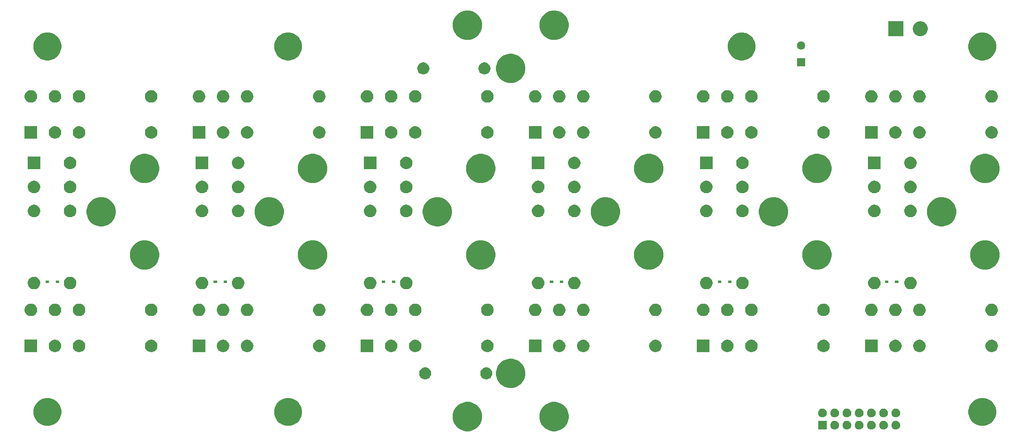
<source format=gbr>
G04 #@! TF.GenerationSoftware,KiCad,Pcbnew,5.1.5-52549c5~86~ubuntu18.04.1*
G04 #@! TF.CreationDate,2020-05-19T19:28:57+02:00*
G04 #@! TF.ProjectId,antenna_switch,616e7465-6e6e-4615-9f73-77697463682e,rev?*
G04 #@! TF.SameCoordinates,Original*
G04 #@! TF.FileFunction,Soldermask,Bot*
G04 #@! TF.FilePolarity,Negative*
%FSLAX46Y46*%
G04 Gerber Fmt 4.6, Leading zero omitted, Abs format (unit mm)*
G04 Created by KiCad (PCBNEW 5.1.5-52549c5~86~ubuntu18.04.1) date 2020-05-19 19:28:57*
%MOMM*%
%LPD*%
G04 APERTURE LIST*
%ADD10C,0.100000*%
G04 APERTURE END LIST*
D10*
G36*
X216899943Y-170531248D02*
G01*
X217455189Y-170761238D01*
X217455190Y-170761239D01*
X217954899Y-171095134D01*
X218379866Y-171520101D01*
X218379867Y-171520103D01*
X218713762Y-172019811D01*
X218943752Y-172575057D01*
X219061000Y-173164501D01*
X219061000Y-173765499D01*
X218943752Y-174354943D01*
X218713762Y-174910189D01*
X218658281Y-174993222D01*
X218379866Y-175409899D01*
X217954899Y-175834866D01*
X217942691Y-175843023D01*
X217455189Y-176168762D01*
X216899943Y-176398752D01*
X216310499Y-176516000D01*
X215709501Y-176516000D01*
X215120057Y-176398752D01*
X214564811Y-176168762D01*
X214077309Y-175843023D01*
X214065101Y-175834866D01*
X213640134Y-175409899D01*
X213361719Y-174993222D01*
X213306238Y-174910189D01*
X213076248Y-174354943D01*
X212959000Y-173765499D01*
X212959000Y-173164501D01*
X213076248Y-172575057D01*
X213306238Y-172019811D01*
X213640133Y-171520103D01*
X213640134Y-171520101D01*
X214065101Y-171095134D01*
X214564810Y-170761239D01*
X214564811Y-170761238D01*
X215120057Y-170531248D01*
X215709501Y-170414000D01*
X216310499Y-170414000D01*
X216899943Y-170531248D01*
G37*
G36*
X198899943Y-170531248D02*
G01*
X199455189Y-170761238D01*
X199455190Y-170761239D01*
X199954899Y-171095134D01*
X200379866Y-171520101D01*
X200379867Y-171520103D01*
X200713762Y-172019811D01*
X200943752Y-172575057D01*
X201061000Y-173164501D01*
X201061000Y-173765499D01*
X200943752Y-174354943D01*
X200713762Y-174910189D01*
X200658281Y-174993222D01*
X200379866Y-175409899D01*
X199954899Y-175834866D01*
X199942691Y-175843023D01*
X199455189Y-176168762D01*
X198899943Y-176398752D01*
X198310499Y-176516000D01*
X197709501Y-176516000D01*
X197120057Y-176398752D01*
X196564811Y-176168762D01*
X196077309Y-175843023D01*
X196065101Y-175834866D01*
X195640134Y-175409899D01*
X195361719Y-174993222D01*
X195306238Y-174910189D01*
X195076248Y-174354943D01*
X194959000Y-173765499D01*
X194959000Y-173164501D01*
X195076248Y-172575057D01*
X195306238Y-172019811D01*
X195640133Y-171520103D01*
X195640134Y-171520101D01*
X196065101Y-171095134D01*
X196564810Y-170761239D01*
X196564811Y-170761238D01*
X197120057Y-170531248D01*
X197709501Y-170414000D01*
X198310499Y-170414000D01*
X198899943Y-170531248D01*
G37*
G36*
X274586778Y-174380547D02*
G01*
X274753224Y-174449491D01*
X274903022Y-174549583D01*
X275030417Y-174676978D01*
X275130509Y-174826776D01*
X275199453Y-174993222D01*
X275234600Y-175169918D01*
X275234600Y-175350082D01*
X275199453Y-175526778D01*
X275130509Y-175693224D01*
X275030417Y-175843022D01*
X274903022Y-175970417D01*
X274753224Y-176070509D01*
X274586778Y-176139453D01*
X274410082Y-176174600D01*
X274229918Y-176174600D01*
X274053222Y-176139453D01*
X273886776Y-176070509D01*
X273736978Y-175970417D01*
X273609583Y-175843022D01*
X273509491Y-175693224D01*
X273440547Y-175526778D01*
X273405400Y-175350082D01*
X273405400Y-175169918D01*
X273440547Y-174993222D01*
X273509491Y-174826776D01*
X273609583Y-174676978D01*
X273736978Y-174549583D01*
X273886776Y-174449491D01*
X274053222Y-174380547D01*
X274229918Y-174345400D01*
X274410082Y-174345400D01*
X274586778Y-174380547D01*
G37*
G36*
X282206778Y-174380547D02*
G01*
X282373224Y-174449491D01*
X282523022Y-174549583D01*
X282650417Y-174676978D01*
X282750509Y-174826776D01*
X282819453Y-174993222D01*
X282854600Y-175169918D01*
X282854600Y-175350082D01*
X282819453Y-175526778D01*
X282750509Y-175693224D01*
X282650417Y-175843022D01*
X282523022Y-175970417D01*
X282373224Y-176070509D01*
X282206778Y-176139453D01*
X282030082Y-176174600D01*
X281849918Y-176174600D01*
X281673222Y-176139453D01*
X281506776Y-176070509D01*
X281356978Y-175970417D01*
X281229583Y-175843022D01*
X281129491Y-175693224D01*
X281060547Y-175526778D01*
X281025400Y-175350082D01*
X281025400Y-175169918D01*
X281060547Y-174993222D01*
X281129491Y-174826776D01*
X281229583Y-174676978D01*
X281356978Y-174549583D01*
X281506776Y-174449491D01*
X281673222Y-174380547D01*
X281849918Y-174345400D01*
X282030082Y-174345400D01*
X282206778Y-174380547D01*
G37*
G36*
X284746778Y-174380547D02*
G01*
X284913224Y-174449491D01*
X285063022Y-174549583D01*
X285190417Y-174676978D01*
X285290509Y-174826776D01*
X285359453Y-174993222D01*
X285394600Y-175169918D01*
X285394600Y-175350082D01*
X285359453Y-175526778D01*
X285290509Y-175693224D01*
X285190417Y-175843022D01*
X285063022Y-175970417D01*
X284913224Y-176070509D01*
X284746778Y-176139453D01*
X284570082Y-176174600D01*
X284389918Y-176174600D01*
X284213222Y-176139453D01*
X284046776Y-176070509D01*
X283896978Y-175970417D01*
X283769583Y-175843022D01*
X283669491Y-175693224D01*
X283600547Y-175526778D01*
X283565400Y-175350082D01*
X283565400Y-175169918D01*
X283600547Y-174993222D01*
X283669491Y-174826776D01*
X283769583Y-174676978D01*
X283896978Y-174549583D01*
X284046776Y-174449491D01*
X284213222Y-174380547D01*
X284389918Y-174345400D01*
X284570082Y-174345400D01*
X284746778Y-174380547D01*
G37*
G36*
X287286778Y-174380547D02*
G01*
X287453224Y-174449491D01*
X287603022Y-174549583D01*
X287730417Y-174676978D01*
X287830509Y-174826776D01*
X287899453Y-174993222D01*
X287934600Y-175169918D01*
X287934600Y-175350082D01*
X287899453Y-175526778D01*
X287830509Y-175693224D01*
X287730417Y-175843022D01*
X287603022Y-175970417D01*
X287453224Y-176070509D01*
X287286778Y-176139453D01*
X287110082Y-176174600D01*
X286929918Y-176174600D01*
X286753222Y-176139453D01*
X286586776Y-176070509D01*
X286436978Y-175970417D01*
X286309583Y-175843022D01*
X286209491Y-175693224D01*
X286140547Y-175526778D01*
X286105400Y-175350082D01*
X286105400Y-175169918D01*
X286140547Y-174993222D01*
X286209491Y-174826776D01*
X286309583Y-174676978D01*
X286436978Y-174549583D01*
X286586776Y-174449491D01*
X286753222Y-174380547D01*
X286929918Y-174345400D01*
X287110082Y-174345400D01*
X287286778Y-174380547D01*
G37*
G36*
X279666778Y-174380547D02*
G01*
X279833224Y-174449491D01*
X279983022Y-174549583D01*
X280110417Y-174676978D01*
X280210509Y-174826776D01*
X280279453Y-174993222D01*
X280314600Y-175169918D01*
X280314600Y-175350082D01*
X280279453Y-175526778D01*
X280210509Y-175693224D01*
X280110417Y-175843022D01*
X279983022Y-175970417D01*
X279833224Y-176070509D01*
X279666778Y-176139453D01*
X279490082Y-176174600D01*
X279309918Y-176174600D01*
X279133222Y-176139453D01*
X278966776Y-176070509D01*
X278816978Y-175970417D01*
X278689583Y-175843022D01*
X278589491Y-175693224D01*
X278520547Y-175526778D01*
X278485400Y-175350082D01*
X278485400Y-175169918D01*
X278520547Y-174993222D01*
X278589491Y-174826776D01*
X278689583Y-174676978D01*
X278816978Y-174549583D01*
X278966776Y-174449491D01*
X279133222Y-174380547D01*
X279309918Y-174345400D01*
X279490082Y-174345400D01*
X279666778Y-174380547D01*
G37*
G36*
X277126778Y-174380547D02*
G01*
X277293224Y-174449491D01*
X277443022Y-174549583D01*
X277570417Y-174676978D01*
X277670509Y-174826776D01*
X277739453Y-174993222D01*
X277774600Y-175169918D01*
X277774600Y-175350082D01*
X277739453Y-175526778D01*
X277670509Y-175693224D01*
X277570417Y-175843022D01*
X277443022Y-175970417D01*
X277293224Y-176070509D01*
X277126778Y-176139453D01*
X276950082Y-176174600D01*
X276769918Y-176174600D01*
X276593222Y-176139453D01*
X276426776Y-176070509D01*
X276276978Y-175970417D01*
X276149583Y-175843022D01*
X276049491Y-175693224D01*
X275980547Y-175526778D01*
X275945400Y-175350082D01*
X275945400Y-175169918D01*
X275980547Y-174993222D01*
X276049491Y-174826776D01*
X276149583Y-174676978D01*
X276276978Y-174549583D01*
X276426776Y-174449491D01*
X276593222Y-174380547D01*
X276769918Y-174345400D01*
X276950082Y-174345400D01*
X277126778Y-174380547D01*
G37*
G36*
X272694600Y-176174600D02*
G01*
X270865400Y-176174600D01*
X270865400Y-174345400D01*
X272694600Y-174345400D01*
X272694600Y-176174600D01*
G37*
G36*
X305846189Y-169710483D02*
G01*
X305846192Y-169710484D01*
X305846191Y-169710484D01*
X306374139Y-169929167D01*
X306849280Y-170246646D01*
X307253354Y-170650720D01*
X307327200Y-170761239D01*
X307570834Y-171125863D01*
X307789517Y-171653811D01*
X307901000Y-172214275D01*
X307901000Y-172785725D01*
X307789517Y-173346189D01*
X307713169Y-173530509D01*
X307570833Y-173874139D01*
X307253354Y-174349280D01*
X306849280Y-174753354D01*
X306374139Y-175070833D01*
X306374138Y-175070834D01*
X306374137Y-175070834D01*
X305846189Y-175289517D01*
X305285725Y-175401000D01*
X304714275Y-175401000D01*
X304153811Y-175289517D01*
X303625863Y-175070834D01*
X303625862Y-175070834D01*
X303625861Y-175070833D01*
X303150720Y-174753354D01*
X302746646Y-174349280D01*
X302429167Y-173874139D01*
X302286831Y-173530509D01*
X302210483Y-173346189D01*
X302099000Y-172785725D01*
X302099000Y-172214275D01*
X302210483Y-171653811D01*
X302429166Y-171125863D01*
X302672800Y-170761239D01*
X302746646Y-170650720D01*
X303150720Y-170246646D01*
X303625861Y-169929167D01*
X304153809Y-169710484D01*
X304153808Y-169710484D01*
X304153811Y-169710483D01*
X304714275Y-169599000D01*
X305285725Y-169599000D01*
X305846189Y-169710483D01*
G37*
G36*
X161596189Y-169710483D02*
G01*
X161596192Y-169710484D01*
X161596191Y-169710484D01*
X162124139Y-169929167D01*
X162599280Y-170246646D01*
X163003354Y-170650720D01*
X163077200Y-170761239D01*
X163320834Y-171125863D01*
X163539517Y-171653811D01*
X163651000Y-172214275D01*
X163651000Y-172785725D01*
X163539517Y-173346189D01*
X163463169Y-173530509D01*
X163320833Y-173874139D01*
X163003354Y-174349280D01*
X162599280Y-174753354D01*
X162124139Y-175070833D01*
X162124138Y-175070834D01*
X162124137Y-175070834D01*
X161596189Y-175289517D01*
X161035725Y-175401000D01*
X160464275Y-175401000D01*
X159903811Y-175289517D01*
X159375863Y-175070834D01*
X159375862Y-175070834D01*
X159375861Y-175070833D01*
X158900720Y-174753354D01*
X158496646Y-174349280D01*
X158179167Y-173874139D01*
X158036831Y-173530509D01*
X157960483Y-173346189D01*
X157849000Y-172785725D01*
X157849000Y-172214275D01*
X157960483Y-171653811D01*
X158179166Y-171125863D01*
X158422800Y-170761239D01*
X158496646Y-170650720D01*
X158900720Y-170246646D01*
X159375861Y-169929167D01*
X159903809Y-169710484D01*
X159903808Y-169710484D01*
X159903811Y-169710483D01*
X160464275Y-169599000D01*
X161035725Y-169599000D01*
X161596189Y-169710483D01*
G37*
G36*
X111596189Y-169710483D02*
G01*
X111596192Y-169710484D01*
X111596191Y-169710484D01*
X112124139Y-169929167D01*
X112599280Y-170246646D01*
X113003354Y-170650720D01*
X113077200Y-170761239D01*
X113320834Y-171125863D01*
X113539517Y-171653811D01*
X113651000Y-172214275D01*
X113651000Y-172785725D01*
X113539517Y-173346189D01*
X113463169Y-173530509D01*
X113320833Y-173874139D01*
X113003354Y-174349280D01*
X112599280Y-174753354D01*
X112124139Y-175070833D01*
X112124138Y-175070834D01*
X112124137Y-175070834D01*
X111596189Y-175289517D01*
X111035725Y-175401000D01*
X110464275Y-175401000D01*
X109903811Y-175289517D01*
X109375863Y-175070834D01*
X109375862Y-175070834D01*
X109375861Y-175070833D01*
X108900720Y-174753354D01*
X108496646Y-174349280D01*
X108179167Y-173874139D01*
X108036831Y-173530509D01*
X107960483Y-173346189D01*
X107849000Y-172785725D01*
X107849000Y-172214275D01*
X107960483Y-171653811D01*
X108179166Y-171125863D01*
X108422800Y-170761239D01*
X108496646Y-170650720D01*
X108900720Y-170246646D01*
X109375861Y-169929167D01*
X109903809Y-169710484D01*
X109903808Y-169710484D01*
X109903811Y-169710483D01*
X110464275Y-169599000D01*
X111035725Y-169599000D01*
X111596189Y-169710483D01*
G37*
G36*
X274586778Y-171840547D02*
G01*
X274753224Y-171909491D01*
X274903022Y-172009583D01*
X275030417Y-172136978D01*
X275130509Y-172286776D01*
X275199453Y-172453222D01*
X275234600Y-172629918D01*
X275234600Y-172810082D01*
X275199453Y-172986778D01*
X275130509Y-173153224D01*
X275030417Y-173303022D01*
X274903022Y-173430417D01*
X274753224Y-173530509D01*
X274586778Y-173599453D01*
X274410082Y-173634600D01*
X274229918Y-173634600D01*
X274053222Y-173599453D01*
X273886776Y-173530509D01*
X273736978Y-173430417D01*
X273609583Y-173303022D01*
X273509491Y-173153224D01*
X273440547Y-172986778D01*
X273405400Y-172810082D01*
X273405400Y-172629918D01*
X273440547Y-172453222D01*
X273509491Y-172286776D01*
X273609583Y-172136978D01*
X273736978Y-172009583D01*
X273886776Y-171909491D01*
X274053222Y-171840547D01*
X274229918Y-171805400D01*
X274410082Y-171805400D01*
X274586778Y-171840547D01*
G37*
G36*
X272046778Y-171840547D02*
G01*
X272213224Y-171909491D01*
X272363022Y-172009583D01*
X272490417Y-172136978D01*
X272590509Y-172286776D01*
X272659453Y-172453222D01*
X272694600Y-172629918D01*
X272694600Y-172810082D01*
X272659453Y-172986778D01*
X272590509Y-173153224D01*
X272490417Y-173303022D01*
X272363022Y-173430417D01*
X272213224Y-173530509D01*
X272046778Y-173599453D01*
X271870082Y-173634600D01*
X271689918Y-173634600D01*
X271513222Y-173599453D01*
X271346776Y-173530509D01*
X271196978Y-173430417D01*
X271069583Y-173303022D01*
X270969491Y-173153224D01*
X270900547Y-172986778D01*
X270865400Y-172810082D01*
X270865400Y-172629918D01*
X270900547Y-172453222D01*
X270969491Y-172286776D01*
X271069583Y-172136978D01*
X271196978Y-172009583D01*
X271346776Y-171909491D01*
X271513222Y-171840547D01*
X271689918Y-171805400D01*
X271870082Y-171805400D01*
X272046778Y-171840547D01*
G37*
G36*
X277126778Y-171840547D02*
G01*
X277293224Y-171909491D01*
X277443022Y-172009583D01*
X277570417Y-172136978D01*
X277670509Y-172286776D01*
X277739453Y-172453222D01*
X277774600Y-172629918D01*
X277774600Y-172810082D01*
X277739453Y-172986778D01*
X277670509Y-173153224D01*
X277570417Y-173303022D01*
X277443022Y-173430417D01*
X277293224Y-173530509D01*
X277126778Y-173599453D01*
X276950082Y-173634600D01*
X276769918Y-173634600D01*
X276593222Y-173599453D01*
X276426776Y-173530509D01*
X276276978Y-173430417D01*
X276149583Y-173303022D01*
X276049491Y-173153224D01*
X275980547Y-172986778D01*
X275945400Y-172810082D01*
X275945400Y-172629918D01*
X275980547Y-172453222D01*
X276049491Y-172286776D01*
X276149583Y-172136978D01*
X276276978Y-172009583D01*
X276426776Y-171909491D01*
X276593222Y-171840547D01*
X276769918Y-171805400D01*
X276950082Y-171805400D01*
X277126778Y-171840547D01*
G37*
G36*
X284746778Y-171840547D02*
G01*
X284913224Y-171909491D01*
X285063022Y-172009583D01*
X285190417Y-172136978D01*
X285290509Y-172286776D01*
X285359453Y-172453222D01*
X285394600Y-172629918D01*
X285394600Y-172810082D01*
X285359453Y-172986778D01*
X285290509Y-173153224D01*
X285190417Y-173303022D01*
X285063022Y-173430417D01*
X284913224Y-173530509D01*
X284746778Y-173599453D01*
X284570082Y-173634600D01*
X284389918Y-173634600D01*
X284213222Y-173599453D01*
X284046776Y-173530509D01*
X283896978Y-173430417D01*
X283769583Y-173303022D01*
X283669491Y-173153224D01*
X283600547Y-172986778D01*
X283565400Y-172810082D01*
X283565400Y-172629918D01*
X283600547Y-172453222D01*
X283669491Y-172286776D01*
X283769583Y-172136978D01*
X283896978Y-172009583D01*
X284046776Y-171909491D01*
X284213222Y-171840547D01*
X284389918Y-171805400D01*
X284570082Y-171805400D01*
X284746778Y-171840547D01*
G37*
G36*
X282206778Y-171840547D02*
G01*
X282373224Y-171909491D01*
X282523022Y-172009583D01*
X282650417Y-172136978D01*
X282750509Y-172286776D01*
X282819453Y-172453222D01*
X282854600Y-172629918D01*
X282854600Y-172810082D01*
X282819453Y-172986778D01*
X282750509Y-173153224D01*
X282650417Y-173303022D01*
X282523022Y-173430417D01*
X282373224Y-173530509D01*
X282206778Y-173599453D01*
X282030082Y-173634600D01*
X281849918Y-173634600D01*
X281673222Y-173599453D01*
X281506776Y-173530509D01*
X281356978Y-173430417D01*
X281229583Y-173303022D01*
X281129491Y-173153224D01*
X281060547Y-172986778D01*
X281025400Y-172810082D01*
X281025400Y-172629918D01*
X281060547Y-172453222D01*
X281129491Y-172286776D01*
X281229583Y-172136978D01*
X281356978Y-172009583D01*
X281506776Y-171909491D01*
X281673222Y-171840547D01*
X281849918Y-171805400D01*
X282030082Y-171805400D01*
X282206778Y-171840547D01*
G37*
G36*
X287286778Y-171840547D02*
G01*
X287453224Y-171909491D01*
X287603022Y-172009583D01*
X287730417Y-172136978D01*
X287830509Y-172286776D01*
X287899453Y-172453222D01*
X287934600Y-172629918D01*
X287934600Y-172810082D01*
X287899453Y-172986778D01*
X287830509Y-173153224D01*
X287730417Y-173303022D01*
X287603022Y-173430417D01*
X287453224Y-173530509D01*
X287286778Y-173599453D01*
X287110082Y-173634600D01*
X286929918Y-173634600D01*
X286753222Y-173599453D01*
X286586776Y-173530509D01*
X286436978Y-173430417D01*
X286309583Y-173303022D01*
X286209491Y-173153224D01*
X286140547Y-172986778D01*
X286105400Y-172810082D01*
X286105400Y-172629918D01*
X286140547Y-172453222D01*
X286209491Y-172286776D01*
X286309583Y-172136978D01*
X286436978Y-172009583D01*
X286586776Y-171909491D01*
X286753222Y-171840547D01*
X286929918Y-171805400D01*
X287110082Y-171805400D01*
X287286778Y-171840547D01*
G37*
G36*
X279666778Y-171840547D02*
G01*
X279833224Y-171909491D01*
X279983022Y-172009583D01*
X280110417Y-172136978D01*
X280210509Y-172286776D01*
X280279453Y-172453222D01*
X280314600Y-172629918D01*
X280314600Y-172810082D01*
X280279453Y-172986778D01*
X280210509Y-173153224D01*
X280110417Y-173303022D01*
X279983022Y-173430417D01*
X279833224Y-173530509D01*
X279666778Y-173599453D01*
X279490082Y-173634600D01*
X279309918Y-173634600D01*
X279133222Y-173599453D01*
X278966776Y-173530509D01*
X278816978Y-173430417D01*
X278689583Y-173303022D01*
X278589491Y-173153224D01*
X278520547Y-172986778D01*
X278485400Y-172810082D01*
X278485400Y-172629918D01*
X278520547Y-172453222D01*
X278589491Y-172286776D01*
X278689583Y-172136978D01*
X278816978Y-172009583D01*
X278966776Y-171909491D01*
X279133222Y-171840547D01*
X279309918Y-171805400D01*
X279490082Y-171805400D01*
X279666778Y-171840547D01*
G37*
G36*
X207899943Y-161531248D02*
G01*
X208455189Y-161761238D01*
X208455190Y-161761239D01*
X208954899Y-162095134D01*
X209379866Y-162520101D01*
X209379867Y-162520103D01*
X209713762Y-163019811D01*
X209943752Y-163575057D01*
X210061000Y-164164501D01*
X210061000Y-164765499D01*
X209943752Y-165354943D01*
X209713762Y-165910189D01*
X209713761Y-165910190D01*
X209379866Y-166409899D01*
X208954899Y-166834866D01*
X208703347Y-167002948D01*
X208455189Y-167168762D01*
X207899943Y-167398752D01*
X207310499Y-167516000D01*
X206709501Y-167516000D01*
X206120057Y-167398752D01*
X205564811Y-167168762D01*
X205316653Y-167002948D01*
X205065101Y-166834866D01*
X204640134Y-166409899D01*
X204306239Y-165910190D01*
X204306238Y-165910189D01*
X204076248Y-165354943D01*
X203959000Y-164765499D01*
X203959000Y-164164501D01*
X204076248Y-163575057D01*
X204306238Y-163019811D01*
X204640133Y-162520103D01*
X204640134Y-162520101D01*
X205065101Y-162095134D01*
X205564810Y-161761239D01*
X205564811Y-161761238D01*
X206120057Y-161531248D01*
X206709501Y-161414000D01*
X207310499Y-161414000D01*
X207899943Y-161531248D01*
G37*
G36*
X202294903Y-163262075D02*
G01*
X202522571Y-163356378D01*
X202727466Y-163493285D01*
X202901715Y-163667534D01*
X203038622Y-163872429D01*
X203132925Y-164100097D01*
X203181000Y-164341787D01*
X203181000Y-164588213D01*
X203132925Y-164829903D01*
X203038622Y-165057571D01*
X202901715Y-165262466D01*
X202727466Y-165436715D01*
X202522571Y-165573622D01*
X202522570Y-165573623D01*
X202522569Y-165573623D01*
X202294903Y-165667925D01*
X202053214Y-165716000D01*
X201806786Y-165716000D01*
X201565097Y-165667925D01*
X201337431Y-165573623D01*
X201337430Y-165573623D01*
X201337429Y-165573622D01*
X201132534Y-165436715D01*
X200958285Y-165262466D01*
X200821378Y-165057571D01*
X200727075Y-164829903D01*
X200679000Y-164588213D01*
X200679000Y-164341787D01*
X200727075Y-164100097D01*
X200821378Y-163872429D01*
X200958285Y-163667534D01*
X201132534Y-163493285D01*
X201337429Y-163356378D01*
X201565097Y-163262075D01*
X201806786Y-163214000D01*
X202053214Y-163214000D01*
X202294903Y-163262075D01*
G37*
G36*
X189594903Y-163262075D02*
G01*
X189822571Y-163356378D01*
X190027466Y-163493285D01*
X190201715Y-163667534D01*
X190338622Y-163872429D01*
X190432925Y-164100097D01*
X190481000Y-164341787D01*
X190481000Y-164588213D01*
X190432925Y-164829903D01*
X190338622Y-165057571D01*
X190201715Y-165262466D01*
X190027466Y-165436715D01*
X189822571Y-165573622D01*
X189822570Y-165573623D01*
X189822569Y-165573623D01*
X189594903Y-165667925D01*
X189353214Y-165716000D01*
X189106786Y-165716000D01*
X188865097Y-165667925D01*
X188637431Y-165573623D01*
X188637430Y-165573623D01*
X188637429Y-165573622D01*
X188432534Y-165436715D01*
X188258285Y-165262466D01*
X188121378Y-165057571D01*
X188027075Y-164829903D01*
X187979000Y-164588213D01*
X187979000Y-164341787D01*
X188027075Y-164100097D01*
X188121378Y-163872429D01*
X188258285Y-163667534D01*
X188432534Y-163493285D01*
X188637429Y-163356378D01*
X188865097Y-163262075D01*
X189106786Y-163214000D01*
X189353214Y-163214000D01*
X189594903Y-163262075D01*
G37*
G36*
X182544487Y-157498996D02*
G01*
X182781253Y-157597068D01*
X182781255Y-157597069D01*
X182994339Y-157739447D01*
X183175553Y-157920661D01*
X183317932Y-158133747D01*
X183416004Y-158370513D01*
X183466000Y-158621861D01*
X183466000Y-158878139D01*
X183416004Y-159129487D01*
X183317932Y-159366253D01*
X183317931Y-159366255D01*
X183175553Y-159579339D01*
X182994339Y-159760553D01*
X182781255Y-159902931D01*
X182781254Y-159902932D01*
X182781253Y-159902932D01*
X182544487Y-160001004D01*
X182293139Y-160051000D01*
X182036861Y-160051000D01*
X181785513Y-160001004D01*
X181548747Y-159902932D01*
X181548746Y-159902932D01*
X181548745Y-159902931D01*
X181335661Y-159760553D01*
X181154447Y-159579339D01*
X181012069Y-159366255D01*
X181012068Y-159366253D01*
X180913996Y-159129487D01*
X180864000Y-158878139D01*
X180864000Y-158621861D01*
X180913996Y-158370513D01*
X181012068Y-158133747D01*
X181154447Y-157920661D01*
X181335661Y-157739447D01*
X181548745Y-157597069D01*
X181548747Y-157597068D01*
X181785513Y-157498996D01*
X182036861Y-157449000D01*
X182293139Y-157449000D01*
X182544487Y-157498996D01*
G37*
G36*
X143541000Y-160051000D02*
G01*
X140939000Y-160051000D01*
X140939000Y-157449000D01*
X143541000Y-157449000D01*
X143541000Y-160051000D01*
G37*
G36*
X248316000Y-160051000D02*
G01*
X245714000Y-160051000D01*
X245714000Y-157449000D01*
X248316000Y-157449000D01*
X248316000Y-160051000D01*
G37*
G36*
X252394487Y-157498996D02*
G01*
X252631253Y-157597068D01*
X252631255Y-157597069D01*
X252844339Y-157739447D01*
X253025553Y-157920661D01*
X253167932Y-158133747D01*
X253266004Y-158370513D01*
X253316000Y-158621861D01*
X253316000Y-158878139D01*
X253266004Y-159129487D01*
X253167932Y-159366253D01*
X253167931Y-159366255D01*
X253025553Y-159579339D01*
X252844339Y-159760553D01*
X252631255Y-159902931D01*
X252631254Y-159902932D01*
X252631253Y-159902932D01*
X252394487Y-160001004D01*
X252143139Y-160051000D01*
X251886861Y-160051000D01*
X251635513Y-160001004D01*
X251398747Y-159902932D01*
X251398746Y-159902932D01*
X251398745Y-159902931D01*
X251185661Y-159760553D01*
X251004447Y-159579339D01*
X250862069Y-159366255D01*
X250862068Y-159366253D01*
X250763996Y-159129487D01*
X250714000Y-158878139D01*
X250714000Y-158621861D01*
X250763996Y-158370513D01*
X250862068Y-158133747D01*
X251004447Y-157920661D01*
X251185661Y-157739447D01*
X251398745Y-157597069D01*
X251398747Y-157597068D01*
X251635513Y-157498996D01*
X251886861Y-157449000D01*
X252143139Y-157449000D01*
X252394487Y-157498996D01*
G37*
G36*
X272394487Y-157498996D02*
G01*
X272631253Y-157597068D01*
X272631255Y-157597069D01*
X272844339Y-157739447D01*
X273025553Y-157920661D01*
X273167932Y-158133747D01*
X273266004Y-158370513D01*
X273316000Y-158621861D01*
X273316000Y-158878139D01*
X273266004Y-159129487D01*
X273167932Y-159366253D01*
X273167931Y-159366255D01*
X273025553Y-159579339D01*
X272844339Y-159760553D01*
X272631255Y-159902931D01*
X272631254Y-159902932D01*
X272631253Y-159902932D01*
X272394487Y-160001004D01*
X272143139Y-160051000D01*
X271886861Y-160051000D01*
X271635513Y-160001004D01*
X271398747Y-159902932D01*
X271398746Y-159902932D01*
X271398745Y-159902931D01*
X271185661Y-159760553D01*
X271004447Y-159579339D01*
X270862069Y-159366255D01*
X270862068Y-159366253D01*
X270763996Y-159129487D01*
X270714000Y-158878139D01*
X270714000Y-158621861D01*
X270763996Y-158370513D01*
X270862068Y-158133747D01*
X271004447Y-157920661D01*
X271185661Y-157739447D01*
X271398745Y-157597069D01*
X271398747Y-157597068D01*
X271635513Y-157498996D01*
X271886861Y-157449000D01*
X272143139Y-157449000D01*
X272394487Y-157498996D01*
G37*
G36*
X257394487Y-157498996D02*
G01*
X257631253Y-157597068D01*
X257631255Y-157597069D01*
X257844339Y-157739447D01*
X258025553Y-157920661D01*
X258167932Y-158133747D01*
X258266004Y-158370513D01*
X258316000Y-158621861D01*
X258316000Y-158878139D01*
X258266004Y-159129487D01*
X258167932Y-159366253D01*
X258167931Y-159366255D01*
X258025553Y-159579339D01*
X257844339Y-159760553D01*
X257631255Y-159902931D01*
X257631254Y-159902932D01*
X257631253Y-159902932D01*
X257394487Y-160001004D01*
X257143139Y-160051000D01*
X256886861Y-160051000D01*
X256635513Y-160001004D01*
X256398747Y-159902932D01*
X256398746Y-159902932D01*
X256398745Y-159902931D01*
X256185661Y-159760553D01*
X256004447Y-159579339D01*
X255862069Y-159366255D01*
X255862068Y-159366253D01*
X255763996Y-159129487D01*
X255714000Y-158878139D01*
X255714000Y-158621861D01*
X255763996Y-158370513D01*
X255862068Y-158133747D01*
X256004447Y-157920661D01*
X256185661Y-157739447D01*
X256398745Y-157597069D01*
X256398747Y-157597068D01*
X256635513Y-157498996D01*
X256886861Y-157449000D01*
X257143139Y-157449000D01*
X257394487Y-157498996D01*
G37*
G36*
X292319487Y-157498996D02*
G01*
X292556253Y-157597068D01*
X292556255Y-157597069D01*
X292769339Y-157739447D01*
X292950553Y-157920661D01*
X293092932Y-158133747D01*
X293191004Y-158370513D01*
X293241000Y-158621861D01*
X293241000Y-158878139D01*
X293191004Y-159129487D01*
X293092932Y-159366253D01*
X293092931Y-159366255D01*
X292950553Y-159579339D01*
X292769339Y-159760553D01*
X292556255Y-159902931D01*
X292556254Y-159902932D01*
X292556253Y-159902932D01*
X292319487Y-160001004D01*
X292068139Y-160051000D01*
X291811861Y-160051000D01*
X291560513Y-160001004D01*
X291323747Y-159902932D01*
X291323746Y-159902932D01*
X291323745Y-159902931D01*
X291110661Y-159760553D01*
X290929447Y-159579339D01*
X290787069Y-159366255D01*
X290787068Y-159366253D01*
X290688996Y-159129487D01*
X290639000Y-158878139D01*
X290639000Y-158621861D01*
X290688996Y-158370513D01*
X290787068Y-158133747D01*
X290929447Y-157920661D01*
X291110661Y-157739447D01*
X291323745Y-157597069D01*
X291323747Y-157597068D01*
X291560513Y-157498996D01*
X291811861Y-157449000D01*
X292068139Y-157449000D01*
X292319487Y-157498996D01*
G37*
G36*
X187544487Y-157498996D02*
G01*
X187781253Y-157597068D01*
X187781255Y-157597069D01*
X187994339Y-157739447D01*
X188175553Y-157920661D01*
X188317932Y-158133747D01*
X188416004Y-158370513D01*
X188466000Y-158621861D01*
X188466000Y-158878139D01*
X188416004Y-159129487D01*
X188317932Y-159366253D01*
X188317931Y-159366255D01*
X188175553Y-159579339D01*
X187994339Y-159760553D01*
X187781255Y-159902931D01*
X187781254Y-159902932D01*
X187781253Y-159902932D01*
X187544487Y-160001004D01*
X187293139Y-160051000D01*
X187036861Y-160051000D01*
X186785513Y-160001004D01*
X186548747Y-159902932D01*
X186548746Y-159902932D01*
X186548745Y-159902931D01*
X186335661Y-159760553D01*
X186154447Y-159579339D01*
X186012069Y-159366255D01*
X186012068Y-159366253D01*
X185913996Y-159129487D01*
X185864000Y-158878139D01*
X185864000Y-158621861D01*
X185913996Y-158370513D01*
X186012068Y-158133747D01*
X186154447Y-157920661D01*
X186335661Y-157739447D01*
X186548745Y-157597069D01*
X186548747Y-157597068D01*
X186785513Y-157498996D01*
X187036861Y-157449000D01*
X187293139Y-157449000D01*
X187544487Y-157498996D01*
G37*
G36*
X307319487Y-157498996D02*
G01*
X307556253Y-157597068D01*
X307556255Y-157597069D01*
X307769339Y-157739447D01*
X307950553Y-157920661D01*
X308092932Y-158133747D01*
X308191004Y-158370513D01*
X308241000Y-158621861D01*
X308241000Y-158878139D01*
X308191004Y-159129487D01*
X308092932Y-159366253D01*
X308092931Y-159366255D01*
X307950553Y-159579339D01*
X307769339Y-159760553D01*
X307556255Y-159902931D01*
X307556254Y-159902932D01*
X307556253Y-159902932D01*
X307319487Y-160001004D01*
X307068139Y-160051000D01*
X306811861Y-160051000D01*
X306560513Y-160001004D01*
X306323747Y-159902932D01*
X306323746Y-159902932D01*
X306323745Y-159902931D01*
X306110661Y-159760553D01*
X305929447Y-159579339D01*
X305787069Y-159366255D01*
X305787068Y-159366253D01*
X305688996Y-159129487D01*
X305639000Y-158878139D01*
X305639000Y-158621861D01*
X305688996Y-158370513D01*
X305787068Y-158133747D01*
X305929447Y-157920661D01*
X306110661Y-157739447D01*
X306323745Y-157597069D01*
X306323747Y-157597068D01*
X306560513Y-157498996D01*
X306811861Y-157449000D01*
X307068139Y-157449000D01*
X307319487Y-157498996D01*
G37*
G36*
X287319487Y-157498996D02*
G01*
X287556253Y-157597068D01*
X287556255Y-157597069D01*
X287769339Y-157739447D01*
X287950553Y-157920661D01*
X288092932Y-158133747D01*
X288191004Y-158370513D01*
X288241000Y-158621861D01*
X288241000Y-158878139D01*
X288191004Y-159129487D01*
X288092932Y-159366253D01*
X288092931Y-159366255D01*
X287950553Y-159579339D01*
X287769339Y-159760553D01*
X287556255Y-159902931D01*
X287556254Y-159902932D01*
X287556253Y-159902932D01*
X287319487Y-160001004D01*
X287068139Y-160051000D01*
X286811861Y-160051000D01*
X286560513Y-160001004D01*
X286323747Y-159902932D01*
X286323746Y-159902932D01*
X286323745Y-159902931D01*
X286110661Y-159760553D01*
X285929447Y-159579339D01*
X285787069Y-159366255D01*
X285787068Y-159366253D01*
X285688996Y-159129487D01*
X285639000Y-158878139D01*
X285639000Y-158621861D01*
X285688996Y-158370513D01*
X285787068Y-158133747D01*
X285929447Y-157920661D01*
X286110661Y-157739447D01*
X286323745Y-157597069D01*
X286323747Y-157597068D01*
X286560513Y-157498996D01*
X286811861Y-157449000D01*
X287068139Y-157449000D01*
X287319487Y-157498996D01*
G37*
G36*
X283241000Y-160051000D02*
G01*
X280639000Y-160051000D01*
X280639000Y-157449000D01*
X283241000Y-157449000D01*
X283241000Y-160051000D01*
G37*
G36*
X222469487Y-157498996D02*
G01*
X222706253Y-157597068D01*
X222706255Y-157597069D01*
X222919339Y-157739447D01*
X223100553Y-157920661D01*
X223242932Y-158133747D01*
X223341004Y-158370513D01*
X223391000Y-158621861D01*
X223391000Y-158878139D01*
X223341004Y-159129487D01*
X223242932Y-159366253D01*
X223242931Y-159366255D01*
X223100553Y-159579339D01*
X222919339Y-159760553D01*
X222706255Y-159902931D01*
X222706254Y-159902932D01*
X222706253Y-159902932D01*
X222469487Y-160001004D01*
X222218139Y-160051000D01*
X221961861Y-160051000D01*
X221710513Y-160001004D01*
X221473747Y-159902932D01*
X221473746Y-159902932D01*
X221473745Y-159902931D01*
X221260661Y-159760553D01*
X221079447Y-159579339D01*
X220937069Y-159366255D01*
X220937068Y-159366253D01*
X220838996Y-159129487D01*
X220789000Y-158878139D01*
X220789000Y-158621861D01*
X220838996Y-158370513D01*
X220937068Y-158133747D01*
X221079447Y-157920661D01*
X221260661Y-157739447D01*
X221473745Y-157597069D01*
X221473747Y-157597068D01*
X221710513Y-157498996D01*
X221961861Y-157449000D01*
X222218139Y-157449000D01*
X222469487Y-157498996D01*
G37*
G36*
X237469487Y-157498996D02*
G01*
X237706253Y-157597068D01*
X237706255Y-157597069D01*
X237919339Y-157739447D01*
X238100553Y-157920661D01*
X238242932Y-158133747D01*
X238341004Y-158370513D01*
X238391000Y-158621861D01*
X238391000Y-158878139D01*
X238341004Y-159129487D01*
X238242932Y-159366253D01*
X238242931Y-159366255D01*
X238100553Y-159579339D01*
X237919339Y-159760553D01*
X237706255Y-159902931D01*
X237706254Y-159902932D01*
X237706253Y-159902932D01*
X237469487Y-160001004D01*
X237218139Y-160051000D01*
X236961861Y-160051000D01*
X236710513Y-160001004D01*
X236473747Y-159902932D01*
X236473746Y-159902932D01*
X236473745Y-159902931D01*
X236260661Y-159760553D01*
X236079447Y-159579339D01*
X235937069Y-159366255D01*
X235937068Y-159366253D01*
X235838996Y-159129487D01*
X235789000Y-158878139D01*
X235789000Y-158621861D01*
X235838996Y-158370513D01*
X235937068Y-158133747D01*
X236079447Y-157920661D01*
X236260661Y-157739447D01*
X236473745Y-157597069D01*
X236473747Y-157597068D01*
X236710513Y-157498996D01*
X236961861Y-157449000D01*
X237218139Y-157449000D01*
X237469487Y-157498996D01*
G37*
G36*
X213391000Y-160051000D02*
G01*
X210789000Y-160051000D01*
X210789000Y-157449000D01*
X213391000Y-157449000D01*
X213391000Y-160051000D01*
G37*
G36*
X117694487Y-157498996D02*
G01*
X117931253Y-157597068D01*
X117931255Y-157597069D01*
X118144339Y-157739447D01*
X118325553Y-157920661D01*
X118467932Y-158133747D01*
X118566004Y-158370513D01*
X118616000Y-158621861D01*
X118616000Y-158878139D01*
X118566004Y-159129487D01*
X118467932Y-159366253D01*
X118467931Y-159366255D01*
X118325553Y-159579339D01*
X118144339Y-159760553D01*
X117931255Y-159902931D01*
X117931254Y-159902932D01*
X117931253Y-159902932D01*
X117694487Y-160001004D01*
X117443139Y-160051000D01*
X117186861Y-160051000D01*
X116935513Y-160001004D01*
X116698747Y-159902932D01*
X116698746Y-159902932D01*
X116698745Y-159902931D01*
X116485661Y-159760553D01*
X116304447Y-159579339D01*
X116162069Y-159366255D01*
X116162068Y-159366253D01*
X116063996Y-159129487D01*
X116014000Y-158878139D01*
X116014000Y-158621861D01*
X116063996Y-158370513D01*
X116162068Y-158133747D01*
X116304447Y-157920661D01*
X116485661Y-157739447D01*
X116698745Y-157597069D01*
X116698747Y-157597068D01*
X116935513Y-157498996D01*
X117186861Y-157449000D01*
X117443139Y-157449000D01*
X117694487Y-157498996D01*
G37*
G36*
X178466000Y-160051000D02*
G01*
X175864000Y-160051000D01*
X175864000Y-157449000D01*
X178466000Y-157449000D01*
X178466000Y-160051000D01*
G37*
G36*
X167619487Y-157498996D02*
G01*
X167856253Y-157597068D01*
X167856255Y-157597069D01*
X168069339Y-157739447D01*
X168250553Y-157920661D01*
X168392932Y-158133747D01*
X168491004Y-158370513D01*
X168541000Y-158621861D01*
X168541000Y-158878139D01*
X168491004Y-159129487D01*
X168392932Y-159366253D01*
X168392931Y-159366255D01*
X168250553Y-159579339D01*
X168069339Y-159760553D01*
X167856255Y-159902931D01*
X167856254Y-159902932D01*
X167856253Y-159902932D01*
X167619487Y-160001004D01*
X167368139Y-160051000D01*
X167111861Y-160051000D01*
X166860513Y-160001004D01*
X166623747Y-159902932D01*
X166623746Y-159902932D01*
X166623745Y-159902931D01*
X166410661Y-159760553D01*
X166229447Y-159579339D01*
X166087069Y-159366255D01*
X166087068Y-159366253D01*
X165988996Y-159129487D01*
X165939000Y-158878139D01*
X165939000Y-158621861D01*
X165988996Y-158370513D01*
X166087068Y-158133747D01*
X166229447Y-157920661D01*
X166410661Y-157739447D01*
X166623745Y-157597069D01*
X166623747Y-157597068D01*
X166860513Y-157498996D01*
X167111861Y-157449000D01*
X167368139Y-157449000D01*
X167619487Y-157498996D01*
G37*
G36*
X132694487Y-157498996D02*
G01*
X132931253Y-157597068D01*
X132931255Y-157597069D01*
X133144339Y-157739447D01*
X133325553Y-157920661D01*
X133467932Y-158133747D01*
X133566004Y-158370513D01*
X133616000Y-158621861D01*
X133616000Y-158878139D01*
X133566004Y-159129487D01*
X133467932Y-159366253D01*
X133467931Y-159366255D01*
X133325553Y-159579339D01*
X133144339Y-159760553D01*
X132931255Y-159902931D01*
X132931254Y-159902932D01*
X132931253Y-159902932D01*
X132694487Y-160001004D01*
X132443139Y-160051000D01*
X132186861Y-160051000D01*
X131935513Y-160001004D01*
X131698747Y-159902932D01*
X131698746Y-159902932D01*
X131698745Y-159902931D01*
X131485661Y-159760553D01*
X131304447Y-159579339D01*
X131162069Y-159366255D01*
X131162068Y-159366253D01*
X131063996Y-159129487D01*
X131014000Y-158878139D01*
X131014000Y-158621861D01*
X131063996Y-158370513D01*
X131162068Y-158133747D01*
X131304447Y-157920661D01*
X131485661Y-157739447D01*
X131698745Y-157597069D01*
X131698747Y-157597068D01*
X131935513Y-157498996D01*
X132186861Y-157449000D01*
X132443139Y-157449000D01*
X132694487Y-157498996D01*
G37*
G36*
X112694487Y-157498996D02*
G01*
X112931253Y-157597068D01*
X112931255Y-157597069D01*
X113144339Y-157739447D01*
X113325553Y-157920661D01*
X113467932Y-158133747D01*
X113566004Y-158370513D01*
X113616000Y-158621861D01*
X113616000Y-158878139D01*
X113566004Y-159129487D01*
X113467932Y-159366253D01*
X113467931Y-159366255D01*
X113325553Y-159579339D01*
X113144339Y-159760553D01*
X112931255Y-159902931D01*
X112931254Y-159902932D01*
X112931253Y-159902932D01*
X112694487Y-160001004D01*
X112443139Y-160051000D01*
X112186861Y-160051000D01*
X111935513Y-160001004D01*
X111698747Y-159902932D01*
X111698746Y-159902932D01*
X111698745Y-159902931D01*
X111485661Y-159760553D01*
X111304447Y-159579339D01*
X111162069Y-159366255D01*
X111162068Y-159366253D01*
X111063996Y-159129487D01*
X111014000Y-158878139D01*
X111014000Y-158621861D01*
X111063996Y-158370513D01*
X111162068Y-158133747D01*
X111304447Y-157920661D01*
X111485661Y-157739447D01*
X111698745Y-157597069D01*
X111698747Y-157597068D01*
X111935513Y-157498996D01*
X112186861Y-157449000D01*
X112443139Y-157449000D01*
X112694487Y-157498996D01*
G37*
G36*
X152619487Y-157498996D02*
G01*
X152856253Y-157597068D01*
X152856255Y-157597069D01*
X153069339Y-157739447D01*
X153250553Y-157920661D01*
X153392932Y-158133747D01*
X153491004Y-158370513D01*
X153541000Y-158621861D01*
X153541000Y-158878139D01*
X153491004Y-159129487D01*
X153392932Y-159366253D01*
X153392931Y-159366255D01*
X153250553Y-159579339D01*
X153069339Y-159760553D01*
X152856255Y-159902931D01*
X152856254Y-159902932D01*
X152856253Y-159902932D01*
X152619487Y-160001004D01*
X152368139Y-160051000D01*
X152111861Y-160051000D01*
X151860513Y-160001004D01*
X151623747Y-159902932D01*
X151623746Y-159902932D01*
X151623745Y-159902931D01*
X151410661Y-159760553D01*
X151229447Y-159579339D01*
X151087069Y-159366255D01*
X151087068Y-159366253D01*
X150988996Y-159129487D01*
X150939000Y-158878139D01*
X150939000Y-158621861D01*
X150988996Y-158370513D01*
X151087068Y-158133747D01*
X151229447Y-157920661D01*
X151410661Y-157739447D01*
X151623745Y-157597069D01*
X151623747Y-157597068D01*
X151860513Y-157498996D01*
X152111861Y-157449000D01*
X152368139Y-157449000D01*
X152619487Y-157498996D01*
G37*
G36*
X147619487Y-157498996D02*
G01*
X147856253Y-157597068D01*
X147856255Y-157597069D01*
X148069339Y-157739447D01*
X148250553Y-157920661D01*
X148392932Y-158133747D01*
X148491004Y-158370513D01*
X148541000Y-158621861D01*
X148541000Y-158878139D01*
X148491004Y-159129487D01*
X148392932Y-159366253D01*
X148392931Y-159366255D01*
X148250553Y-159579339D01*
X148069339Y-159760553D01*
X147856255Y-159902931D01*
X147856254Y-159902932D01*
X147856253Y-159902932D01*
X147619487Y-160001004D01*
X147368139Y-160051000D01*
X147111861Y-160051000D01*
X146860513Y-160001004D01*
X146623747Y-159902932D01*
X146623746Y-159902932D01*
X146623745Y-159902931D01*
X146410661Y-159760553D01*
X146229447Y-159579339D01*
X146087069Y-159366255D01*
X146087068Y-159366253D01*
X145988996Y-159129487D01*
X145939000Y-158878139D01*
X145939000Y-158621861D01*
X145988996Y-158370513D01*
X146087068Y-158133747D01*
X146229447Y-157920661D01*
X146410661Y-157739447D01*
X146623745Y-157597069D01*
X146623747Y-157597068D01*
X146860513Y-157498996D01*
X147111861Y-157449000D01*
X147368139Y-157449000D01*
X147619487Y-157498996D01*
G37*
G36*
X202544487Y-157498996D02*
G01*
X202781253Y-157597068D01*
X202781255Y-157597069D01*
X202994339Y-157739447D01*
X203175553Y-157920661D01*
X203317932Y-158133747D01*
X203416004Y-158370513D01*
X203466000Y-158621861D01*
X203466000Y-158878139D01*
X203416004Y-159129487D01*
X203317932Y-159366253D01*
X203317931Y-159366255D01*
X203175553Y-159579339D01*
X202994339Y-159760553D01*
X202781255Y-159902931D01*
X202781254Y-159902932D01*
X202781253Y-159902932D01*
X202544487Y-160001004D01*
X202293139Y-160051000D01*
X202036861Y-160051000D01*
X201785513Y-160001004D01*
X201548747Y-159902932D01*
X201548746Y-159902932D01*
X201548745Y-159902931D01*
X201335661Y-159760553D01*
X201154447Y-159579339D01*
X201012069Y-159366255D01*
X201012068Y-159366253D01*
X200913996Y-159129487D01*
X200864000Y-158878139D01*
X200864000Y-158621861D01*
X200913996Y-158370513D01*
X201012068Y-158133747D01*
X201154447Y-157920661D01*
X201335661Y-157739447D01*
X201548745Y-157597069D01*
X201548747Y-157597068D01*
X201785513Y-157498996D01*
X202036861Y-157449000D01*
X202293139Y-157449000D01*
X202544487Y-157498996D01*
G37*
G36*
X217469487Y-157498996D02*
G01*
X217706253Y-157597068D01*
X217706255Y-157597069D01*
X217919339Y-157739447D01*
X218100553Y-157920661D01*
X218242932Y-158133747D01*
X218341004Y-158370513D01*
X218391000Y-158621861D01*
X218391000Y-158878139D01*
X218341004Y-159129487D01*
X218242932Y-159366253D01*
X218242931Y-159366255D01*
X218100553Y-159579339D01*
X217919339Y-159760553D01*
X217706255Y-159902931D01*
X217706254Y-159902932D01*
X217706253Y-159902932D01*
X217469487Y-160001004D01*
X217218139Y-160051000D01*
X216961861Y-160051000D01*
X216710513Y-160001004D01*
X216473747Y-159902932D01*
X216473746Y-159902932D01*
X216473745Y-159902931D01*
X216260661Y-159760553D01*
X216079447Y-159579339D01*
X215937069Y-159366255D01*
X215937068Y-159366253D01*
X215838996Y-159129487D01*
X215789000Y-158878139D01*
X215789000Y-158621861D01*
X215838996Y-158370513D01*
X215937068Y-158133747D01*
X216079447Y-157920661D01*
X216260661Y-157739447D01*
X216473745Y-157597069D01*
X216473747Y-157597068D01*
X216710513Y-157498996D01*
X216961861Y-157449000D01*
X217218139Y-157449000D01*
X217469487Y-157498996D01*
G37*
G36*
X108616000Y-160051000D02*
G01*
X106014000Y-160051000D01*
X106014000Y-157449000D01*
X108616000Y-157449000D01*
X108616000Y-160051000D01*
G37*
G36*
X147619487Y-149998996D02*
G01*
X147856253Y-150097068D01*
X147856255Y-150097069D01*
X148069339Y-150239447D01*
X148250553Y-150420661D01*
X148392932Y-150633747D01*
X148491004Y-150870513D01*
X148541000Y-151121861D01*
X148541000Y-151378139D01*
X148491004Y-151629487D01*
X148392932Y-151866253D01*
X148392931Y-151866255D01*
X148250553Y-152079339D01*
X148069339Y-152260553D01*
X147856255Y-152402931D01*
X147856254Y-152402932D01*
X147856253Y-152402932D01*
X147619487Y-152501004D01*
X147368139Y-152551000D01*
X147111861Y-152551000D01*
X146860513Y-152501004D01*
X146623747Y-152402932D01*
X146623746Y-152402932D01*
X146623745Y-152402931D01*
X146410661Y-152260553D01*
X146229447Y-152079339D01*
X146087069Y-151866255D01*
X146087068Y-151866253D01*
X145988996Y-151629487D01*
X145939000Y-151378139D01*
X145939000Y-151121861D01*
X145988996Y-150870513D01*
X146087068Y-150633747D01*
X146229447Y-150420661D01*
X146410661Y-150239447D01*
X146623745Y-150097069D01*
X146623747Y-150097068D01*
X146860513Y-149998996D01*
X147111861Y-149949000D01*
X147368139Y-149949000D01*
X147619487Y-149998996D01*
G37*
G36*
X112694487Y-149998996D02*
G01*
X112931253Y-150097068D01*
X112931255Y-150097069D01*
X113144339Y-150239447D01*
X113325553Y-150420661D01*
X113467932Y-150633747D01*
X113566004Y-150870513D01*
X113616000Y-151121861D01*
X113616000Y-151378139D01*
X113566004Y-151629487D01*
X113467932Y-151866253D01*
X113467931Y-151866255D01*
X113325553Y-152079339D01*
X113144339Y-152260553D01*
X112931255Y-152402931D01*
X112931254Y-152402932D01*
X112931253Y-152402932D01*
X112694487Y-152501004D01*
X112443139Y-152551000D01*
X112186861Y-152551000D01*
X111935513Y-152501004D01*
X111698747Y-152402932D01*
X111698746Y-152402932D01*
X111698745Y-152402931D01*
X111485661Y-152260553D01*
X111304447Y-152079339D01*
X111162069Y-151866255D01*
X111162068Y-151866253D01*
X111063996Y-151629487D01*
X111014000Y-151378139D01*
X111014000Y-151121861D01*
X111063996Y-150870513D01*
X111162068Y-150633747D01*
X111304447Y-150420661D01*
X111485661Y-150239447D01*
X111698745Y-150097069D01*
X111698747Y-150097068D01*
X111935513Y-149998996D01*
X112186861Y-149949000D01*
X112443139Y-149949000D01*
X112694487Y-149998996D01*
G37*
G36*
X132694487Y-149998996D02*
G01*
X132931253Y-150097068D01*
X132931255Y-150097069D01*
X133144339Y-150239447D01*
X133325553Y-150420661D01*
X133467932Y-150633747D01*
X133566004Y-150870513D01*
X133616000Y-151121861D01*
X133616000Y-151378139D01*
X133566004Y-151629487D01*
X133467932Y-151866253D01*
X133467931Y-151866255D01*
X133325553Y-152079339D01*
X133144339Y-152260553D01*
X132931255Y-152402931D01*
X132931254Y-152402932D01*
X132931253Y-152402932D01*
X132694487Y-152501004D01*
X132443139Y-152551000D01*
X132186861Y-152551000D01*
X131935513Y-152501004D01*
X131698747Y-152402932D01*
X131698746Y-152402932D01*
X131698745Y-152402931D01*
X131485661Y-152260553D01*
X131304447Y-152079339D01*
X131162069Y-151866255D01*
X131162068Y-151866253D01*
X131063996Y-151629487D01*
X131014000Y-151378139D01*
X131014000Y-151121861D01*
X131063996Y-150870513D01*
X131162068Y-150633747D01*
X131304447Y-150420661D01*
X131485661Y-150239447D01*
X131698745Y-150097069D01*
X131698747Y-150097068D01*
X131935513Y-149998996D01*
X132186861Y-149949000D01*
X132443139Y-149949000D01*
X132694487Y-149998996D01*
G37*
G36*
X252394487Y-149998996D02*
G01*
X252631253Y-150097068D01*
X252631255Y-150097069D01*
X252844339Y-150239447D01*
X253025553Y-150420661D01*
X253167932Y-150633747D01*
X253266004Y-150870513D01*
X253316000Y-151121861D01*
X253316000Y-151378139D01*
X253266004Y-151629487D01*
X253167932Y-151866253D01*
X253167931Y-151866255D01*
X253025553Y-152079339D01*
X252844339Y-152260553D01*
X252631255Y-152402931D01*
X252631254Y-152402932D01*
X252631253Y-152402932D01*
X252394487Y-152501004D01*
X252143139Y-152551000D01*
X251886861Y-152551000D01*
X251635513Y-152501004D01*
X251398747Y-152402932D01*
X251398746Y-152402932D01*
X251398745Y-152402931D01*
X251185661Y-152260553D01*
X251004447Y-152079339D01*
X250862069Y-151866255D01*
X250862068Y-151866253D01*
X250763996Y-151629487D01*
X250714000Y-151378139D01*
X250714000Y-151121861D01*
X250763996Y-150870513D01*
X250862068Y-150633747D01*
X251004447Y-150420661D01*
X251185661Y-150239447D01*
X251398745Y-150097069D01*
X251398747Y-150097068D01*
X251635513Y-149998996D01*
X251886861Y-149949000D01*
X252143139Y-149949000D01*
X252394487Y-149998996D01*
G37*
G36*
X212469487Y-149998996D02*
G01*
X212706253Y-150097068D01*
X212706255Y-150097069D01*
X212919339Y-150239447D01*
X213100553Y-150420661D01*
X213242932Y-150633747D01*
X213341004Y-150870513D01*
X213391000Y-151121861D01*
X213391000Y-151378139D01*
X213341004Y-151629487D01*
X213242932Y-151866253D01*
X213242931Y-151866255D01*
X213100553Y-152079339D01*
X212919339Y-152260553D01*
X212706255Y-152402931D01*
X212706254Y-152402932D01*
X212706253Y-152402932D01*
X212469487Y-152501004D01*
X212218139Y-152551000D01*
X211961861Y-152551000D01*
X211710513Y-152501004D01*
X211473747Y-152402932D01*
X211473746Y-152402932D01*
X211473745Y-152402931D01*
X211260661Y-152260553D01*
X211079447Y-152079339D01*
X210937069Y-151866255D01*
X210937068Y-151866253D01*
X210838996Y-151629487D01*
X210789000Y-151378139D01*
X210789000Y-151121861D01*
X210838996Y-150870513D01*
X210937068Y-150633747D01*
X211079447Y-150420661D01*
X211260661Y-150239447D01*
X211473745Y-150097069D01*
X211473747Y-150097068D01*
X211710513Y-149998996D01*
X211961861Y-149949000D01*
X212218139Y-149949000D01*
X212469487Y-149998996D01*
G37*
G36*
X217469487Y-149998996D02*
G01*
X217706253Y-150097068D01*
X217706255Y-150097069D01*
X217919339Y-150239447D01*
X218100553Y-150420661D01*
X218242932Y-150633747D01*
X218341004Y-150870513D01*
X218391000Y-151121861D01*
X218391000Y-151378139D01*
X218341004Y-151629487D01*
X218242932Y-151866253D01*
X218242931Y-151866255D01*
X218100553Y-152079339D01*
X217919339Y-152260553D01*
X217706255Y-152402931D01*
X217706254Y-152402932D01*
X217706253Y-152402932D01*
X217469487Y-152501004D01*
X217218139Y-152551000D01*
X216961861Y-152551000D01*
X216710513Y-152501004D01*
X216473747Y-152402932D01*
X216473746Y-152402932D01*
X216473745Y-152402931D01*
X216260661Y-152260553D01*
X216079447Y-152079339D01*
X215937069Y-151866255D01*
X215937068Y-151866253D01*
X215838996Y-151629487D01*
X215789000Y-151378139D01*
X215789000Y-151121861D01*
X215838996Y-150870513D01*
X215937068Y-150633747D01*
X216079447Y-150420661D01*
X216260661Y-150239447D01*
X216473745Y-150097069D01*
X216473747Y-150097068D01*
X216710513Y-149998996D01*
X216961861Y-149949000D01*
X217218139Y-149949000D01*
X217469487Y-149998996D01*
G37*
G36*
X237469487Y-149998996D02*
G01*
X237706253Y-150097068D01*
X237706255Y-150097069D01*
X237919339Y-150239447D01*
X238100553Y-150420661D01*
X238242932Y-150633747D01*
X238341004Y-150870513D01*
X238391000Y-151121861D01*
X238391000Y-151378139D01*
X238341004Y-151629487D01*
X238242932Y-151866253D01*
X238242931Y-151866255D01*
X238100553Y-152079339D01*
X237919339Y-152260553D01*
X237706255Y-152402931D01*
X237706254Y-152402932D01*
X237706253Y-152402932D01*
X237469487Y-152501004D01*
X237218139Y-152551000D01*
X236961861Y-152551000D01*
X236710513Y-152501004D01*
X236473747Y-152402932D01*
X236473746Y-152402932D01*
X236473745Y-152402931D01*
X236260661Y-152260553D01*
X236079447Y-152079339D01*
X235937069Y-151866255D01*
X235937068Y-151866253D01*
X235838996Y-151629487D01*
X235789000Y-151378139D01*
X235789000Y-151121861D01*
X235838996Y-150870513D01*
X235937068Y-150633747D01*
X236079447Y-150420661D01*
X236260661Y-150239447D01*
X236473745Y-150097069D01*
X236473747Y-150097068D01*
X236710513Y-149998996D01*
X236961861Y-149949000D01*
X237218139Y-149949000D01*
X237469487Y-149998996D01*
G37*
G36*
X152619487Y-149998996D02*
G01*
X152856253Y-150097068D01*
X152856255Y-150097069D01*
X153069339Y-150239447D01*
X153250553Y-150420661D01*
X153392932Y-150633747D01*
X153491004Y-150870513D01*
X153541000Y-151121861D01*
X153541000Y-151378139D01*
X153491004Y-151629487D01*
X153392932Y-151866253D01*
X153392931Y-151866255D01*
X153250553Y-152079339D01*
X153069339Y-152260553D01*
X152856255Y-152402931D01*
X152856254Y-152402932D01*
X152856253Y-152402932D01*
X152619487Y-152501004D01*
X152368139Y-152551000D01*
X152111861Y-152551000D01*
X151860513Y-152501004D01*
X151623747Y-152402932D01*
X151623746Y-152402932D01*
X151623745Y-152402931D01*
X151410661Y-152260553D01*
X151229447Y-152079339D01*
X151087069Y-151866255D01*
X151087068Y-151866253D01*
X150988996Y-151629487D01*
X150939000Y-151378139D01*
X150939000Y-151121861D01*
X150988996Y-150870513D01*
X151087068Y-150633747D01*
X151229447Y-150420661D01*
X151410661Y-150239447D01*
X151623745Y-150097069D01*
X151623747Y-150097068D01*
X151860513Y-149998996D01*
X152111861Y-149949000D01*
X152368139Y-149949000D01*
X152619487Y-149998996D01*
G37*
G36*
X142619487Y-149998996D02*
G01*
X142856253Y-150097068D01*
X142856255Y-150097069D01*
X143069339Y-150239447D01*
X143250553Y-150420661D01*
X143392932Y-150633747D01*
X143491004Y-150870513D01*
X143541000Y-151121861D01*
X143541000Y-151378139D01*
X143491004Y-151629487D01*
X143392932Y-151866253D01*
X143392931Y-151866255D01*
X143250553Y-152079339D01*
X143069339Y-152260553D01*
X142856255Y-152402931D01*
X142856254Y-152402932D01*
X142856253Y-152402932D01*
X142619487Y-152501004D01*
X142368139Y-152551000D01*
X142111861Y-152551000D01*
X141860513Y-152501004D01*
X141623747Y-152402932D01*
X141623746Y-152402932D01*
X141623745Y-152402931D01*
X141410661Y-152260553D01*
X141229447Y-152079339D01*
X141087069Y-151866255D01*
X141087068Y-151866253D01*
X140988996Y-151629487D01*
X140939000Y-151378139D01*
X140939000Y-151121861D01*
X140988996Y-150870513D01*
X141087068Y-150633747D01*
X141229447Y-150420661D01*
X141410661Y-150239447D01*
X141623745Y-150097069D01*
X141623747Y-150097068D01*
X141860513Y-149998996D01*
X142111861Y-149949000D01*
X142368139Y-149949000D01*
X142619487Y-149998996D01*
G37*
G36*
X167619487Y-149998996D02*
G01*
X167856253Y-150097068D01*
X167856255Y-150097069D01*
X168069339Y-150239447D01*
X168250553Y-150420661D01*
X168392932Y-150633747D01*
X168491004Y-150870513D01*
X168541000Y-151121861D01*
X168541000Y-151378139D01*
X168491004Y-151629487D01*
X168392932Y-151866253D01*
X168392931Y-151866255D01*
X168250553Y-152079339D01*
X168069339Y-152260553D01*
X167856255Y-152402931D01*
X167856254Y-152402932D01*
X167856253Y-152402932D01*
X167619487Y-152501004D01*
X167368139Y-152551000D01*
X167111861Y-152551000D01*
X166860513Y-152501004D01*
X166623747Y-152402932D01*
X166623746Y-152402932D01*
X166623745Y-152402931D01*
X166410661Y-152260553D01*
X166229447Y-152079339D01*
X166087069Y-151866255D01*
X166087068Y-151866253D01*
X165988996Y-151629487D01*
X165939000Y-151378139D01*
X165939000Y-151121861D01*
X165988996Y-150870513D01*
X166087068Y-150633747D01*
X166229447Y-150420661D01*
X166410661Y-150239447D01*
X166623745Y-150097069D01*
X166623747Y-150097068D01*
X166860513Y-149998996D01*
X167111861Y-149949000D01*
X167368139Y-149949000D01*
X167619487Y-149998996D01*
G37*
G36*
X272394487Y-149998996D02*
G01*
X272631253Y-150097068D01*
X272631255Y-150097069D01*
X272844339Y-150239447D01*
X273025553Y-150420661D01*
X273167932Y-150633747D01*
X273266004Y-150870513D01*
X273316000Y-151121861D01*
X273316000Y-151378139D01*
X273266004Y-151629487D01*
X273167932Y-151866253D01*
X273167931Y-151866255D01*
X273025553Y-152079339D01*
X272844339Y-152260553D01*
X272631255Y-152402931D01*
X272631254Y-152402932D01*
X272631253Y-152402932D01*
X272394487Y-152501004D01*
X272143139Y-152551000D01*
X271886861Y-152551000D01*
X271635513Y-152501004D01*
X271398747Y-152402932D01*
X271398746Y-152402932D01*
X271398745Y-152402931D01*
X271185661Y-152260553D01*
X271004447Y-152079339D01*
X270862069Y-151866255D01*
X270862068Y-151866253D01*
X270763996Y-151629487D01*
X270714000Y-151378139D01*
X270714000Y-151121861D01*
X270763996Y-150870513D01*
X270862068Y-150633747D01*
X271004447Y-150420661D01*
X271185661Y-150239447D01*
X271398745Y-150097069D01*
X271398747Y-150097068D01*
X271635513Y-149998996D01*
X271886861Y-149949000D01*
X272143139Y-149949000D01*
X272394487Y-149998996D01*
G37*
G36*
X247394487Y-149998996D02*
G01*
X247631253Y-150097068D01*
X247631255Y-150097069D01*
X247844339Y-150239447D01*
X248025553Y-150420661D01*
X248167932Y-150633747D01*
X248266004Y-150870513D01*
X248316000Y-151121861D01*
X248316000Y-151378139D01*
X248266004Y-151629487D01*
X248167932Y-151866253D01*
X248167931Y-151866255D01*
X248025553Y-152079339D01*
X247844339Y-152260553D01*
X247631255Y-152402931D01*
X247631254Y-152402932D01*
X247631253Y-152402932D01*
X247394487Y-152501004D01*
X247143139Y-152551000D01*
X246886861Y-152551000D01*
X246635513Y-152501004D01*
X246398747Y-152402932D01*
X246398746Y-152402932D01*
X246398745Y-152402931D01*
X246185661Y-152260553D01*
X246004447Y-152079339D01*
X245862069Y-151866255D01*
X245862068Y-151866253D01*
X245763996Y-151629487D01*
X245714000Y-151378139D01*
X245714000Y-151121861D01*
X245763996Y-150870513D01*
X245862068Y-150633747D01*
X246004447Y-150420661D01*
X246185661Y-150239447D01*
X246398745Y-150097069D01*
X246398747Y-150097068D01*
X246635513Y-149998996D01*
X246886861Y-149949000D01*
X247143139Y-149949000D01*
X247394487Y-149998996D01*
G37*
G36*
X117694487Y-149998996D02*
G01*
X117931253Y-150097068D01*
X117931255Y-150097069D01*
X118144339Y-150239447D01*
X118325553Y-150420661D01*
X118467932Y-150633747D01*
X118566004Y-150870513D01*
X118616000Y-151121861D01*
X118616000Y-151378139D01*
X118566004Y-151629487D01*
X118467932Y-151866253D01*
X118467931Y-151866255D01*
X118325553Y-152079339D01*
X118144339Y-152260553D01*
X117931255Y-152402931D01*
X117931254Y-152402932D01*
X117931253Y-152402932D01*
X117694487Y-152501004D01*
X117443139Y-152551000D01*
X117186861Y-152551000D01*
X116935513Y-152501004D01*
X116698747Y-152402932D01*
X116698746Y-152402932D01*
X116698745Y-152402931D01*
X116485661Y-152260553D01*
X116304447Y-152079339D01*
X116162069Y-151866255D01*
X116162068Y-151866253D01*
X116063996Y-151629487D01*
X116014000Y-151378139D01*
X116014000Y-151121861D01*
X116063996Y-150870513D01*
X116162068Y-150633747D01*
X116304447Y-150420661D01*
X116485661Y-150239447D01*
X116698745Y-150097069D01*
X116698747Y-150097068D01*
X116935513Y-149998996D01*
X117186861Y-149949000D01*
X117443139Y-149949000D01*
X117694487Y-149998996D01*
G37*
G36*
X107694487Y-149998996D02*
G01*
X107931253Y-150097068D01*
X107931255Y-150097069D01*
X108144339Y-150239447D01*
X108325553Y-150420661D01*
X108467932Y-150633747D01*
X108566004Y-150870513D01*
X108616000Y-151121861D01*
X108616000Y-151378139D01*
X108566004Y-151629487D01*
X108467932Y-151866253D01*
X108467931Y-151866255D01*
X108325553Y-152079339D01*
X108144339Y-152260553D01*
X107931255Y-152402931D01*
X107931254Y-152402932D01*
X107931253Y-152402932D01*
X107694487Y-152501004D01*
X107443139Y-152551000D01*
X107186861Y-152551000D01*
X106935513Y-152501004D01*
X106698747Y-152402932D01*
X106698746Y-152402932D01*
X106698745Y-152402931D01*
X106485661Y-152260553D01*
X106304447Y-152079339D01*
X106162069Y-151866255D01*
X106162068Y-151866253D01*
X106063996Y-151629487D01*
X106014000Y-151378139D01*
X106014000Y-151121861D01*
X106063996Y-150870513D01*
X106162068Y-150633747D01*
X106304447Y-150420661D01*
X106485661Y-150239447D01*
X106698745Y-150097069D01*
X106698747Y-150097068D01*
X106935513Y-149998996D01*
X107186861Y-149949000D01*
X107443139Y-149949000D01*
X107694487Y-149998996D01*
G37*
G36*
X177544487Y-149998996D02*
G01*
X177781253Y-150097068D01*
X177781255Y-150097069D01*
X177994339Y-150239447D01*
X178175553Y-150420661D01*
X178317932Y-150633747D01*
X178416004Y-150870513D01*
X178466000Y-151121861D01*
X178466000Y-151378139D01*
X178416004Y-151629487D01*
X178317932Y-151866253D01*
X178317931Y-151866255D01*
X178175553Y-152079339D01*
X177994339Y-152260553D01*
X177781255Y-152402931D01*
X177781254Y-152402932D01*
X177781253Y-152402932D01*
X177544487Y-152501004D01*
X177293139Y-152551000D01*
X177036861Y-152551000D01*
X176785513Y-152501004D01*
X176548747Y-152402932D01*
X176548746Y-152402932D01*
X176548745Y-152402931D01*
X176335661Y-152260553D01*
X176154447Y-152079339D01*
X176012069Y-151866255D01*
X176012068Y-151866253D01*
X175913996Y-151629487D01*
X175864000Y-151378139D01*
X175864000Y-151121861D01*
X175913996Y-150870513D01*
X176012068Y-150633747D01*
X176154447Y-150420661D01*
X176335661Y-150239447D01*
X176548745Y-150097069D01*
X176548747Y-150097068D01*
X176785513Y-149998996D01*
X177036861Y-149949000D01*
X177293139Y-149949000D01*
X177544487Y-149998996D01*
G37*
G36*
X202544487Y-149998996D02*
G01*
X202781253Y-150097068D01*
X202781255Y-150097069D01*
X202994339Y-150239447D01*
X203175553Y-150420661D01*
X203317932Y-150633747D01*
X203416004Y-150870513D01*
X203466000Y-151121861D01*
X203466000Y-151378139D01*
X203416004Y-151629487D01*
X203317932Y-151866253D01*
X203317931Y-151866255D01*
X203175553Y-152079339D01*
X202994339Y-152260553D01*
X202781255Y-152402931D01*
X202781254Y-152402932D01*
X202781253Y-152402932D01*
X202544487Y-152501004D01*
X202293139Y-152551000D01*
X202036861Y-152551000D01*
X201785513Y-152501004D01*
X201548747Y-152402932D01*
X201548746Y-152402932D01*
X201548745Y-152402931D01*
X201335661Y-152260553D01*
X201154447Y-152079339D01*
X201012069Y-151866255D01*
X201012068Y-151866253D01*
X200913996Y-151629487D01*
X200864000Y-151378139D01*
X200864000Y-151121861D01*
X200913996Y-150870513D01*
X201012068Y-150633747D01*
X201154447Y-150420661D01*
X201335661Y-150239447D01*
X201548745Y-150097069D01*
X201548747Y-150097068D01*
X201785513Y-149998996D01*
X202036861Y-149949000D01*
X202293139Y-149949000D01*
X202544487Y-149998996D01*
G37*
G36*
X182544487Y-149998996D02*
G01*
X182781253Y-150097068D01*
X182781255Y-150097069D01*
X182994339Y-150239447D01*
X183175553Y-150420661D01*
X183317932Y-150633747D01*
X183416004Y-150870513D01*
X183466000Y-151121861D01*
X183466000Y-151378139D01*
X183416004Y-151629487D01*
X183317932Y-151866253D01*
X183317931Y-151866255D01*
X183175553Y-152079339D01*
X182994339Y-152260553D01*
X182781255Y-152402931D01*
X182781254Y-152402932D01*
X182781253Y-152402932D01*
X182544487Y-152501004D01*
X182293139Y-152551000D01*
X182036861Y-152551000D01*
X181785513Y-152501004D01*
X181548747Y-152402932D01*
X181548746Y-152402932D01*
X181548745Y-152402931D01*
X181335661Y-152260553D01*
X181154447Y-152079339D01*
X181012069Y-151866255D01*
X181012068Y-151866253D01*
X180913996Y-151629487D01*
X180864000Y-151378139D01*
X180864000Y-151121861D01*
X180913996Y-150870513D01*
X181012068Y-150633747D01*
X181154447Y-150420661D01*
X181335661Y-150239447D01*
X181548745Y-150097069D01*
X181548747Y-150097068D01*
X181785513Y-149998996D01*
X182036861Y-149949000D01*
X182293139Y-149949000D01*
X182544487Y-149998996D01*
G37*
G36*
X187544487Y-149998996D02*
G01*
X187781253Y-150097068D01*
X187781255Y-150097069D01*
X187994339Y-150239447D01*
X188175553Y-150420661D01*
X188317932Y-150633747D01*
X188416004Y-150870513D01*
X188466000Y-151121861D01*
X188466000Y-151378139D01*
X188416004Y-151629487D01*
X188317932Y-151866253D01*
X188317931Y-151866255D01*
X188175553Y-152079339D01*
X187994339Y-152260553D01*
X187781255Y-152402931D01*
X187781254Y-152402932D01*
X187781253Y-152402932D01*
X187544487Y-152501004D01*
X187293139Y-152551000D01*
X187036861Y-152551000D01*
X186785513Y-152501004D01*
X186548747Y-152402932D01*
X186548746Y-152402932D01*
X186548745Y-152402931D01*
X186335661Y-152260553D01*
X186154447Y-152079339D01*
X186012069Y-151866255D01*
X186012068Y-151866253D01*
X185913996Y-151629487D01*
X185864000Y-151378139D01*
X185864000Y-151121861D01*
X185913996Y-150870513D01*
X186012068Y-150633747D01*
X186154447Y-150420661D01*
X186335661Y-150239447D01*
X186548745Y-150097069D01*
X186548747Y-150097068D01*
X186785513Y-149998996D01*
X187036861Y-149949000D01*
X187293139Y-149949000D01*
X187544487Y-149998996D01*
G37*
G36*
X257394487Y-149998996D02*
G01*
X257631253Y-150097068D01*
X257631255Y-150097069D01*
X257844339Y-150239447D01*
X258025553Y-150420661D01*
X258167932Y-150633747D01*
X258266004Y-150870513D01*
X258316000Y-151121861D01*
X258316000Y-151378139D01*
X258266004Y-151629487D01*
X258167932Y-151866253D01*
X258167931Y-151866255D01*
X258025553Y-152079339D01*
X257844339Y-152260553D01*
X257631255Y-152402931D01*
X257631254Y-152402932D01*
X257631253Y-152402932D01*
X257394487Y-152501004D01*
X257143139Y-152551000D01*
X256886861Y-152551000D01*
X256635513Y-152501004D01*
X256398747Y-152402932D01*
X256398746Y-152402932D01*
X256398745Y-152402931D01*
X256185661Y-152260553D01*
X256004447Y-152079339D01*
X255862069Y-151866255D01*
X255862068Y-151866253D01*
X255763996Y-151629487D01*
X255714000Y-151378139D01*
X255714000Y-151121861D01*
X255763996Y-150870513D01*
X255862068Y-150633747D01*
X256004447Y-150420661D01*
X256185661Y-150239447D01*
X256398745Y-150097069D01*
X256398747Y-150097068D01*
X256635513Y-149998996D01*
X256886861Y-149949000D01*
X257143139Y-149949000D01*
X257394487Y-149998996D01*
G37*
G36*
X222469487Y-149998996D02*
G01*
X222706253Y-150097068D01*
X222706255Y-150097069D01*
X222919339Y-150239447D01*
X223100553Y-150420661D01*
X223242932Y-150633747D01*
X223341004Y-150870513D01*
X223391000Y-151121861D01*
X223391000Y-151378139D01*
X223341004Y-151629487D01*
X223242932Y-151866253D01*
X223242931Y-151866255D01*
X223100553Y-152079339D01*
X222919339Y-152260553D01*
X222706255Y-152402931D01*
X222706254Y-152402932D01*
X222706253Y-152402932D01*
X222469487Y-152501004D01*
X222218139Y-152551000D01*
X221961861Y-152551000D01*
X221710513Y-152501004D01*
X221473747Y-152402932D01*
X221473746Y-152402932D01*
X221473745Y-152402931D01*
X221260661Y-152260553D01*
X221079447Y-152079339D01*
X220937069Y-151866255D01*
X220937068Y-151866253D01*
X220838996Y-151629487D01*
X220789000Y-151378139D01*
X220789000Y-151121861D01*
X220838996Y-150870513D01*
X220937068Y-150633747D01*
X221079447Y-150420661D01*
X221260661Y-150239447D01*
X221473745Y-150097069D01*
X221473747Y-150097068D01*
X221710513Y-149998996D01*
X221961861Y-149949000D01*
X222218139Y-149949000D01*
X222469487Y-149998996D01*
G37*
G36*
X292319487Y-149998996D02*
G01*
X292556253Y-150097068D01*
X292556255Y-150097069D01*
X292769339Y-150239447D01*
X292950553Y-150420661D01*
X293092932Y-150633747D01*
X293191004Y-150870513D01*
X293241000Y-151121861D01*
X293241000Y-151378139D01*
X293191004Y-151629487D01*
X293092932Y-151866253D01*
X293092931Y-151866255D01*
X292950553Y-152079339D01*
X292769339Y-152260553D01*
X292556255Y-152402931D01*
X292556254Y-152402932D01*
X292556253Y-152402932D01*
X292319487Y-152501004D01*
X292068139Y-152551000D01*
X291811861Y-152551000D01*
X291560513Y-152501004D01*
X291323747Y-152402932D01*
X291323746Y-152402932D01*
X291323745Y-152402931D01*
X291110661Y-152260553D01*
X290929447Y-152079339D01*
X290787069Y-151866255D01*
X290787068Y-151866253D01*
X290688996Y-151629487D01*
X290639000Y-151378139D01*
X290639000Y-151121861D01*
X290688996Y-150870513D01*
X290787068Y-150633747D01*
X290929447Y-150420661D01*
X291110661Y-150239447D01*
X291323745Y-150097069D01*
X291323747Y-150097068D01*
X291560513Y-149998996D01*
X291811861Y-149949000D01*
X292068139Y-149949000D01*
X292319487Y-149998996D01*
G37*
G36*
X282319487Y-149998996D02*
G01*
X282556253Y-150097068D01*
X282556255Y-150097069D01*
X282769339Y-150239447D01*
X282950553Y-150420661D01*
X283092932Y-150633747D01*
X283191004Y-150870513D01*
X283241000Y-151121861D01*
X283241000Y-151378139D01*
X283191004Y-151629487D01*
X283092932Y-151866253D01*
X283092931Y-151866255D01*
X282950553Y-152079339D01*
X282769339Y-152260553D01*
X282556255Y-152402931D01*
X282556254Y-152402932D01*
X282556253Y-152402932D01*
X282319487Y-152501004D01*
X282068139Y-152551000D01*
X281811861Y-152551000D01*
X281560513Y-152501004D01*
X281323747Y-152402932D01*
X281323746Y-152402932D01*
X281323745Y-152402931D01*
X281110661Y-152260553D01*
X280929447Y-152079339D01*
X280787069Y-151866255D01*
X280787068Y-151866253D01*
X280688996Y-151629487D01*
X280639000Y-151378139D01*
X280639000Y-151121861D01*
X280688996Y-150870513D01*
X280787068Y-150633747D01*
X280929447Y-150420661D01*
X281110661Y-150239447D01*
X281323745Y-150097069D01*
X281323747Y-150097068D01*
X281560513Y-149998996D01*
X281811861Y-149949000D01*
X282068139Y-149949000D01*
X282319487Y-149998996D01*
G37*
G36*
X287319487Y-149998996D02*
G01*
X287556253Y-150097068D01*
X287556255Y-150097069D01*
X287769339Y-150239447D01*
X287950553Y-150420661D01*
X288092932Y-150633747D01*
X288191004Y-150870513D01*
X288241000Y-151121861D01*
X288241000Y-151378139D01*
X288191004Y-151629487D01*
X288092932Y-151866253D01*
X288092931Y-151866255D01*
X287950553Y-152079339D01*
X287769339Y-152260553D01*
X287556255Y-152402931D01*
X287556254Y-152402932D01*
X287556253Y-152402932D01*
X287319487Y-152501004D01*
X287068139Y-152551000D01*
X286811861Y-152551000D01*
X286560513Y-152501004D01*
X286323747Y-152402932D01*
X286323746Y-152402932D01*
X286323745Y-152402931D01*
X286110661Y-152260553D01*
X285929447Y-152079339D01*
X285787069Y-151866255D01*
X285787068Y-151866253D01*
X285688996Y-151629487D01*
X285639000Y-151378139D01*
X285639000Y-151121861D01*
X285688996Y-150870513D01*
X285787068Y-150633747D01*
X285929447Y-150420661D01*
X286110661Y-150239447D01*
X286323745Y-150097069D01*
X286323747Y-150097068D01*
X286560513Y-149998996D01*
X286811861Y-149949000D01*
X287068139Y-149949000D01*
X287319487Y-149998996D01*
G37*
G36*
X307319487Y-149998996D02*
G01*
X307556253Y-150097068D01*
X307556255Y-150097069D01*
X307769339Y-150239447D01*
X307950553Y-150420661D01*
X308092932Y-150633747D01*
X308191004Y-150870513D01*
X308241000Y-151121861D01*
X308241000Y-151378139D01*
X308191004Y-151629487D01*
X308092932Y-151866253D01*
X308092931Y-151866255D01*
X307950553Y-152079339D01*
X307769339Y-152260553D01*
X307556255Y-152402931D01*
X307556254Y-152402932D01*
X307556253Y-152402932D01*
X307319487Y-152501004D01*
X307068139Y-152551000D01*
X306811861Y-152551000D01*
X306560513Y-152501004D01*
X306323747Y-152402932D01*
X306323746Y-152402932D01*
X306323745Y-152402931D01*
X306110661Y-152260553D01*
X305929447Y-152079339D01*
X305787069Y-151866255D01*
X305787068Y-151866253D01*
X305688996Y-151629487D01*
X305639000Y-151378139D01*
X305639000Y-151121861D01*
X305688996Y-150870513D01*
X305787068Y-150633747D01*
X305929447Y-150420661D01*
X306110661Y-150239447D01*
X306323745Y-150097069D01*
X306323747Y-150097068D01*
X306560513Y-149998996D01*
X306811861Y-149949000D01*
X307068139Y-149949000D01*
X307319487Y-149998996D01*
G37*
G36*
X108329487Y-144398996D02*
G01*
X108566253Y-144497068D01*
X108566255Y-144497069D01*
X108779339Y-144639447D01*
X108960553Y-144820661D01*
X109102932Y-145033747D01*
X109201004Y-145270513D01*
X109251000Y-145521861D01*
X109251000Y-145778139D01*
X109201004Y-146029487D01*
X109102932Y-146266253D01*
X109102931Y-146266255D01*
X108960553Y-146479339D01*
X108779339Y-146660553D01*
X108566255Y-146802931D01*
X108566254Y-146802932D01*
X108566253Y-146802932D01*
X108329487Y-146901004D01*
X108078139Y-146951000D01*
X107821861Y-146951000D01*
X107570513Y-146901004D01*
X107333747Y-146802932D01*
X107333746Y-146802932D01*
X107333745Y-146802931D01*
X107120661Y-146660553D01*
X106939447Y-146479339D01*
X106797069Y-146266255D01*
X106797068Y-146266253D01*
X106698996Y-146029487D01*
X106649000Y-145778139D01*
X106649000Y-145521861D01*
X106698996Y-145270513D01*
X106797068Y-145033747D01*
X106939447Y-144820661D01*
X107120661Y-144639447D01*
X107333745Y-144497069D01*
X107333747Y-144497068D01*
X107570513Y-144398996D01*
X107821861Y-144349000D01*
X108078139Y-144349000D01*
X108329487Y-144398996D01*
G37*
G36*
X290454487Y-144398996D02*
G01*
X290691253Y-144497068D01*
X290691255Y-144497069D01*
X290904339Y-144639447D01*
X291085553Y-144820661D01*
X291227932Y-145033747D01*
X291326004Y-145270513D01*
X291376000Y-145521861D01*
X291376000Y-145778139D01*
X291326004Y-146029487D01*
X291227932Y-146266253D01*
X291227931Y-146266255D01*
X291085553Y-146479339D01*
X290904339Y-146660553D01*
X290691255Y-146802931D01*
X290691254Y-146802932D01*
X290691253Y-146802932D01*
X290454487Y-146901004D01*
X290203139Y-146951000D01*
X289946861Y-146951000D01*
X289695513Y-146901004D01*
X289458747Y-146802932D01*
X289458746Y-146802932D01*
X289458745Y-146802931D01*
X289245661Y-146660553D01*
X289064447Y-146479339D01*
X288922069Y-146266255D01*
X288922068Y-146266253D01*
X288823996Y-146029487D01*
X288774000Y-145778139D01*
X288774000Y-145521861D01*
X288823996Y-145270513D01*
X288922068Y-145033747D01*
X289064447Y-144820661D01*
X289245661Y-144639447D01*
X289458745Y-144497069D01*
X289458747Y-144497068D01*
X289695513Y-144398996D01*
X289946861Y-144349000D01*
X290203139Y-144349000D01*
X290454487Y-144398996D01*
G37*
G36*
X282954487Y-144398996D02*
G01*
X283191253Y-144497068D01*
X283191255Y-144497069D01*
X283404339Y-144639447D01*
X283585553Y-144820661D01*
X283727932Y-145033747D01*
X283826004Y-145270513D01*
X283876000Y-145521861D01*
X283876000Y-145778139D01*
X283826004Y-146029487D01*
X283727932Y-146266253D01*
X283727931Y-146266255D01*
X283585553Y-146479339D01*
X283404339Y-146660553D01*
X283191255Y-146802931D01*
X283191254Y-146802932D01*
X283191253Y-146802932D01*
X282954487Y-146901004D01*
X282703139Y-146951000D01*
X282446861Y-146951000D01*
X282195513Y-146901004D01*
X281958747Y-146802932D01*
X281958746Y-146802932D01*
X281958745Y-146802931D01*
X281745661Y-146660553D01*
X281564447Y-146479339D01*
X281422069Y-146266255D01*
X281422068Y-146266253D01*
X281323996Y-146029487D01*
X281274000Y-145778139D01*
X281274000Y-145521861D01*
X281323996Y-145270513D01*
X281422068Y-145033747D01*
X281564447Y-144820661D01*
X281745661Y-144639447D01*
X281958745Y-144497069D01*
X281958747Y-144497068D01*
X282195513Y-144398996D01*
X282446861Y-144349000D01*
X282703139Y-144349000D01*
X282954487Y-144398996D01*
G37*
G36*
X255529487Y-144398996D02*
G01*
X255766253Y-144497068D01*
X255766255Y-144497069D01*
X255979339Y-144639447D01*
X256160553Y-144820661D01*
X256302932Y-145033747D01*
X256401004Y-145270513D01*
X256451000Y-145521861D01*
X256451000Y-145778139D01*
X256401004Y-146029487D01*
X256302932Y-146266253D01*
X256302931Y-146266255D01*
X256160553Y-146479339D01*
X255979339Y-146660553D01*
X255766255Y-146802931D01*
X255766254Y-146802932D01*
X255766253Y-146802932D01*
X255529487Y-146901004D01*
X255278139Y-146951000D01*
X255021861Y-146951000D01*
X254770513Y-146901004D01*
X254533747Y-146802932D01*
X254533746Y-146802932D01*
X254533745Y-146802931D01*
X254320661Y-146660553D01*
X254139447Y-146479339D01*
X253997069Y-146266255D01*
X253997068Y-146266253D01*
X253898996Y-146029487D01*
X253849000Y-145778139D01*
X253849000Y-145521861D01*
X253898996Y-145270513D01*
X253997068Y-145033747D01*
X254139447Y-144820661D01*
X254320661Y-144639447D01*
X254533745Y-144497069D01*
X254533747Y-144497068D01*
X254770513Y-144398996D01*
X255021861Y-144349000D01*
X255278139Y-144349000D01*
X255529487Y-144398996D01*
G37*
G36*
X248029487Y-144398996D02*
G01*
X248266253Y-144497068D01*
X248266255Y-144497069D01*
X248479339Y-144639447D01*
X248660553Y-144820661D01*
X248802932Y-145033747D01*
X248901004Y-145270513D01*
X248951000Y-145521861D01*
X248951000Y-145778139D01*
X248901004Y-146029487D01*
X248802932Y-146266253D01*
X248802931Y-146266255D01*
X248660553Y-146479339D01*
X248479339Y-146660553D01*
X248266255Y-146802931D01*
X248266254Y-146802932D01*
X248266253Y-146802932D01*
X248029487Y-146901004D01*
X247778139Y-146951000D01*
X247521861Y-146951000D01*
X247270513Y-146901004D01*
X247033747Y-146802932D01*
X247033746Y-146802932D01*
X247033745Y-146802931D01*
X246820661Y-146660553D01*
X246639447Y-146479339D01*
X246497069Y-146266255D01*
X246497068Y-146266253D01*
X246398996Y-146029487D01*
X246349000Y-145778139D01*
X246349000Y-145521861D01*
X246398996Y-145270513D01*
X246497068Y-145033747D01*
X246639447Y-144820661D01*
X246820661Y-144639447D01*
X247033745Y-144497069D01*
X247033747Y-144497068D01*
X247270513Y-144398996D01*
X247521861Y-144349000D01*
X247778139Y-144349000D01*
X248029487Y-144398996D01*
G37*
G36*
X220604487Y-144398996D02*
G01*
X220841253Y-144497068D01*
X220841255Y-144497069D01*
X221054339Y-144639447D01*
X221235553Y-144820661D01*
X221377932Y-145033747D01*
X221476004Y-145270513D01*
X221526000Y-145521861D01*
X221526000Y-145778139D01*
X221476004Y-146029487D01*
X221377932Y-146266253D01*
X221377931Y-146266255D01*
X221235553Y-146479339D01*
X221054339Y-146660553D01*
X220841255Y-146802931D01*
X220841254Y-146802932D01*
X220841253Y-146802932D01*
X220604487Y-146901004D01*
X220353139Y-146951000D01*
X220096861Y-146951000D01*
X219845513Y-146901004D01*
X219608747Y-146802932D01*
X219608746Y-146802932D01*
X219608745Y-146802931D01*
X219395661Y-146660553D01*
X219214447Y-146479339D01*
X219072069Y-146266255D01*
X219072068Y-146266253D01*
X218973996Y-146029487D01*
X218924000Y-145778139D01*
X218924000Y-145521861D01*
X218973996Y-145270513D01*
X219072068Y-145033747D01*
X219214447Y-144820661D01*
X219395661Y-144639447D01*
X219608745Y-144497069D01*
X219608747Y-144497068D01*
X219845513Y-144398996D01*
X220096861Y-144349000D01*
X220353139Y-144349000D01*
X220604487Y-144398996D01*
G37*
G36*
X185679487Y-144398996D02*
G01*
X185916253Y-144497068D01*
X185916255Y-144497069D01*
X186129339Y-144639447D01*
X186310553Y-144820661D01*
X186452932Y-145033747D01*
X186551004Y-145270513D01*
X186601000Y-145521861D01*
X186601000Y-145778139D01*
X186551004Y-146029487D01*
X186452932Y-146266253D01*
X186452931Y-146266255D01*
X186310553Y-146479339D01*
X186129339Y-146660553D01*
X185916255Y-146802931D01*
X185916254Y-146802932D01*
X185916253Y-146802932D01*
X185679487Y-146901004D01*
X185428139Y-146951000D01*
X185171861Y-146951000D01*
X184920513Y-146901004D01*
X184683747Y-146802932D01*
X184683746Y-146802932D01*
X184683745Y-146802931D01*
X184470661Y-146660553D01*
X184289447Y-146479339D01*
X184147069Y-146266255D01*
X184147068Y-146266253D01*
X184048996Y-146029487D01*
X183999000Y-145778139D01*
X183999000Y-145521861D01*
X184048996Y-145270513D01*
X184147068Y-145033747D01*
X184289447Y-144820661D01*
X184470661Y-144639447D01*
X184683745Y-144497069D01*
X184683747Y-144497068D01*
X184920513Y-144398996D01*
X185171861Y-144349000D01*
X185428139Y-144349000D01*
X185679487Y-144398996D01*
G37*
G36*
X178179487Y-144398996D02*
G01*
X178416253Y-144497068D01*
X178416255Y-144497069D01*
X178629339Y-144639447D01*
X178810553Y-144820661D01*
X178952932Y-145033747D01*
X179051004Y-145270513D01*
X179101000Y-145521861D01*
X179101000Y-145778139D01*
X179051004Y-146029487D01*
X178952932Y-146266253D01*
X178952931Y-146266255D01*
X178810553Y-146479339D01*
X178629339Y-146660553D01*
X178416255Y-146802931D01*
X178416254Y-146802932D01*
X178416253Y-146802932D01*
X178179487Y-146901004D01*
X177928139Y-146951000D01*
X177671861Y-146951000D01*
X177420513Y-146901004D01*
X177183747Y-146802932D01*
X177183746Y-146802932D01*
X177183745Y-146802931D01*
X176970661Y-146660553D01*
X176789447Y-146479339D01*
X176647069Y-146266255D01*
X176647068Y-146266253D01*
X176548996Y-146029487D01*
X176499000Y-145778139D01*
X176499000Y-145521861D01*
X176548996Y-145270513D01*
X176647068Y-145033747D01*
X176789447Y-144820661D01*
X176970661Y-144639447D01*
X177183745Y-144497069D01*
X177183747Y-144497068D01*
X177420513Y-144398996D01*
X177671861Y-144349000D01*
X177928139Y-144349000D01*
X178179487Y-144398996D01*
G37*
G36*
X150754487Y-144398996D02*
G01*
X150991253Y-144497068D01*
X150991255Y-144497069D01*
X151204339Y-144639447D01*
X151385553Y-144820661D01*
X151527932Y-145033747D01*
X151626004Y-145270513D01*
X151676000Y-145521861D01*
X151676000Y-145778139D01*
X151626004Y-146029487D01*
X151527932Y-146266253D01*
X151527931Y-146266255D01*
X151385553Y-146479339D01*
X151204339Y-146660553D01*
X150991255Y-146802931D01*
X150991254Y-146802932D01*
X150991253Y-146802932D01*
X150754487Y-146901004D01*
X150503139Y-146951000D01*
X150246861Y-146951000D01*
X149995513Y-146901004D01*
X149758747Y-146802932D01*
X149758746Y-146802932D01*
X149758745Y-146802931D01*
X149545661Y-146660553D01*
X149364447Y-146479339D01*
X149222069Y-146266255D01*
X149222068Y-146266253D01*
X149123996Y-146029487D01*
X149074000Y-145778139D01*
X149074000Y-145521861D01*
X149123996Y-145270513D01*
X149222068Y-145033747D01*
X149364447Y-144820661D01*
X149545661Y-144639447D01*
X149758745Y-144497069D01*
X149758747Y-144497068D01*
X149995513Y-144398996D01*
X150246861Y-144349000D01*
X150503139Y-144349000D01*
X150754487Y-144398996D01*
G37*
G36*
X143254487Y-144398996D02*
G01*
X143491253Y-144497068D01*
X143491255Y-144497069D01*
X143704339Y-144639447D01*
X143885553Y-144820661D01*
X144027932Y-145033747D01*
X144126004Y-145270513D01*
X144176000Y-145521861D01*
X144176000Y-145778139D01*
X144126004Y-146029487D01*
X144027932Y-146266253D01*
X144027931Y-146266255D01*
X143885553Y-146479339D01*
X143704339Y-146660553D01*
X143491255Y-146802931D01*
X143491254Y-146802932D01*
X143491253Y-146802932D01*
X143254487Y-146901004D01*
X143003139Y-146951000D01*
X142746861Y-146951000D01*
X142495513Y-146901004D01*
X142258747Y-146802932D01*
X142258746Y-146802932D01*
X142258745Y-146802931D01*
X142045661Y-146660553D01*
X141864447Y-146479339D01*
X141722069Y-146266255D01*
X141722068Y-146266253D01*
X141623996Y-146029487D01*
X141574000Y-145778139D01*
X141574000Y-145521861D01*
X141623996Y-145270513D01*
X141722068Y-145033747D01*
X141864447Y-144820661D01*
X142045661Y-144639447D01*
X142258745Y-144497069D01*
X142258747Y-144497068D01*
X142495513Y-144398996D01*
X142746861Y-144349000D01*
X143003139Y-144349000D01*
X143254487Y-144398996D01*
G37*
G36*
X115829487Y-144398996D02*
G01*
X116066253Y-144497068D01*
X116066255Y-144497069D01*
X116279339Y-144639447D01*
X116460553Y-144820661D01*
X116602932Y-145033747D01*
X116701004Y-145270513D01*
X116751000Y-145521861D01*
X116751000Y-145778139D01*
X116701004Y-146029487D01*
X116602932Y-146266253D01*
X116602931Y-146266255D01*
X116460553Y-146479339D01*
X116279339Y-146660553D01*
X116066255Y-146802931D01*
X116066254Y-146802932D01*
X116066253Y-146802932D01*
X115829487Y-146901004D01*
X115578139Y-146951000D01*
X115321861Y-146951000D01*
X115070513Y-146901004D01*
X114833747Y-146802932D01*
X114833746Y-146802932D01*
X114833745Y-146802931D01*
X114620661Y-146660553D01*
X114439447Y-146479339D01*
X114297069Y-146266255D01*
X114297068Y-146266253D01*
X114198996Y-146029487D01*
X114149000Y-145778139D01*
X114149000Y-145521861D01*
X114198996Y-145270513D01*
X114297068Y-145033747D01*
X114439447Y-144820661D01*
X114620661Y-144639447D01*
X114833745Y-144497069D01*
X114833747Y-144497068D01*
X115070513Y-144398996D01*
X115321861Y-144349000D01*
X115578139Y-144349000D01*
X115829487Y-144398996D01*
G37*
G36*
X213104487Y-144398996D02*
G01*
X213341253Y-144497068D01*
X213341255Y-144497069D01*
X213554339Y-144639447D01*
X213735553Y-144820661D01*
X213877932Y-145033747D01*
X213976004Y-145270513D01*
X214026000Y-145521861D01*
X214026000Y-145778139D01*
X213976004Y-146029487D01*
X213877932Y-146266253D01*
X213877931Y-146266255D01*
X213735553Y-146479339D01*
X213554339Y-146660553D01*
X213341255Y-146802931D01*
X213341254Y-146802932D01*
X213341253Y-146802932D01*
X213104487Y-146901004D01*
X212853139Y-146951000D01*
X212596861Y-146951000D01*
X212345513Y-146901004D01*
X212108747Y-146802932D01*
X212108746Y-146802932D01*
X212108745Y-146802931D01*
X211895661Y-146660553D01*
X211714447Y-146479339D01*
X211572069Y-146266255D01*
X211572068Y-146266253D01*
X211473996Y-146029487D01*
X211424000Y-145778139D01*
X211424000Y-145521861D01*
X211473996Y-145270513D01*
X211572068Y-145033747D01*
X211714447Y-144820661D01*
X211895661Y-144639447D01*
X212108745Y-144497069D01*
X212108747Y-144497068D01*
X212345513Y-144398996D01*
X212596861Y-144349000D01*
X212853139Y-144349000D01*
X213104487Y-144398996D01*
G37*
G36*
X148086000Y-145691000D02*
G01*
X147384000Y-145691000D01*
X147384000Y-145139000D01*
X148086000Y-145139000D01*
X148086000Y-145691000D01*
G37*
G36*
X111061000Y-145691000D02*
G01*
X110359000Y-145691000D01*
X110359000Y-145139000D01*
X111061000Y-145139000D01*
X111061000Y-145691000D01*
G37*
G36*
X113161000Y-145691000D02*
G01*
X112459000Y-145691000D01*
X112459000Y-145139000D01*
X113161000Y-145139000D01*
X113161000Y-145691000D01*
G37*
G36*
X215836000Y-145691000D02*
G01*
X215134000Y-145691000D01*
X215134000Y-145139000D01*
X215836000Y-145139000D01*
X215836000Y-145691000D01*
G37*
G36*
X217936000Y-145691000D02*
G01*
X217234000Y-145691000D01*
X217234000Y-145139000D01*
X217936000Y-145139000D01*
X217936000Y-145691000D01*
G37*
G36*
X145986000Y-145691000D02*
G01*
X145284000Y-145691000D01*
X145284000Y-145139000D01*
X145986000Y-145139000D01*
X145986000Y-145691000D01*
G37*
G36*
X250761000Y-145691000D02*
G01*
X250059000Y-145691000D01*
X250059000Y-145139000D01*
X250761000Y-145139000D01*
X250761000Y-145691000D01*
G37*
G36*
X252861000Y-145691000D02*
G01*
X252159000Y-145691000D01*
X252159000Y-145139000D01*
X252861000Y-145139000D01*
X252861000Y-145691000D01*
G37*
G36*
X183011000Y-145691000D02*
G01*
X182309000Y-145691000D01*
X182309000Y-145139000D01*
X183011000Y-145139000D01*
X183011000Y-145691000D01*
G37*
G36*
X180911000Y-145691000D02*
G01*
X180209000Y-145691000D01*
X180209000Y-145139000D01*
X180911000Y-145139000D01*
X180911000Y-145691000D01*
G37*
G36*
X285466000Y-145691000D02*
G01*
X284764000Y-145691000D01*
X284764000Y-145139000D01*
X285466000Y-145139000D01*
X285466000Y-145691000D01*
G37*
G36*
X287566000Y-145691000D02*
G01*
X286864000Y-145691000D01*
X286864000Y-145139000D01*
X287566000Y-145139000D01*
X287566000Y-145691000D01*
G37*
G36*
X131809943Y-136876248D02*
G01*
X132365189Y-137106238D01*
X132365190Y-137106239D01*
X132864899Y-137440134D01*
X133289866Y-137865101D01*
X133289867Y-137865103D01*
X133623762Y-138364811D01*
X133853752Y-138920057D01*
X133971000Y-139509501D01*
X133971000Y-140110499D01*
X133853752Y-140699943D01*
X133623762Y-141255189D01*
X133623761Y-141255190D01*
X133289866Y-141754899D01*
X132864899Y-142179866D01*
X132613347Y-142347948D01*
X132365189Y-142513762D01*
X131809943Y-142743752D01*
X131220499Y-142861000D01*
X130619501Y-142861000D01*
X130030057Y-142743752D01*
X129474811Y-142513762D01*
X129226653Y-142347948D01*
X128975101Y-142179866D01*
X128550134Y-141754899D01*
X128216239Y-141255190D01*
X128216238Y-141255189D01*
X127986248Y-140699943D01*
X127869000Y-140110499D01*
X127869000Y-139509501D01*
X127986248Y-138920057D01*
X128216238Y-138364811D01*
X128550133Y-137865103D01*
X128550134Y-137865101D01*
X128975101Y-137440134D01*
X129474810Y-137106239D01*
X129474811Y-137106238D01*
X130030057Y-136876248D01*
X130619501Y-136759000D01*
X131220499Y-136759000D01*
X131809943Y-136876248D01*
G37*
G36*
X166734943Y-136876248D02*
G01*
X167290189Y-137106238D01*
X167290190Y-137106239D01*
X167789899Y-137440134D01*
X168214866Y-137865101D01*
X168214867Y-137865103D01*
X168548762Y-138364811D01*
X168778752Y-138920057D01*
X168896000Y-139509501D01*
X168896000Y-140110499D01*
X168778752Y-140699943D01*
X168548762Y-141255189D01*
X168548761Y-141255190D01*
X168214866Y-141754899D01*
X167789899Y-142179866D01*
X167538347Y-142347948D01*
X167290189Y-142513762D01*
X166734943Y-142743752D01*
X166145499Y-142861000D01*
X165544501Y-142861000D01*
X164955057Y-142743752D01*
X164399811Y-142513762D01*
X164151653Y-142347948D01*
X163900101Y-142179866D01*
X163475134Y-141754899D01*
X163141239Y-141255190D01*
X163141238Y-141255189D01*
X162911248Y-140699943D01*
X162794000Y-140110499D01*
X162794000Y-139509501D01*
X162911248Y-138920057D01*
X163141238Y-138364811D01*
X163475133Y-137865103D01*
X163475134Y-137865101D01*
X163900101Y-137440134D01*
X164399810Y-137106239D01*
X164399811Y-137106238D01*
X164955057Y-136876248D01*
X165544501Y-136759000D01*
X166145499Y-136759000D01*
X166734943Y-136876248D01*
G37*
G36*
X201659943Y-136876248D02*
G01*
X202215189Y-137106238D01*
X202215190Y-137106239D01*
X202714899Y-137440134D01*
X203139866Y-137865101D01*
X203139867Y-137865103D01*
X203473762Y-138364811D01*
X203703752Y-138920057D01*
X203821000Y-139509501D01*
X203821000Y-140110499D01*
X203703752Y-140699943D01*
X203473762Y-141255189D01*
X203473761Y-141255190D01*
X203139866Y-141754899D01*
X202714899Y-142179866D01*
X202463347Y-142347948D01*
X202215189Y-142513762D01*
X201659943Y-142743752D01*
X201070499Y-142861000D01*
X200469501Y-142861000D01*
X199880057Y-142743752D01*
X199324811Y-142513762D01*
X199076653Y-142347948D01*
X198825101Y-142179866D01*
X198400134Y-141754899D01*
X198066239Y-141255190D01*
X198066238Y-141255189D01*
X197836248Y-140699943D01*
X197719000Y-140110499D01*
X197719000Y-139509501D01*
X197836248Y-138920057D01*
X198066238Y-138364811D01*
X198400133Y-137865103D01*
X198400134Y-137865101D01*
X198825101Y-137440134D01*
X199324810Y-137106239D01*
X199324811Y-137106238D01*
X199880057Y-136876248D01*
X200469501Y-136759000D01*
X201070499Y-136759000D01*
X201659943Y-136876248D01*
G37*
G36*
X236584943Y-136876248D02*
G01*
X237140189Y-137106238D01*
X237140190Y-137106239D01*
X237639899Y-137440134D01*
X238064866Y-137865101D01*
X238064867Y-137865103D01*
X238398762Y-138364811D01*
X238628752Y-138920057D01*
X238746000Y-139509501D01*
X238746000Y-140110499D01*
X238628752Y-140699943D01*
X238398762Y-141255189D01*
X238398761Y-141255190D01*
X238064866Y-141754899D01*
X237639899Y-142179866D01*
X237388347Y-142347948D01*
X237140189Y-142513762D01*
X236584943Y-142743752D01*
X235995499Y-142861000D01*
X235394501Y-142861000D01*
X234805057Y-142743752D01*
X234249811Y-142513762D01*
X234001653Y-142347948D01*
X233750101Y-142179866D01*
X233325134Y-141754899D01*
X232991239Y-141255190D01*
X232991238Y-141255189D01*
X232761248Y-140699943D01*
X232644000Y-140110499D01*
X232644000Y-139509501D01*
X232761248Y-138920057D01*
X232991238Y-138364811D01*
X233325133Y-137865103D01*
X233325134Y-137865101D01*
X233750101Y-137440134D01*
X234249810Y-137106239D01*
X234249811Y-137106238D01*
X234805057Y-136876248D01*
X235394501Y-136759000D01*
X235995499Y-136759000D01*
X236584943Y-136876248D01*
G37*
G36*
X271509943Y-136876248D02*
G01*
X272065189Y-137106238D01*
X272065190Y-137106239D01*
X272564899Y-137440134D01*
X272989866Y-137865101D01*
X272989867Y-137865103D01*
X273323762Y-138364811D01*
X273553752Y-138920057D01*
X273671000Y-139509501D01*
X273671000Y-140110499D01*
X273553752Y-140699943D01*
X273323762Y-141255189D01*
X273323761Y-141255190D01*
X272989866Y-141754899D01*
X272564899Y-142179866D01*
X272313347Y-142347948D01*
X272065189Y-142513762D01*
X271509943Y-142743752D01*
X270920499Y-142861000D01*
X270319501Y-142861000D01*
X269730057Y-142743752D01*
X269174811Y-142513762D01*
X268926653Y-142347948D01*
X268675101Y-142179866D01*
X268250134Y-141754899D01*
X267916239Y-141255190D01*
X267916238Y-141255189D01*
X267686248Y-140699943D01*
X267569000Y-140110499D01*
X267569000Y-139509501D01*
X267686248Y-138920057D01*
X267916238Y-138364811D01*
X268250133Y-137865103D01*
X268250134Y-137865101D01*
X268675101Y-137440134D01*
X269174810Y-137106239D01*
X269174811Y-137106238D01*
X269730057Y-136876248D01*
X270319501Y-136759000D01*
X270920499Y-136759000D01*
X271509943Y-136876248D01*
G37*
G36*
X306434943Y-136876248D02*
G01*
X306990189Y-137106238D01*
X306990190Y-137106239D01*
X307489899Y-137440134D01*
X307914866Y-137865101D01*
X307914867Y-137865103D01*
X308248762Y-138364811D01*
X308478752Y-138920057D01*
X308596000Y-139509501D01*
X308596000Y-140110499D01*
X308478752Y-140699943D01*
X308248762Y-141255189D01*
X308248761Y-141255190D01*
X307914866Y-141754899D01*
X307489899Y-142179866D01*
X307238347Y-142347948D01*
X306990189Y-142513762D01*
X306434943Y-142743752D01*
X305845499Y-142861000D01*
X305244501Y-142861000D01*
X304655057Y-142743752D01*
X304099811Y-142513762D01*
X303851653Y-142347948D01*
X303600101Y-142179866D01*
X303175134Y-141754899D01*
X302841239Y-141255190D01*
X302841238Y-141255189D01*
X302611248Y-140699943D01*
X302494000Y-140110499D01*
X302494000Y-139509501D01*
X302611248Y-138920057D01*
X302841238Y-138364811D01*
X303175133Y-137865103D01*
X303175134Y-137865101D01*
X303600101Y-137440134D01*
X304099810Y-137106239D01*
X304099811Y-137106238D01*
X304655057Y-136876248D01*
X305244501Y-136759000D01*
X305845499Y-136759000D01*
X306434943Y-136876248D01*
G37*
G36*
X297434943Y-127876248D02*
G01*
X297990189Y-128106238D01*
X297990190Y-128106239D01*
X298489899Y-128440134D01*
X298914866Y-128865101D01*
X298914867Y-128865103D01*
X299248762Y-129364811D01*
X299478752Y-129920057D01*
X299596000Y-130509501D01*
X299596000Y-131110499D01*
X299478752Y-131699943D01*
X299248762Y-132255189D01*
X299248761Y-132255190D01*
X298914866Y-132754899D01*
X298489899Y-133179866D01*
X298238347Y-133347948D01*
X297990189Y-133513762D01*
X297434943Y-133743752D01*
X296845499Y-133861000D01*
X296244501Y-133861000D01*
X295655057Y-133743752D01*
X295099811Y-133513762D01*
X294851653Y-133347948D01*
X294600101Y-133179866D01*
X294175134Y-132754899D01*
X293841239Y-132255190D01*
X293841238Y-132255189D01*
X293611248Y-131699943D01*
X293494000Y-131110499D01*
X293494000Y-130509501D01*
X293611248Y-129920057D01*
X293841238Y-129364811D01*
X294175133Y-128865103D01*
X294175134Y-128865101D01*
X294600101Y-128440134D01*
X295099810Y-128106239D01*
X295099811Y-128106238D01*
X295655057Y-127876248D01*
X296244501Y-127759000D01*
X296845499Y-127759000D01*
X297434943Y-127876248D01*
G37*
G36*
X227584943Y-127876248D02*
G01*
X228140189Y-128106238D01*
X228140190Y-128106239D01*
X228639899Y-128440134D01*
X229064866Y-128865101D01*
X229064867Y-128865103D01*
X229398762Y-129364811D01*
X229628752Y-129920057D01*
X229746000Y-130509501D01*
X229746000Y-131110499D01*
X229628752Y-131699943D01*
X229398762Y-132255189D01*
X229398761Y-132255190D01*
X229064866Y-132754899D01*
X228639899Y-133179866D01*
X228388347Y-133347948D01*
X228140189Y-133513762D01*
X227584943Y-133743752D01*
X226995499Y-133861000D01*
X226394501Y-133861000D01*
X225805057Y-133743752D01*
X225249811Y-133513762D01*
X225001653Y-133347948D01*
X224750101Y-133179866D01*
X224325134Y-132754899D01*
X223991239Y-132255190D01*
X223991238Y-132255189D01*
X223761248Y-131699943D01*
X223644000Y-131110499D01*
X223644000Y-130509501D01*
X223761248Y-129920057D01*
X223991238Y-129364811D01*
X224325133Y-128865103D01*
X224325134Y-128865101D01*
X224750101Y-128440134D01*
X225249810Y-128106239D01*
X225249811Y-128106238D01*
X225805057Y-127876248D01*
X226394501Y-127759000D01*
X226995499Y-127759000D01*
X227584943Y-127876248D01*
G37*
G36*
X192659943Y-127876248D02*
G01*
X193215189Y-128106238D01*
X193215190Y-128106239D01*
X193714899Y-128440134D01*
X194139866Y-128865101D01*
X194139867Y-128865103D01*
X194473762Y-129364811D01*
X194703752Y-129920057D01*
X194821000Y-130509501D01*
X194821000Y-131110499D01*
X194703752Y-131699943D01*
X194473762Y-132255189D01*
X194473761Y-132255190D01*
X194139866Y-132754899D01*
X193714899Y-133179866D01*
X193463347Y-133347948D01*
X193215189Y-133513762D01*
X192659943Y-133743752D01*
X192070499Y-133861000D01*
X191469501Y-133861000D01*
X190880057Y-133743752D01*
X190324811Y-133513762D01*
X190076653Y-133347948D01*
X189825101Y-133179866D01*
X189400134Y-132754899D01*
X189066239Y-132255190D01*
X189066238Y-132255189D01*
X188836248Y-131699943D01*
X188719000Y-131110499D01*
X188719000Y-130509501D01*
X188836248Y-129920057D01*
X189066238Y-129364811D01*
X189400133Y-128865103D01*
X189400134Y-128865101D01*
X189825101Y-128440134D01*
X190324810Y-128106239D01*
X190324811Y-128106238D01*
X190880057Y-127876248D01*
X191469501Y-127759000D01*
X192070499Y-127759000D01*
X192659943Y-127876248D01*
G37*
G36*
X122809943Y-127876248D02*
G01*
X123365189Y-128106238D01*
X123365190Y-128106239D01*
X123864899Y-128440134D01*
X124289866Y-128865101D01*
X124289867Y-128865103D01*
X124623762Y-129364811D01*
X124853752Y-129920057D01*
X124971000Y-130509501D01*
X124971000Y-131110499D01*
X124853752Y-131699943D01*
X124623762Y-132255189D01*
X124623761Y-132255190D01*
X124289866Y-132754899D01*
X123864899Y-133179866D01*
X123613347Y-133347948D01*
X123365189Y-133513762D01*
X122809943Y-133743752D01*
X122220499Y-133861000D01*
X121619501Y-133861000D01*
X121030057Y-133743752D01*
X120474811Y-133513762D01*
X120226653Y-133347948D01*
X119975101Y-133179866D01*
X119550134Y-132754899D01*
X119216239Y-132255190D01*
X119216238Y-132255189D01*
X118986248Y-131699943D01*
X118869000Y-131110499D01*
X118869000Y-130509501D01*
X118986248Y-129920057D01*
X119216238Y-129364811D01*
X119550133Y-128865103D01*
X119550134Y-128865101D01*
X119975101Y-128440134D01*
X120474810Y-128106239D01*
X120474811Y-128106238D01*
X121030057Y-127876248D01*
X121619501Y-127759000D01*
X122220499Y-127759000D01*
X122809943Y-127876248D01*
G37*
G36*
X262509943Y-127876248D02*
G01*
X263065189Y-128106238D01*
X263065190Y-128106239D01*
X263564899Y-128440134D01*
X263989866Y-128865101D01*
X263989867Y-128865103D01*
X264323762Y-129364811D01*
X264553752Y-129920057D01*
X264671000Y-130509501D01*
X264671000Y-131110499D01*
X264553752Y-131699943D01*
X264323762Y-132255189D01*
X264323761Y-132255190D01*
X263989866Y-132754899D01*
X263564899Y-133179866D01*
X263313347Y-133347948D01*
X263065189Y-133513762D01*
X262509943Y-133743752D01*
X261920499Y-133861000D01*
X261319501Y-133861000D01*
X260730057Y-133743752D01*
X260174811Y-133513762D01*
X259926653Y-133347948D01*
X259675101Y-133179866D01*
X259250134Y-132754899D01*
X258916239Y-132255190D01*
X258916238Y-132255189D01*
X258686248Y-131699943D01*
X258569000Y-131110499D01*
X258569000Y-130509501D01*
X258686248Y-129920057D01*
X258916238Y-129364811D01*
X259250133Y-128865103D01*
X259250134Y-128865101D01*
X259675101Y-128440134D01*
X260174810Y-128106239D01*
X260174811Y-128106238D01*
X260730057Y-127876248D01*
X261319501Y-127759000D01*
X261920499Y-127759000D01*
X262509943Y-127876248D01*
G37*
G36*
X157734943Y-127876248D02*
G01*
X158290189Y-128106238D01*
X158290190Y-128106239D01*
X158789899Y-128440134D01*
X159214866Y-128865101D01*
X159214867Y-128865103D01*
X159548762Y-129364811D01*
X159778752Y-129920057D01*
X159896000Y-130509501D01*
X159896000Y-131110499D01*
X159778752Y-131699943D01*
X159548762Y-132255189D01*
X159548761Y-132255190D01*
X159214866Y-132754899D01*
X158789899Y-133179866D01*
X158538347Y-133347948D01*
X158290189Y-133513762D01*
X157734943Y-133743752D01*
X157145499Y-133861000D01*
X156544501Y-133861000D01*
X155955057Y-133743752D01*
X155399811Y-133513762D01*
X155151653Y-133347948D01*
X154900101Y-133179866D01*
X154475134Y-132754899D01*
X154141239Y-132255190D01*
X154141238Y-132255189D01*
X153911248Y-131699943D01*
X153794000Y-131110499D01*
X153794000Y-130509501D01*
X153911248Y-129920057D01*
X154141238Y-129364811D01*
X154475133Y-128865103D01*
X154475134Y-128865101D01*
X154900101Y-128440134D01*
X155399810Y-128106239D01*
X155399811Y-128106238D01*
X155955057Y-127876248D01*
X156544501Y-127759000D01*
X157145499Y-127759000D01*
X157734943Y-127876248D01*
G37*
G36*
X255529487Y-129398996D02*
G01*
X255766253Y-129497068D01*
X255766255Y-129497069D01*
X255979339Y-129639447D01*
X256160553Y-129820661D01*
X256226967Y-129920056D01*
X256302932Y-130033747D01*
X256401004Y-130270513D01*
X256451000Y-130521861D01*
X256451000Y-130778139D01*
X256401004Y-131029487D01*
X256302932Y-131266253D01*
X256302931Y-131266255D01*
X256160553Y-131479339D01*
X255979339Y-131660553D01*
X255766255Y-131802931D01*
X255766254Y-131802932D01*
X255766253Y-131802932D01*
X255529487Y-131901004D01*
X255278139Y-131951000D01*
X255021861Y-131951000D01*
X254770513Y-131901004D01*
X254533747Y-131802932D01*
X254533746Y-131802932D01*
X254533745Y-131802931D01*
X254320661Y-131660553D01*
X254139447Y-131479339D01*
X253997069Y-131266255D01*
X253997068Y-131266253D01*
X253898996Y-131029487D01*
X253849000Y-130778139D01*
X253849000Y-130521861D01*
X253898996Y-130270513D01*
X253997068Y-130033747D01*
X254073034Y-129920056D01*
X254139447Y-129820661D01*
X254320661Y-129639447D01*
X254533745Y-129497069D01*
X254533747Y-129497068D01*
X254770513Y-129398996D01*
X255021861Y-129349000D01*
X255278139Y-129349000D01*
X255529487Y-129398996D01*
G37*
G36*
X213104487Y-129398996D02*
G01*
X213341253Y-129497068D01*
X213341255Y-129497069D01*
X213554339Y-129639447D01*
X213735553Y-129820661D01*
X213801967Y-129920056D01*
X213877932Y-130033747D01*
X213976004Y-130270513D01*
X214026000Y-130521861D01*
X214026000Y-130778139D01*
X213976004Y-131029487D01*
X213877932Y-131266253D01*
X213877931Y-131266255D01*
X213735553Y-131479339D01*
X213554339Y-131660553D01*
X213341255Y-131802931D01*
X213341254Y-131802932D01*
X213341253Y-131802932D01*
X213104487Y-131901004D01*
X212853139Y-131951000D01*
X212596861Y-131951000D01*
X212345513Y-131901004D01*
X212108747Y-131802932D01*
X212108746Y-131802932D01*
X212108745Y-131802931D01*
X211895661Y-131660553D01*
X211714447Y-131479339D01*
X211572069Y-131266255D01*
X211572068Y-131266253D01*
X211473996Y-131029487D01*
X211424000Y-130778139D01*
X211424000Y-130521861D01*
X211473996Y-130270513D01*
X211572068Y-130033747D01*
X211648034Y-129920056D01*
X211714447Y-129820661D01*
X211895661Y-129639447D01*
X212108745Y-129497069D01*
X212108747Y-129497068D01*
X212345513Y-129398996D01*
X212596861Y-129349000D01*
X212853139Y-129349000D01*
X213104487Y-129398996D01*
G37*
G36*
X290454487Y-129398996D02*
G01*
X290691253Y-129497068D01*
X290691255Y-129497069D01*
X290904339Y-129639447D01*
X291085553Y-129820661D01*
X291151967Y-129920056D01*
X291227932Y-130033747D01*
X291326004Y-130270513D01*
X291376000Y-130521861D01*
X291376000Y-130778139D01*
X291326004Y-131029487D01*
X291227932Y-131266253D01*
X291227931Y-131266255D01*
X291085553Y-131479339D01*
X290904339Y-131660553D01*
X290691255Y-131802931D01*
X290691254Y-131802932D01*
X290691253Y-131802932D01*
X290454487Y-131901004D01*
X290203139Y-131951000D01*
X289946861Y-131951000D01*
X289695513Y-131901004D01*
X289458747Y-131802932D01*
X289458746Y-131802932D01*
X289458745Y-131802931D01*
X289245661Y-131660553D01*
X289064447Y-131479339D01*
X288922069Y-131266255D01*
X288922068Y-131266253D01*
X288823996Y-131029487D01*
X288774000Y-130778139D01*
X288774000Y-130521861D01*
X288823996Y-130270513D01*
X288922068Y-130033747D01*
X288998034Y-129920056D01*
X289064447Y-129820661D01*
X289245661Y-129639447D01*
X289458745Y-129497069D01*
X289458747Y-129497068D01*
X289695513Y-129398996D01*
X289946861Y-129349000D01*
X290203139Y-129349000D01*
X290454487Y-129398996D01*
G37*
G36*
X185679487Y-129398996D02*
G01*
X185916253Y-129497068D01*
X185916255Y-129497069D01*
X186129339Y-129639447D01*
X186310553Y-129820661D01*
X186376967Y-129920056D01*
X186452932Y-130033747D01*
X186551004Y-130270513D01*
X186601000Y-130521861D01*
X186601000Y-130778139D01*
X186551004Y-131029487D01*
X186452932Y-131266253D01*
X186452931Y-131266255D01*
X186310553Y-131479339D01*
X186129339Y-131660553D01*
X185916255Y-131802931D01*
X185916254Y-131802932D01*
X185916253Y-131802932D01*
X185679487Y-131901004D01*
X185428139Y-131951000D01*
X185171861Y-131951000D01*
X184920513Y-131901004D01*
X184683747Y-131802932D01*
X184683746Y-131802932D01*
X184683745Y-131802931D01*
X184470661Y-131660553D01*
X184289447Y-131479339D01*
X184147069Y-131266255D01*
X184147068Y-131266253D01*
X184048996Y-131029487D01*
X183999000Y-130778139D01*
X183999000Y-130521861D01*
X184048996Y-130270513D01*
X184147068Y-130033747D01*
X184223034Y-129920056D01*
X184289447Y-129820661D01*
X184470661Y-129639447D01*
X184683745Y-129497069D01*
X184683747Y-129497068D01*
X184920513Y-129398996D01*
X185171861Y-129349000D01*
X185428139Y-129349000D01*
X185679487Y-129398996D01*
G37*
G36*
X143254487Y-129398996D02*
G01*
X143491253Y-129497068D01*
X143491255Y-129497069D01*
X143704339Y-129639447D01*
X143885553Y-129820661D01*
X143951967Y-129920056D01*
X144027932Y-130033747D01*
X144126004Y-130270513D01*
X144176000Y-130521861D01*
X144176000Y-130778139D01*
X144126004Y-131029487D01*
X144027932Y-131266253D01*
X144027931Y-131266255D01*
X143885553Y-131479339D01*
X143704339Y-131660553D01*
X143491255Y-131802931D01*
X143491254Y-131802932D01*
X143491253Y-131802932D01*
X143254487Y-131901004D01*
X143003139Y-131951000D01*
X142746861Y-131951000D01*
X142495513Y-131901004D01*
X142258747Y-131802932D01*
X142258746Y-131802932D01*
X142258745Y-131802931D01*
X142045661Y-131660553D01*
X141864447Y-131479339D01*
X141722069Y-131266255D01*
X141722068Y-131266253D01*
X141623996Y-131029487D01*
X141574000Y-130778139D01*
X141574000Y-130521861D01*
X141623996Y-130270513D01*
X141722068Y-130033747D01*
X141798034Y-129920056D01*
X141864447Y-129820661D01*
X142045661Y-129639447D01*
X142258745Y-129497069D01*
X142258747Y-129497068D01*
X142495513Y-129398996D01*
X142746861Y-129349000D01*
X143003139Y-129349000D01*
X143254487Y-129398996D01*
G37*
G36*
X248029487Y-129398996D02*
G01*
X248266253Y-129497068D01*
X248266255Y-129497069D01*
X248479339Y-129639447D01*
X248660553Y-129820661D01*
X248726967Y-129920056D01*
X248802932Y-130033747D01*
X248901004Y-130270513D01*
X248951000Y-130521861D01*
X248951000Y-130778139D01*
X248901004Y-131029487D01*
X248802932Y-131266253D01*
X248802931Y-131266255D01*
X248660553Y-131479339D01*
X248479339Y-131660553D01*
X248266255Y-131802931D01*
X248266254Y-131802932D01*
X248266253Y-131802932D01*
X248029487Y-131901004D01*
X247778139Y-131951000D01*
X247521861Y-131951000D01*
X247270513Y-131901004D01*
X247033747Y-131802932D01*
X247033746Y-131802932D01*
X247033745Y-131802931D01*
X246820661Y-131660553D01*
X246639447Y-131479339D01*
X246497069Y-131266255D01*
X246497068Y-131266253D01*
X246398996Y-131029487D01*
X246349000Y-130778139D01*
X246349000Y-130521861D01*
X246398996Y-130270513D01*
X246497068Y-130033747D01*
X246573034Y-129920056D01*
X246639447Y-129820661D01*
X246820661Y-129639447D01*
X247033745Y-129497069D01*
X247033747Y-129497068D01*
X247270513Y-129398996D01*
X247521861Y-129349000D01*
X247778139Y-129349000D01*
X248029487Y-129398996D01*
G37*
G36*
X150754487Y-129398996D02*
G01*
X150991253Y-129497068D01*
X150991255Y-129497069D01*
X151204339Y-129639447D01*
X151385553Y-129820661D01*
X151451967Y-129920056D01*
X151527932Y-130033747D01*
X151626004Y-130270513D01*
X151676000Y-130521861D01*
X151676000Y-130778139D01*
X151626004Y-131029487D01*
X151527932Y-131266253D01*
X151527931Y-131266255D01*
X151385553Y-131479339D01*
X151204339Y-131660553D01*
X150991255Y-131802931D01*
X150991254Y-131802932D01*
X150991253Y-131802932D01*
X150754487Y-131901004D01*
X150503139Y-131951000D01*
X150246861Y-131951000D01*
X149995513Y-131901004D01*
X149758747Y-131802932D01*
X149758746Y-131802932D01*
X149758745Y-131802931D01*
X149545661Y-131660553D01*
X149364447Y-131479339D01*
X149222069Y-131266255D01*
X149222068Y-131266253D01*
X149123996Y-131029487D01*
X149074000Y-130778139D01*
X149074000Y-130521861D01*
X149123996Y-130270513D01*
X149222068Y-130033747D01*
X149298034Y-129920056D01*
X149364447Y-129820661D01*
X149545661Y-129639447D01*
X149758745Y-129497069D01*
X149758747Y-129497068D01*
X149995513Y-129398996D01*
X150246861Y-129349000D01*
X150503139Y-129349000D01*
X150754487Y-129398996D01*
G37*
G36*
X178179487Y-129398996D02*
G01*
X178416253Y-129497068D01*
X178416255Y-129497069D01*
X178629339Y-129639447D01*
X178810553Y-129820661D01*
X178876967Y-129920056D01*
X178952932Y-130033747D01*
X179051004Y-130270513D01*
X179101000Y-130521861D01*
X179101000Y-130778139D01*
X179051004Y-131029487D01*
X178952932Y-131266253D01*
X178952931Y-131266255D01*
X178810553Y-131479339D01*
X178629339Y-131660553D01*
X178416255Y-131802931D01*
X178416254Y-131802932D01*
X178416253Y-131802932D01*
X178179487Y-131901004D01*
X177928139Y-131951000D01*
X177671861Y-131951000D01*
X177420513Y-131901004D01*
X177183747Y-131802932D01*
X177183746Y-131802932D01*
X177183745Y-131802931D01*
X176970661Y-131660553D01*
X176789447Y-131479339D01*
X176647069Y-131266255D01*
X176647068Y-131266253D01*
X176548996Y-131029487D01*
X176499000Y-130778139D01*
X176499000Y-130521861D01*
X176548996Y-130270513D01*
X176647068Y-130033747D01*
X176723034Y-129920056D01*
X176789447Y-129820661D01*
X176970661Y-129639447D01*
X177183745Y-129497069D01*
X177183747Y-129497068D01*
X177420513Y-129398996D01*
X177671861Y-129349000D01*
X177928139Y-129349000D01*
X178179487Y-129398996D01*
G37*
G36*
X115829487Y-129398996D02*
G01*
X116066253Y-129497068D01*
X116066255Y-129497069D01*
X116279339Y-129639447D01*
X116460553Y-129820661D01*
X116526967Y-129920056D01*
X116602932Y-130033747D01*
X116701004Y-130270513D01*
X116751000Y-130521861D01*
X116751000Y-130778139D01*
X116701004Y-131029487D01*
X116602932Y-131266253D01*
X116602931Y-131266255D01*
X116460553Y-131479339D01*
X116279339Y-131660553D01*
X116066255Y-131802931D01*
X116066254Y-131802932D01*
X116066253Y-131802932D01*
X115829487Y-131901004D01*
X115578139Y-131951000D01*
X115321861Y-131951000D01*
X115070513Y-131901004D01*
X114833747Y-131802932D01*
X114833746Y-131802932D01*
X114833745Y-131802931D01*
X114620661Y-131660553D01*
X114439447Y-131479339D01*
X114297069Y-131266255D01*
X114297068Y-131266253D01*
X114198996Y-131029487D01*
X114149000Y-130778139D01*
X114149000Y-130521861D01*
X114198996Y-130270513D01*
X114297068Y-130033747D01*
X114373034Y-129920056D01*
X114439447Y-129820661D01*
X114620661Y-129639447D01*
X114833745Y-129497069D01*
X114833747Y-129497068D01*
X115070513Y-129398996D01*
X115321861Y-129349000D01*
X115578139Y-129349000D01*
X115829487Y-129398996D01*
G37*
G36*
X108329487Y-129398996D02*
G01*
X108566253Y-129497068D01*
X108566255Y-129497069D01*
X108779339Y-129639447D01*
X108960553Y-129820661D01*
X109026967Y-129920056D01*
X109102932Y-130033747D01*
X109201004Y-130270513D01*
X109251000Y-130521861D01*
X109251000Y-130778139D01*
X109201004Y-131029487D01*
X109102932Y-131266253D01*
X109102931Y-131266255D01*
X108960553Y-131479339D01*
X108779339Y-131660553D01*
X108566255Y-131802931D01*
X108566254Y-131802932D01*
X108566253Y-131802932D01*
X108329487Y-131901004D01*
X108078139Y-131951000D01*
X107821861Y-131951000D01*
X107570513Y-131901004D01*
X107333747Y-131802932D01*
X107333746Y-131802932D01*
X107333745Y-131802931D01*
X107120661Y-131660553D01*
X106939447Y-131479339D01*
X106797069Y-131266255D01*
X106797068Y-131266253D01*
X106698996Y-131029487D01*
X106649000Y-130778139D01*
X106649000Y-130521861D01*
X106698996Y-130270513D01*
X106797068Y-130033747D01*
X106873034Y-129920056D01*
X106939447Y-129820661D01*
X107120661Y-129639447D01*
X107333745Y-129497069D01*
X107333747Y-129497068D01*
X107570513Y-129398996D01*
X107821861Y-129349000D01*
X108078139Y-129349000D01*
X108329487Y-129398996D01*
G37*
G36*
X220604487Y-129398996D02*
G01*
X220841253Y-129497068D01*
X220841255Y-129497069D01*
X221054339Y-129639447D01*
X221235553Y-129820661D01*
X221301967Y-129920056D01*
X221377932Y-130033747D01*
X221476004Y-130270513D01*
X221526000Y-130521861D01*
X221526000Y-130778139D01*
X221476004Y-131029487D01*
X221377932Y-131266253D01*
X221377931Y-131266255D01*
X221235553Y-131479339D01*
X221054339Y-131660553D01*
X220841255Y-131802931D01*
X220841254Y-131802932D01*
X220841253Y-131802932D01*
X220604487Y-131901004D01*
X220353139Y-131951000D01*
X220096861Y-131951000D01*
X219845513Y-131901004D01*
X219608747Y-131802932D01*
X219608746Y-131802932D01*
X219608745Y-131802931D01*
X219395661Y-131660553D01*
X219214447Y-131479339D01*
X219072069Y-131266255D01*
X219072068Y-131266253D01*
X218973996Y-131029487D01*
X218924000Y-130778139D01*
X218924000Y-130521861D01*
X218973996Y-130270513D01*
X219072068Y-130033747D01*
X219148034Y-129920056D01*
X219214447Y-129820661D01*
X219395661Y-129639447D01*
X219608745Y-129497069D01*
X219608747Y-129497068D01*
X219845513Y-129398996D01*
X220096861Y-129349000D01*
X220353139Y-129349000D01*
X220604487Y-129398996D01*
G37*
G36*
X282954487Y-129398996D02*
G01*
X283191253Y-129497068D01*
X283191255Y-129497069D01*
X283404339Y-129639447D01*
X283585553Y-129820661D01*
X283651967Y-129920056D01*
X283727932Y-130033747D01*
X283826004Y-130270513D01*
X283876000Y-130521861D01*
X283876000Y-130778139D01*
X283826004Y-131029487D01*
X283727932Y-131266253D01*
X283727931Y-131266255D01*
X283585553Y-131479339D01*
X283404339Y-131660553D01*
X283191255Y-131802931D01*
X283191254Y-131802932D01*
X283191253Y-131802932D01*
X282954487Y-131901004D01*
X282703139Y-131951000D01*
X282446861Y-131951000D01*
X282195513Y-131901004D01*
X281958747Y-131802932D01*
X281958746Y-131802932D01*
X281958745Y-131802931D01*
X281745661Y-131660553D01*
X281564447Y-131479339D01*
X281422069Y-131266255D01*
X281422068Y-131266253D01*
X281323996Y-131029487D01*
X281274000Y-130778139D01*
X281274000Y-130521861D01*
X281323996Y-130270513D01*
X281422068Y-130033747D01*
X281498034Y-129920056D01*
X281564447Y-129820661D01*
X281745661Y-129639447D01*
X281958745Y-129497069D01*
X281958747Y-129497068D01*
X282195513Y-129398996D01*
X282446861Y-129349000D01*
X282703139Y-129349000D01*
X282954487Y-129398996D01*
G37*
G36*
X248029487Y-124398996D02*
G01*
X248266253Y-124497068D01*
X248266255Y-124497069D01*
X248479339Y-124639447D01*
X248660553Y-124820661D01*
X248802932Y-125033747D01*
X248901004Y-125270513D01*
X248951000Y-125521861D01*
X248951000Y-125778139D01*
X248901004Y-126029487D01*
X248802932Y-126266253D01*
X248802931Y-126266255D01*
X248660553Y-126479339D01*
X248479339Y-126660553D01*
X248266255Y-126802931D01*
X248266254Y-126802932D01*
X248266253Y-126802932D01*
X248029487Y-126901004D01*
X247778139Y-126951000D01*
X247521861Y-126951000D01*
X247270513Y-126901004D01*
X247033747Y-126802932D01*
X247033746Y-126802932D01*
X247033745Y-126802931D01*
X246820661Y-126660553D01*
X246639447Y-126479339D01*
X246497069Y-126266255D01*
X246497068Y-126266253D01*
X246398996Y-126029487D01*
X246349000Y-125778139D01*
X246349000Y-125521861D01*
X246398996Y-125270513D01*
X246497068Y-125033747D01*
X246639447Y-124820661D01*
X246820661Y-124639447D01*
X247033745Y-124497069D01*
X247033747Y-124497068D01*
X247270513Y-124398996D01*
X247521861Y-124349000D01*
X247778139Y-124349000D01*
X248029487Y-124398996D01*
G37*
G36*
X290454487Y-124398996D02*
G01*
X290691253Y-124497068D01*
X290691255Y-124497069D01*
X290904339Y-124639447D01*
X291085553Y-124820661D01*
X291227932Y-125033747D01*
X291326004Y-125270513D01*
X291376000Y-125521861D01*
X291376000Y-125778139D01*
X291326004Y-126029487D01*
X291227932Y-126266253D01*
X291227931Y-126266255D01*
X291085553Y-126479339D01*
X290904339Y-126660553D01*
X290691255Y-126802931D01*
X290691254Y-126802932D01*
X290691253Y-126802932D01*
X290454487Y-126901004D01*
X290203139Y-126951000D01*
X289946861Y-126951000D01*
X289695513Y-126901004D01*
X289458747Y-126802932D01*
X289458746Y-126802932D01*
X289458745Y-126802931D01*
X289245661Y-126660553D01*
X289064447Y-126479339D01*
X288922069Y-126266255D01*
X288922068Y-126266253D01*
X288823996Y-126029487D01*
X288774000Y-125778139D01*
X288774000Y-125521861D01*
X288823996Y-125270513D01*
X288922068Y-125033747D01*
X289064447Y-124820661D01*
X289245661Y-124639447D01*
X289458745Y-124497069D01*
X289458747Y-124497068D01*
X289695513Y-124398996D01*
X289946861Y-124349000D01*
X290203139Y-124349000D01*
X290454487Y-124398996D01*
G37*
G36*
X282954487Y-124398996D02*
G01*
X283191253Y-124497068D01*
X283191255Y-124497069D01*
X283404339Y-124639447D01*
X283585553Y-124820661D01*
X283727932Y-125033747D01*
X283826004Y-125270513D01*
X283876000Y-125521861D01*
X283876000Y-125778139D01*
X283826004Y-126029487D01*
X283727932Y-126266253D01*
X283727931Y-126266255D01*
X283585553Y-126479339D01*
X283404339Y-126660553D01*
X283191255Y-126802931D01*
X283191254Y-126802932D01*
X283191253Y-126802932D01*
X282954487Y-126901004D01*
X282703139Y-126951000D01*
X282446861Y-126951000D01*
X282195513Y-126901004D01*
X281958747Y-126802932D01*
X281958746Y-126802932D01*
X281958745Y-126802931D01*
X281745661Y-126660553D01*
X281564447Y-126479339D01*
X281422069Y-126266255D01*
X281422068Y-126266253D01*
X281323996Y-126029487D01*
X281274000Y-125778139D01*
X281274000Y-125521861D01*
X281323996Y-125270513D01*
X281422068Y-125033747D01*
X281564447Y-124820661D01*
X281745661Y-124639447D01*
X281958745Y-124497069D01*
X281958747Y-124497068D01*
X282195513Y-124398996D01*
X282446861Y-124349000D01*
X282703139Y-124349000D01*
X282954487Y-124398996D01*
G37*
G36*
X185679487Y-124398996D02*
G01*
X185916253Y-124497068D01*
X185916255Y-124497069D01*
X186129339Y-124639447D01*
X186310553Y-124820661D01*
X186452932Y-125033747D01*
X186551004Y-125270513D01*
X186601000Y-125521861D01*
X186601000Y-125778139D01*
X186551004Y-126029487D01*
X186452932Y-126266253D01*
X186452931Y-126266255D01*
X186310553Y-126479339D01*
X186129339Y-126660553D01*
X185916255Y-126802931D01*
X185916254Y-126802932D01*
X185916253Y-126802932D01*
X185679487Y-126901004D01*
X185428139Y-126951000D01*
X185171861Y-126951000D01*
X184920513Y-126901004D01*
X184683747Y-126802932D01*
X184683746Y-126802932D01*
X184683745Y-126802931D01*
X184470661Y-126660553D01*
X184289447Y-126479339D01*
X184147069Y-126266255D01*
X184147068Y-126266253D01*
X184048996Y-126029487D01*
X183999000Y-125778139D01*
X183999000Y-125521861D01*
X184048996Y-125270513D01*
X184147068Y-125033747D01*
X184289447Y-124820661D01*
X184470661Y-124639447D01*
X184683745Y-124497069D01*
X184683747Y-124497068D01*
X184920513Y-124398996D01*
X185171861Y-124349000D01*
X185428139Y-124349000D01*
X185679487Y-124398996D01*
G37*
G36*
X220604487Y-124398996D02*
G01*
X220841253Y-124497068D01*
X220841255Y-124497069D01*
X221054339Y-124639447D01*
X221235553Y-124820661D01*
X221377932Y-125033747D01*
X221476004Y-125270513D01*
X221526000Y-125521861D01*
X221526000Y-125778139D01*
X221476004Y-126029487D01*
X221377932Y-126266253D01*
X221377931Y-126266255D01*
X221235553Y-126479339D01*
X221054339Y-126660553D01*
X220841255Y-126802931D01*
X220841254Y-126802932D01*
X220841253Y-126802932D01*
X220604487Y-126901004D01*
X220353139Y-126951000D01*
X220096861Y-126951000D01*
X219845513Y-126901004D01*
X219608747Y-126802932D01*
X219608746Y-126802932D01*
X219608745Y-126802931D01*
X219395661Y-126660553D01*
X219214447Y-126479339D01*
X219072069Y-126266255D01*
X219072068Y-126266253D01*
X218973996Y-126029487D01*
X218924000Y-125778139D01*
X218924000Y-125521861D01*
X218973996Y-125270513D01*
X219072068Y-125033747D01*
X219214447Y-124820661D01*
X219395661Y-124639447D01*
X219608745Y-124497069D01*
X219608747Y-124497068D01*
X219845513Y-124398996D01*
X220096861Y-124349000D01*
X220353139Y-124349000D01*
X220604487Y-124398996D01*
G37*
G36*
X108329487Y-124398996D02*
G01*
X108566253Y-124497068D01*
X108566255Y-124497069D01*
X108779339Y-124639447D01*
X108960553Y-124820661D01*
X109102932Y-125033747D01*
X109201004Y-125270513D01*
X109251000Y-125521861D01*
X109251000Y-125778139D01*
X109201004Y-126029487D01*
X109102932Y-126266253D01*
X109102931Y-126266255D01*
X108960553Y-126479339D01*
X108779339Y-126660553D01*
X108566255Y-126802931D01*
X108566254Y-126802932D01*
X108566253Y-126802932D01*
X108329487Y-126901004D01*
X108078139Y-126951000D01*
X107821861Y-126951000D01*
X107570513Y-126901004D01*
X107333747Y-126802932D01*
X107333746Y-126802932D01*
X107333745Y-126802931D01*
X107120661Y-126660553D01*
X106939447Y-126479339D01*
X106797069Y-126266255D01*
X106797068Y-126266253D01*
X106698996Y-126029487D01*
X106649000Y-125778139D01*
X106649000Y-125521861D01*
X106698996Y-125270513D01*
X106797068Y-125033747D01*
X106939447Y-124820661D01*
X107120661Y-124639447D01*
X107333745Y-124497069D01*
X107333747Y-124497068D01*
X107570513Y-124398996D01*
X107821861Y-124349000D01*
X108078139Y-124349000D01*
X108329487Y-124398996D01*
G37*
G36*
X115829487Y-124398996D02*
G01*
X116066253Y-124497068D01*
X116066255Y-124497069D01*
X116279339Y-124639447D01*
X116460553Y-124820661D01*
X116602932Y-125033747D01*
X116701004Y-125270513D01*
X116751000Y-125521861D01*
X116751000Y-125778139D01*
X116701004Y-126029487D01*
X116602932Y-126266253D01*
X116602931Y-126266255D01*
X116460553Y-126479339D01*
X116279339Y-126660553D01*
X116066255Y-126802931D01*
X116066254Y-126802932D01*
X116066253Y-126802932D01*
X115829487Y-126901004D01*
X115578139Y-126951000D01*
X115321861Y-126951000D01*
X115070513Y-126901004D01*
X114833747Y-126802932D01*
X114833746Y-126802932D01*
X114833745Y-126802931D01*
X114620661Y-126660553D01*
X114439447Y-126479339D01*
X114297069Y-126266255D01*
X114297068Y-126266253D01*
X114198996Y-126029487D01*
X114149000Y-125778139D01*
X114149000Y-125521861D01*
X114198996Y-125270513D01*
X114297068Y-125033747D01*
X114439447Y-124820661D01*
X114620661Y-124639447D01*
X114833745Y-124497069D01*
X114833747Y-124497068D01*
X115070513Y-124398996D01*
X115321861Y-124349000D01*
X115578139Y-124349000D01*
X115829487Y-124398996D01*
G37*
G36*
X143254487Y-124398996D02*
G01*
X143491253Y-124497068D01*
X143491255Y-124497069D01*
X143704339Y-124639447D01*
X143885553Y-124820661D01*
X144027932Y-125033747D01*
X144126004Y-125270513D01*
X144176000Y-125521861D01*
X144176000Y-125778139D01*
X144126004Y-126029487D01*
X144027932Y-126266253D01*
X144027931Y-126266255D01*
X143885553Y-126479339D01*
X143704339Y-126660553D01*
X143491255Y-126802931D01*
X143491254Y-126802932D01*
X143491253Y-126802932D01*
X143254487Y-126901004D01*
X143003139Y-126951000D01*
X142746861Y-126951000D01*
X142495513Y-126901004D01*
X142258747Y-126802932D01*
X142258746Y-126802932D01*
X142258745Y-126802931D01*
X142045661Y-126660553D01*
X141864447Y-126479339D01*
X141722069Y-126266255D01*
X141722068Y-126266253D01*
X141623996Y-126029487D01*
X141574000Y-125778139D01*
X141574000Y-125521861D01*
X141623996Y-125270513D01*
X141722068Y-125033747D01*
X141864447Y-124820661D01*
X142045661Y-124639447D01*
X142258745Y-124497069D01*
X142258747Y-124497068D01*
X142495513Y-124398996D01*
X142746861Y-124349000D01*
X143003139Y-124349000D01*
X143254487Y-124398996D01*
G37*
G36*
X213104487Y-124398996D02*
G01*
X213341253Y-124497068D01*
X213341255Y-124497069D01*
X213554339Y-124639447D01*
X213735553Y-124820661D01*
X213877932Y-125033747D01*
X213976004Y-125270513D01*
X214026000Y-125521861D01*
X214026000Y-125778139D01*
X213976004Y-126029487D01*
X213877932Y-126266253D01*
X213877931Y-126266255D01*
X213735553Y-126479339D01*
X213554339Y-126660553D01*
X213341255Y-126802931D01*
X213341254Y-126802932D01*
X213341253Y-126802932D01*
X213104487Y-126901004D01*
X212853139Y-126951000D01*
X212596861Y-126951000D01*
X212345513Y-126901004D01*
X212108747Y-126802932D01*
X212108746Y-126802932D01*
X212108745Y-126802931D01*
X211895661Y-126660553D01*
X211714447Y-126479339D01*
X211572069Y-126266255D01*
X211572068Y-126266253D01*
X211473996Y-126029487D01*
X211424000Y-125778139D01*
X211424000Y-125521861D01*
X211473996Y-125270513D01*
X211572068Y-125033747D01*
X211714447Y-124820661D01*
X211895661Y-124639447D01*
X212108745Y-124497069D01*
X212108747Y-124497068D01*
X212345513Y-124398996D01*
X212596861Y-124349000D01*
X212853139Y-124349000D01*
X213104487Y-124398996D01*
G37*
G36*
X178179487Y-124398996D02*
G01*
X178416253Y-124497068D01*
X178416255Y-124497069D01*
X178629339Y-124639447D01*
X178810553Y-124820661D01*
X178952932Y-125033747D01*
X179051004Y-125270513D01*
X179101000Y-125521861D01*
X179101000Y-125778139D01*
X179051004Y-126029487D01*
X178952932Y-126266253D01*
X178952931Y-126266255D01*
X178810553Y-126479339D01*
X178629339Y-126660553D01*
X178416255Y-126802931D01*
X178416254Y-126802932D01*
X178416253Y-126802932D01*
X178179487Y-126901004D01*
X177928139Y-126951000D01*
X177671861Y-126951000D01*
X177420513Y-126901004D01*
X177183747Y-126802932D01*
X177183746Y-126802932D01*
X177183745Y-126802931D01*
X176970661Y-126660553D01*
X176789447Y-126479339D01*
X176647069Y-126266255D01*
X176647068Y-126266253D01*
X176548996Y-126029487D01*
X176499000Y-125778139D01*
X176499000Y-125521861D01*
X176548996Y-125270513D01*
X176647068Y-125033747D01*
X176789447Y-124820661D01*
X176970661Y-124639447D01*
X177183745Y-124497069D01*
X177183747Y-124497068D01*
X177420513Y-124398996D01*
X177671861Y-124349000D01*
X177928139Y-124349000D01*
X178179487Y-124398996D01*
G37*
G36*
X150754487Y-124398996D02*
G01*
X150991253Y-124497068D01*
X150991255Y-124497069D01*
X151204339Y-124639447D01*
X151385553Y-124820661D01*
X151527932Y-125033747D01*
X151626004Y-125270513D01*
X151676000Y-125521861D01*
X151676000Y-125778139D01*
X151626004Y-126029487D01*
X151527932Y-126266253D01*
X151527931Y-126266255D01*
X151385553Y-126479339D01*
X151204339Y-126660553D01*
X150991255Y-126802931D01*
X150991254Y-126802932D01*
X150991253Y-126802932D01*
X150754487Y-126901004D01*
X150503139Y-126951000D01*
X150246861Y-126951000D01*
X149995513Y-126901004D01*
X149758747Y-126802932D01*
X149758746Y-126802932D01*
X149758745Y-126802931D01*
X149545661Y-126660553D01*
X149364447Y-126479339D01*
X149222069Y-126266255D01*
X149222068Y-126266253D01*
X149123996Y-126029487D01*
X149074000Y-125778139D01*
X149074000Y-125521861D01*
X149123996Y-125270513D01*
X149222068Y-125033747D01*
X149364447Y-124820661D01*
X149545661Y-124639447D01*
X149758745Y-124497069D01*
X149758747Y-124497068D01*
X149995513Y-124398996D01*
X150246861Y-124349000D01*
X150503139Y-124349000D01*
X150754487Y-124398996D01*
G37*
G36*
X255529487Y-124398996D02*
G01*
X255766253Y-124497068D01*
X255766255Y-124497069D01*
X255979339Y-124639447D01*
X256160553Y-124820661D01*
X256302932Y-125033747D01*
X256401004Y-125270513D01*
X256451000Y-125521861D01*
X256451000Y-125778139D01*
X256401004Y-126029487D01*
X256302932Y-126266253D01*
X256302931Y-126266255D01*
X256160553Y-126479339D01*
X255979339Y-126660553D01*
X255766255Y-126802931D01*
X255766254Y-126802932D01*
X255766253Y-126802932D01*
X255529487Y-126901004D01*
X255278139Y-126951000D01*
X255021861Y-126951000D01*
X254770513Y-126901004D01*
X254533747Y-126802932D01*
X254533746Y-126802932D01*
X254533745Y-126802931D01*
X254320661Y-126660553D01*
X254139447Y-126479339D01*
X253997069Y-126266255D01*
X253997068Y-126266253D01*
X253898996Y-126029487D01*
X253849000Y-125778139D01*
X253849000Y-125521861D01*
X253898996Y-125270513D01*
X253997068Y-125033747D01*
X254139447Y-124820661D01*
X254320661Y-124639447D01*
X254533745Y-124497069D01*
X254533747Y-124497068D01*
X254770513Y-124398996D01*
X255021861Y-124349000D01*
X255278139Y-124349000D01*
X255529487Y-124398996D01*
G37*
G36*
X306434943Y-118876248D02*
G01*
X306990189Y-119106238D01*
X306990190Y-119106239D01*
X307489899Y-119440134D01*
X307914866Y-119865101D01*
X307914867Y-119865103D01*
X308248762Y-120364811D01*
X308478752Y-120920057D01*
X308596000Y-121509501D01*
X308596000Y-122110499D01*
X308478752Y-122699943D01*
X308248762Y-123255189D01*
X308248761Y-123255190D01*
X307914866Y-123754899D01*
X307489899Y-124179866D01*
X307238347Y-124347948D01*
X306990189Y-124513762D01*
X306434943Y-124743752D01*
X305845499Y-124861000D01*
X305244501Y-124861000D01*
X304655057Y-124743752D01*
X304099811Y-124513762D01*
X303851653Y-124347948D01*
X303600101Y-124179866D01*
X303175134Y-123754899D01*
X302841239Y-123255190D01*
X302841238Y-123255189D01*
X302611248Y-122699943D01*
X302494000Y-122110499D01*
X302494000Y-121509501D01*
X302611248Y-120920057D01*
X302841238Y-120364811D01*
X303175133Y-119865103D01*
X303175134Y-119865101D01*
X303600101Y-119440134D01*
X304099810Y-119106239D01*
X304099811Y-119106238D01*
X304655057Y-118876248D01*
X305244501Y-118759000D01*
X305845499Y-118759000D01*
X306434943Y-118876248D01*
G37*
G36*
X271509943Y-118876248D02*
G01*
X272065189Y-119106238D01*
X272065190Y-119106239D01*
X272564899Y-119440134D01*
X272989866Y-119865101D01*
X272989867Y-119865103D01*
X273323762Y-120364811D01*
X273553752Y-120920057D01*
X273671000Y-121509501D01*
X273671000Y-122110499D01*
X273553752Y-122699943D01*
X273323762Y-123255189D01*
X273323761Y-123255190D01*
X272989866Y-123754899D01*
X272564899Y-124179866D01*
X272313347Y-124347948D01*
X272065189Y-124513762D01*
X271509943Y-124743752D01*
X270920499Y-124861000D01*
X270319501Y-124861000D01*
X269730057Y-124743752D01*
X269174811Y-124513762D01*
X268926653Y-124347948D01*
X268675101Y-124179866D01*
X268250134Y-123754899D01*
X267916239Y-123255190D01*
X267916238Y-123255189D01*
X267686248Y-122699943D01*
X267569000Y-122110499D01*
X267569000Y-121509501D01*
X267686248Y-120920057D01*
X267916238Y-120364811D01*
X268250133Y-119865103D01*
X268250134Y-119865101D01*
X268675101Y-119440134D01*
X269174810Y-119106239D01*
X269174811Y-119106238D01*
X269730057Y-118876248D01*
X270319501Y-118759000D01*
X270920499Y-118759000D01*
X271509943Y-118876248D01*
G37*
G36*
X236584943Y-118876248D02*
G01*
X237140189Y-119106238D01*
X237140190Y-119106239D01*
X237639899Y-119440134D01*
X238064866Y-119865101D01*
X238064867Y-119865103D01*
X238398762Y-120364811D01*
X238628752Y-120920057D01*
X238746000Y-121509501D01*
X238746000Y-122110499D01*
X238628752Y-122699943D01*
X238398762Y-123255189D01*
X238398761Y-123255190D01*
X238064866Y-123754899D01*
X237639899Y-124179866D01*
X237388347Y-124347948D01*
X237140189Y-124513762D01*
X236584943Y-124743752D01*
X235995499Y-124861000D01*
X235394501Y-124861000D01*
X234805057Y-124743752D01*
X234249811Y-124513762D01*
X234001653Y-124347948D01*
X233750101Y-124179866D01*
X233325134Y-123754899D01*
X232991239Y-123255190D01*
X232991238Y-123255189D01*
X232761248Y-122699943D01*
X232644000Y-122110499D01*
X232644000Y-121509501D01*
X232761248Y-120920057D01*
X232991238Y-120364811D01*
X233325133Y-119865103D01*
X233325134Y-119865101D01*
X233750101Y-119440134D01*
X234249810Y-119106239D01*
X234249811Y-119106238D01*
X234805057Y-118876248D01*
X235394501Y-118759000D01*
X235995499Y-118759000D01*
X236584943Y-118876248D01*
G37*
G36*
X166734943Y-118876248D02*
G01*
X167290189Y-119106238D01*
X167290190Y-119106239D01*
X167789899Y-119440134D01*
X168214866Y-119865101D01*
X168214867Y-119865103D01*
X168548762Y-120364811D01*
X168778752Y-120920057D01*
X168896000Y-121509501D01*
X168896000Y-122110499D01*
X168778752Y-122699943D01*
X168548762Y-123255189D01*
X168548761Y-123255190D01*
X168214866Y-123754899D01*
X167789899Y-124179866D01*
X167538347Y-124347948D01*
X167290189Y-124513762D01*
X166734943Y-124743752D01*
X166145499Y-124861000D01*
X165544501Y-124861000D01*
X164955057Y-124743752D01*
X164399811Y-124513762D01*
X164151653Y-124347948D01*
X163900101Y-124179866D01*
X163475134Y-123754899D01*
X163141239Y-123255190D01*
X163141238Y-123255189D01*
X162911248Y-122699943D01*
X162794000Y-122110499D01*
X162794000Y-121509501D01*
X162911248Y-120920057D01*
X163141238Y-120364811D01*
X163475133Y-119865103D01*
X163475134Y-119865101D01*
X163900101Y-119440134D01*
X164399810Y-119106239D01*
X164399811Y-119106238D01*
X164955057Y-118876248D01*
X165544501Y-118759000D01*
X166145499Y-118759000D01*
X166734943Y-118876248D01*
G37*
G36*
X201659943Y-118876248D02*
G01*
X202215189Y-119106238D01*
X202215190Y-119106239D01*
X202714899Y-119440134D01*
X203139866Y-119865101D01*
X203139867Y-119865103D01*
X203473762Y-120364811D01*
X203703752Y-120920057D01*
X203821000Y-121509501D01*
X203821000Y-122110499D01*
X203703752Y-122699943D01*
X203473762Y-123255189D01*
X203473761Y-123255190D01*
X203139866Y-123754899D01*
X202714899Y-124179866D01*
X202463347Y-124347948D01*
X202215189Y-124513762D01*
X201659943Y-124743752D01*
X201070499Y-124861000D01*
X200469501Y-124861000D01*
X199880057Y-124743752D01*
X199324811Y-124513762D01*
X199076653Y-124347948D01*
X198825101Y-124179866D01*
X198400134Y-123754899D01*
X198066239Y-123255190D01*
X198066238Y-123255189D01*
X197836248Y-122699943D01*
X197719000Y-122110499D01*
X197719000Y-121509501D01*
X197836248Y-120920057D01*
X198066238Y-120364811D01*
X198400133Y-119865103D01*
X198400134Y-119865101D01*
X198825101Y-119440134D01*
X199324810Y-119106239D01*
X199324811Y-119106238D01*
X199880057Y-118876248D01*
X200469501Y-118759000D01*
X201070499Y-118759000D01*
X201659943Y-118876248D01*
G37*
G36*
X131809943Y-118876248D02*
G01*
X132365189Y-119106238D01*
X132365190Y-119106239D01*
X132864899Y-119440134D01*
X133289866Y-119865101D01*
X133289867Y-119865103D01*
X133623762Y-120364811D01*
X133853752Y-120920057D01*
X133971000Y-121509501D01*
X133971000Y-122110499D01*
X133853752Y-122699943D01*
X133623762Y-123255189D01*
X133623761Y-123255190D01*
X133289866Y-123754899D01*
X132864899Y-124179866D01*
X132613347Y-124347948D01*
X132365189Y-124513762D01*
X131809943Y-124743752D01*
X131220499Y-124861000D01*
X130619501Y-124861000D01*
X130030057Y-124743752D01*
X129474811Y-124513762D01*
X129226653Y-124347948D01*
X128975101Y-124179866D01*
X128550134Y-123754899D01*
X128216239Y-123255190D01*
X128216238Y-123255189D01*
X127986248Y-122699943D01*
X127869000Y-122110499D01*
X127869000Y-121509501D01*
X127986248Y-120920057D01*
X128216238Y-120364811D01*
X128550133Y-119865103D01*
X128550134Y-119865101D01*
X128975101Y-119440134D01*
X129474810Y-119106239D01*
X129474811Y-119106238D01*
X130030057Y-118876248D01*
X130619501Y-118759000D01*
X131220499Y-118759000D01*
X131809943Y-118876248D01*
G37*
G36*
X115829487Y-119398996D02*
G01*
X116066253Y-119497068D01*
X116066255Y-119497069D01*
X116279339Y-119639447D01*
X116460553Y-119820661D01*
X116602932Y-120033747D01*
X116701004Y-120270513D01*
X116751000Y-120521861D01*
X116751000Y-120778139D01*
X116701004Y-121029487D01*
X116602932Y-121266253D01*
X116602931Y-121266255D01*
X116460553Y-121479339D01*
X116279339Y-121660553D01*
X116066255Y-121802931D01*
X116066254Y-121802932D01*
X116066253Y-121802932D01*
X115829487Y-121901004D01*
X115578139Y-121951000D01*
X115321861Y-121951000D01*
X115070513Y-121901004D01*
X114833747Y-121802932D01*
X114833746Y-121802932D01*
X114833745Y-121802931D01*
X114620661Y-121660553D01*
X114439447Y-121479339D01*
X114297069Y-121266255D01*
X114297068Y-121266253D01*
X114198996Y-121029487D01*
X114149000Y-120778139D01*
X114149000Y-120521861D01*
X114198996Y-120270513D01*
X114297068Y-120033747D01*
X114439447Y-119820661D01*
X114620661Y-119639447D01*
X114833745Y-119497069D01*
X114833747Y-119497068D01*
X115070513Y-119398996D01*
X115321861Y-119349000D01*
X115578139Y-119349000D01*
X115829487Y-119398996D01*
G37*
G36*
X109251000Y-121951000D02*
G01*
X106649000Y-121951000D01*
X106649000Y-119349000D01*
X109251000Y-119349000D01*
X109251000Y-121951000D01*
G37*
G36*
X144176000Y-121951000D02*
G01*
X141574000Y-121951000D01*
X141574000Y-119349000D01*
X144176000Y-119349000D01*
X144176000Y-121951000D01*
G37*
G36*
X283876000Y-121951000D02*
G01*
X281274000Y-121951000D01*
X281274000Y-119349000D01*
X283876000Y-119349000D01*
X283876000Y-121951000D01*
G37*
G36*
X290454487Y-119398996D02*
G01*
X290691253Y-119497068D01*
X290691255Y-119497069D01*
X290904339Y-119639447D01*
X291085553Y-119820661D01*
X291227932Y-120033747D01*
X291326004Y-120270513D01*
X291376000Y-120521861D01*
X291376000Y-120778139D01*
X291326004Y-121029487D01*
X291227932Y-121266253D01*
X291227931Y-121266255D01*
X291085553Y-121479339D01*
X290904339Y-121660553D01*
X290691255Y-121802931D01*
X290691254Y-121802932D01*
X290691253Y-121802932D01*
X290454487Y-121901004D01*
X290203139Y-121951000D01*
X289946861Y-121951000D01*
X289695513Y-121901004D01*
X289458747Y-121802932D01*
X289458746Y-121802932D01*
X289458745Y-121802931D01*
X289245661Y-121660553D01*
X289064447Y-121479339D01*
X288922069Y-121266255D01*
X288922068Y-121266253D01*
X288823996Y-121029487D01*
X288774000Y-120778139D01*
X288774000Y-120521861D01*
X288823996Y-120270513D01*
X288922068Y-120033747D01*
X289064447Y-119820661D01*
X289245661Y-119639447D01*
X289458745Y-119497069D01*
X289458747Y-119497068D01*
X289695513Y-119398996D01*
X289946861Y-119349000D01*
X290203139Y-119349000D01*
X290454487Y-119398996D01*
G37*
G36*
X179101000Y-121951000D02*
G01*
X176499000Y-121951000D01*
X176499000Y-119349000D01*
X179101000Y-119349000D01*
X179101000Y-121951000D01*
G37*
G36*
X185679487Y-119398996D02*
G01*
X185916253Y-119497068D01*
X185916255Y-119497069D01*
X186129339Y-119639447D01*
X186310553Y-119820661D01*
X186452932Y-120033747D01*
X186551004Y-120270513D01*
X186601000Y-120521861D01*
X186601000Y-120778139D01*
X186551004Y-121029487D01*
X186452932Y-121266253D01*
X186452931Y-121266255D01*
X186310553Y-121479339D01*
X186129339Y-121660553D01*
X185916255Y-121802931D01*
X185916254Y-121802932D01*
X185916253Y-121802932D01*
X185679487Y-121901004D01*
X185428139Y-121951000D01*
X185171861Y-121951000D01*
X184920513Y-121901004D01*
X184683747Y-121802932D01*
X184683746Y-121802932D01*
X184683745Y-121802931D01*
X184470661Y-121660553D01*
X184289447Y-121479339D01*
X184147069Y-121266255D01*
X184147068Y-121266253D01*
X184048996Y-121029487D01*
X183999000Y-120778139D01*
X183999000Y-120521861D01*
X184048996Y-120270513D01*
X184147068Y-120033747D01*
X184289447Y-119820661D01*
X184470661Y-119639447D01*
X184683745Y-119497069D01*
X184683747Y-119497068D01*
X184920513Y-119398996D01*
X185171861Y-119349000D01*
X185428139Y-119349000D01*
X185679487Y-119398996D01*
G37*
G36*
X255529487Y-119398996D02*
G01*
X255766253Y-119497068D01*
X255766255Y-119497069D01*
X255979339Y-119639447D01*
X256160553Y-119820661D01*
X256302932Y-120033747D01*
X256401004Y-120270513D01*
X256451000Y-120521861D01*
X256451000Y-120778139D01*
X256401004Y-121029487D01*
X256302932Y-121266253D01*
X256302931Y-121266255D01*
X256160553Y-121479339D01*
X255979339Y-121660553D01*
X255766255Y-121802931D01*
X255766254Y-121802932D01*
X255766253Y-121802932D01*
X255529487Y-121901004D01*
X255278139Y-121951000D01*
X255021861Y-121951000D01*
X254770513Y-121901004D01*
X254533747Y-121802932D01*
X254533746Y-121802932D01*
X254533745Y-121802931D01*
X254320661Y-121660553D01*
X254139447Y-121479339D01*
X253997069Y-121266255D01*
X253997068Y-121266253D01*
X253898996Y-121029487D01*
X253849000Y-120778139D01*
X253849000Y-120521861D01*
X253898996Y-120270513D01*
X253997068Y-120033747D01*
X254139447Y-119820661D01*
X254320661Y-119639447D01*
X254533745Y-119497069D01*
X254533747Y-119497068D01*
X254770513Y-119398996D01*
X255021861Y-119349000D01*
X255278139Y-119349000D01*
X255529487Y-119398996D01*
G37*
G36*
X214026000Y-121951000D02*
G01*
X211424000Y-121951000D01*
X211424000Y-119349000D01*
X214026000Y-119349000D01*
X214026000Y-121951000D01*
G37*
G36*
X220604487Y-119398996D02*
G01*
X220841253Y-119497068D01*
X220841255Y-119497069D01*
X221054339Y-119639447D01*
X221235553Y-119820661D01*
X221377932Y-120033747D01*
X221476004Y-120270513D01*
X221526000Y-120521861D01*
X221526000Y-120778139D01*
X221476004Y-121029487D01*
X221377932Y-121266253D01*
X221377931Y-121266255D01*
X221235553Y-121479339D01*
X221054339Y-121660553D01*
X220841255Y-121802931D01*
X220841254Y-121802932D01*
X220841253Y-121802932D01*
X220604487Y-121901004D01*
X220353139Y-121951000D01*
X220096861Y-121951000D01*
X219845513Y-121901004D01*
X219608747Y-121802932D01*
X219608746Y-121802932D01*
X219608745Y-121802931D01*
X219395661Y-121660553D01*
X219214447Y-121479339D01*
X219072069Y-121266255D01*
X219072068Y-121266253D01*
X218973996Y-121029487D01*
X218924000Y-120778139D01*
X218924000Y-120521861D01*
X218973996Y-120270513D01*
X219072068Y-120033747D01*
X219214447Y-119820661D01*
X219395661Y-119639447D01*
X219608745Y-119497069D01*
X219608747Y-119497068D01*
X219845513Y-119398996D01*
X220096861Y-119349000D01*
X220353139Y-119349000D01*
X220604487Y-119398996D01*
G37*
G36*
X248951000Y-121951000D02*
G01*
X246349000Y-121951000D01*
X246349000Y-119349000D01*
X248951000Y-119349000D01*
X248951000Y-121951000D01*
G37*
G36*
X150754487Y-119398996D02*
G01*
X150991253Y-119497068D01*
X150991255Y-119497069D01*
X151204339Y-119639447D01*
X151385553Y-119820661D01*
X151527932Y-120033747D01*
X151626004Y-120270513D01*
X151676000Y-120521861D01*
X151676000Y-120778139D01*
X151626004Y-121029487D01*
X151527932Y-121266253D01*
X151527931Y-121266255D01*
X151385553Y-121479339D01*
X151204339Y-121660553D01*
X150991255Y-121802931D01*
X150991254Y-121802932D01*
X150991253Y-121802932D01*
X150754487Y-121901004D01*
X150503139Y-121951000D01*
X150246861Y-121951000D01*
X149995513Y-121901004D01*
X149758747Y-121802932D01*
X149758746Y-121802932D01*
X149758745Y-121802931D01*
X149545661Y-121660553D01*
X149364447Y-121479339D01*
X149222069Y-121266255D01*
X149222068Y-121266253D01*
X149123996Y-121029487D01*
X149074000Y-120778139D01*
X149074000Y-120521861D01*
X149123996Y-120270513D01*
X149222068Y-120033747D01*
X149364447Y-119820661D01*
X149545661Y-119639447D01*
X149758745Y-119497069D01*
X149758747Y-119497068D01*
X149995513Y-119398996D01*
X150246861Y-119349000D01*
X150503139Y-119349000D01*
X150754487Y-119398996D01*
G37*
G36*
X257394487Y-113048996D02*
G01*
X257631253Y-113147068D01*
X257631255Y-113147069D01*
X257844339Y-113289447D01*
X258025553Y-113470661D01*
X258167932Y-113683747D01*
X258266004Y-113920513D01*
X258316000Y-114171861D01*
X258316000Y-114428139D01*
X258266004Y-114679487D01*
X258167932Y-114916253D01*
X258167931Y-114916255D01*
X258025553Y-115129339D01*
X257844339Y-115310553D01*
X257631255Y-115452931D01*
X257631254Y-115452932D01*
X257631253Y-115452932D01*
X257394487Y-115551004D01*
X257143139Y-115601000D01*
X256886861Y-115601000D01*
X256635513Y-115551004D01*
X256398747Y-115452932D01*
X256398746Y-115452932D01*
X256398745Y-115452931D01*
X256185661Y-115310553D01*
X256004447Y-115129339D01*
X255862069Y-114916255D01*
X255862068Y-114916253D01*
X255763996Y-114679487D01*
X255714000Y-114428139D01*
X255714000Y-114171861D01*
X255763996Y-113920513D01*
X255862068Y-113683747D01*
X256004447Y-113470661D01*
X256185661Y-113289447D01*
X256398745Y-113147069D01*
X256398747Y-113147068D01*
X256635513Y-113048996D01*
X256886861Y-112999000D01*
X257143139Y-112999000D01*
X257394487Y-113048996D01*
G37*
G36*
X252394487Y-113048996D02*
G01*
X252631253Y-113147068D01*
X252631255Y-113147069D01*
X252844339Y-113289447D01*
X253025553Y-113470661D01*
X253167932Y-113683747D01*
X253266004Y-113920513D01*
X253316000Y-114171861D01*
X253316000Y-114428139D01*
X253266004Y-114679487D01*
X253167932Y-114916253D01*
X253167931Y-114916255D01*
X253025553Y-115129339D01*
X252844339Y-115310553D01*
X252631255Y-115452931D01*
X252631254Y-115452932D01*
X252631253Y-115452932D01*
X252394487Y-115551004D01*
X252143139Y-115601000D01*
X251886861Y-115601000D01*
X251635513Y-115551004D01*
X251398747Y-115452932D01*
X251398746Y-115452932D01*
X251398745Y-115452931D01*
X251185661Y-115310553D01*
X251004447Y-115129339D01*
X250862069Y-114916255D01*
X250862068Y-114916253D01*
X250763996Y-114679487D01*
X250714000Y-114428139D01*
X250714000Y-114171861D01*
X250763996Y-113920513D01*
X250862068Y-113683747D01*
X251004447Y-113470661D01*
X251185661Y-113289447D01*
X251398745Y-113147069D01*
X251398747Y-113147068D01*
X251635513Y-113048996D01*
X251886861Y-112999000D01*
X252143139Y-112999000D01*
X252394487Y-113048996D01*
G37*
G36*
X248316000Y-115601000D02*
G01*
X245714000Y-115601000D01*
X245714000Y-112999000D01*
X248316000Y-112999000D01*
X248316000Y-115601000D01*
G37*
G36*
X187544487Y-113048996D02*
G01*
X187781253Y-113147068D01*
X187781255Y-113147069D01*
X187994339Y-113289447D01*
X188175553Y-113470661D01*
X188317932Y-113683747D01*
X188416004Y-113920513D01*
X188466000Y-114171861D01*
X188466000Y-114428139D01*
X188416004Y-114679487D01*
X188317932Y-114916253D01*
X188317931Y-114916255D01*
X188175553Y-115129339D01*
X187994339Y-115310553D01*
X187781255Y-115452931D01*
X187781254Y-115452932D01*
X187781253Y-115452932D01*
X187544487Y-115551004D01*
X187293139Y-115601000D01*
X187036861Y-115601000D01*
X186785513Y-115551004D01*
X186548747Y-115452932D01*
X186548746Y-115452932D01*
X186548745Y-115452931D01*
X186335661Y-115310553D01*
X186154447Y-115129339D01*
X186012069Y-114916255D01*
X186012068Y-114916253D01*
X185913996Y-114679487D01*
X185864000Y-114428139D01*
X185864000Y-114171861D01*
X185913996Y-113920513D01*
X186012068Y-113683747D01*
X186154447Y-113470661D01*
X186335661Y-113289447D01*
X186548745Y-113147069D01*
X186548747Y-113147068D01*
X186785513Y-113048996D01*
X187036861Y-112999000D01*
X187293139Y-112999000D01*
X187544487Y-113048996D01*
G37*
G36*
X283241000Y-115601000D02*
G01*
X280639000Y-115601000D01*
X280639000Y-112999000D01*
X283241000Y-112999000D01*
X283241000Y-115601000D01*
G37*
G36*
X287319487Y-113048996D02*
G01*
X287556253Y-113147068D01*
X287556255Y-113147069D01*
X287769339Y-113289447D01*
X287950553Y-113470661D01*
X288092932Y-113683747D01*
X288191004Y-113920513D01*
X288241000Y-114171861D01*
X288241000Y-114428139D01*
X288191004Y-114679487D01*
X288092932Y-114916253D01*
X288092931Y-114916255D01*
X287950553Y-115129339D01*
X287769339Y-115310553D01*
X287556255Y-115452931D01*
X287556254Y-115452932D01*
X287556253Y-115452932D01*
X287319487Y-115551004D01*
X287068139Y-115601000D01*
X286811861Y-115601000D01*
X286560513Y-115551004D01*
X286323747Y-115452932D01*
X286323746Y-115452932D01*
X286323745Y-115452931D01*
X286110661Y-115310553D01*
X285929447Y-115129339D01*
X285787069Y-114916255D01*
X285787068Y-114916253D01*
X285688996Y-114679487D01*
X285639000Y-114428139D01*
X285639000Y-114171861D01*
X285688996Y-113920513D01*
X285787068Y-113683747D01*
X285929447Y-113470661D01*
X286110661Y-113289447D01*
X286323745Y-113147069D01*
X286323747Y-113147068D01*
X286560513Y-113048996D01*
X286811861Y-112999000D01*
X287068139Y-112999000D01*
X287319487Y-113048996D01*
G37*
G36*
X307319487Y-113048996D02*
G01*
X307556253Y-113147068D01*
X307556255Y-113147069D01*
X307769339Y-113289447D01*
X307950553Y-113470661D01*
X308092932Y-113683747D01*
X308191004Y-113920513D01*
X308241000Y-114171861D01*
X308241000Y-114428139D01*
X308191004Y-114679487D01*
X308092932Y-114916253D01*
X308092931Y-114916255D01*
X307950553Y-115129339D01*
X307769339Y-115310553D01*
X307556255Y-115452931D01*
X307556254Y-115452932D01*
X307556253Y-115452932D01*
X307319487Y-115551004D01*
X307068139Y-115601000D01*
X306811861Y-115601000D01*
X306560513Y-115551004D01*
X306323747Y-115452932D01*
X306323746Y-115452932D01*
X306323745Y-115452931D01*
X306110661Y-115310553D01*
X305929447Y-115129339D01*
X305787069Y-114916255D01*
X305787068Y-114916253D01*
X305688996Y-114679487D01*
X305639000Y-114428139D01*
X305639000Y-114171861D01*
X305688996Y-113920513D01*
X305787068Y-113683747D01*
X305929447Y-113470661D01*
X306110661Y-113289447D01*
X306323745Y-113147069D01*
X306323747Y-113147068D01*
X306560513Y-113048996D01*
X306811861Y-112999000D01*
X307068139Y-112999000D01*
X307319487Y-113048996D01*
G37*
G36*
X292319487Y-113048996D02*
G01*
X292556253Y-113147068D01*
X292556255Y-113147069D01*
X292769339Y-113289447D01*
X292950553Y-113470661D01*
X293092932Y-113683747D01*
X293191004Y-113920513D01*
X293241000Y-114171861D01*
X293241000Y-114428139D01*
X293191004Y-114679487D01*
X293092932Y-114916253D01*
X293092931Y-114916255D01*
X292950553Y-115129339D01*
X292769339Y-115310553D01*
X292556255Y-115452931D01*
X292556254Y-115452932D01*
X292556253Y-115452932D01*
X292319487Y-115551004D01*
X292068139Y-115601000D01*
X291811861Y-115601000D01*
X291560513Y-115551004D01*
X291323747Y-115452932D01*
X291323746Y-115452932D01*
X291323745Y-115452931D01*
X291110661Y-115310553D01*
X290929447Y-115129339D01*
X290787069Y-114916255D01*
X290787068Y-114916253D01*
X290688996Y-114679487D01*
X290639000Y-114428139D01*
X290639000Y-114171861D01*
X290688996Y-113920513D01*
X290787068Y-113683747D01*
X290929447Y-113470661D01*
X291110661Y-113289447D01*
X291323745Y-113147069D01*
X291323747Y-113147068D01*
X291560513Y-113048996D01*
X291811861Y-112999000D01*
X292068139Y-112999000D01*
X292319487Y-113048996D01*
G37*
G36*
X213391000Y-115601000D02*
G01*
X210789000Y-115601000D01*
X210789000Y-112999000D01*
X213391000Y-112999000D01*
X213391000Y-115601000D01*
G37*
G36*
X237469487Y-113048996D02*
G01*
X237706253Y-113147068D01*
X237706255Y-113147069D01*
X237919339Y-113289447D01*
X238100553Y-113470661D01*
X238242932Y-113683747D01*
X238341004Y-113920513D01*
X238391000Y-114171861D01*
X238391000Y-114428139D01*
X238341004Y-114679487D01*
X238242932Y-114916253D01*
X238242931Y-114916255D01*
X238100553Y-115129339D01*
X237919339Y-115310553D01*
X237706255Y-115452931D01*
X237706254Y-115452932D01*
X237706253Y-115452932D01*
X237469487Y-115551004D01*
X237218139Y-115601000D01*
X236961861Y-115601000D01*
X236710513Y-115551004D01*
X236473747Y-115452932D01*
X236473746Y-115452932D01*
X236473745Y-115452931D01*
X236260661Y-115310553D01*
X236079447Y-115129339D01*
X235937069Y-114916255D01*
X235937068Y-114916253D01*
X235838996Y-114679487D01*
X235789000Y-114428139D01*
X235789000Y-114171861D01*
X235838996Y-113920513D01*
X235937068Y-113683747D01*
X236079447Y-113470661D01*
X236260661Y-113289447D01*
X236473745Y-113147069D01*
X236473747Y-113147068D01*
X236710513Y-113048996D01*
X236961861Y-112999000D01*
X237218139Y-112999000D01*
X237469487Y-113048996D01*
G37*
G36*
X217469487Y-113048996D02*
G01*
X217706253Y-113147068D01*
X217706255Y-113147069D01*
X217919339Y-113289447D01*
X218100553Y-113470661D01*
X218242932Y-113683747D01*
X218341004Y-113920513D01*
X218391000Y-114171861D01*
X218391000Y-114428139D01*
X218341004Y-114679487D01*
X218242932Y-114916253D01*
X218242931Y-114916255D01*
X218100553Y-115129339D01*
X217919339Y-115310553D01*
X217706255Y-115452931D01*
X217706254Y-115452932D01*
X217706253Y-115452932D01*
X217469487Y-115551004D01*
X217218139Y-115601000D01*
X216961861Y-115601000D01*
X216710513Y-115551004D01*
X216473747Y-115452932D01*
X216473746Y-115452932D01*
X216473745Y-115452931D01*
X216260661Y-115310553D01*
X216079447Y-115129339D01*
X215937069Y-114916255D01*
X215937068Y-114916253D01*
X215838996Y-114679487D01*
X215789000Y-114428139D01*
X215789000Y-114171861D01*
X215838996Y-113920513D01*
X215937068Y-113683747D01*
X216079447Y-113470661D01*
X216260661Y-113289447D01*
X216473745Y-113147069D01*
X216473747Y-113147068D01*
X216710513Y-113048996D01*
X216961861Y-112999000D01*
X217218139Y-112999000D01*
X217469487Y-113048996D01*
G37*
G36*
X222469487Y-113048996D02*
G01*
X222706253Y-113147068D01*
X222706255Y-113147069D01*
X222919339Y-113289447D01*
X223100553Y-113470661D01*
X223242932Y-113683747D01*
X223341004Y-113920513D01*
X223391000Y-114171861D01*
X223391000Y-114428139D01*
X223341004Y-114679487D01*
X223242932Y-114916253D01*
X223242931Y-114916255D01*
X223100553Y-115129339D01*
X222919339Y-115310553D01*
X222706255Y-115452931D01*
X222706254Y-115452932D01*
X222706253Y-115452932D01*
X222469487Y-115551004D01*
X222218139Y-115601000D01*
X221961861Y-115601000D01*
X221710513Y-115551004D01*
X221473747Y-115452932D01*
X221473746Y-115452932D01*
X221473745Y-115452931D01*
X221260661Y-115310553D01*
X221079447Y-115129339D01*
X220937069Y-114916255D01*
X220937068Y-114916253D01*
X220838996Y-114679487D01*
X220789000Y-114428139D01*
X220789000Y-114171861D01*
X220838996Y-113920513D01*
X220937068Y-113683747D01*
X221079447Y-113470661D01*
X221260661Y-113289447D01*
X221473745Y-113147069D01*
X221473747Y-113147068D01*
X221710513Y-113048996D01*
X221961861Y-112999000D01*
X222218139Y-112999000D01*
X222469487Y-113048996D01*
G37*
G36*
X108616000Y-115601000D02*
G01*
X106014000Y-115601000D01*
X106014000Y-112999000D01*
X108616000Y-112999000D01*
X108616000Y-115601000D01*
G37*
G36*
X202544487Y-113048996D02*
G01*
X202781253Y-113147068D01*
X202781255Y-113147069D01*
X202994339Y-113289447D01*
X203175553Y-113470661D01*
X203317932Y-113683747D01*
X203416004Y-113920513D01*
X203466000Y-114171861D01*
X203466000Y-114428139D01*
X203416004Y-114679487D01*
X203317932Y-114916253D01*
X203317931Y-114916255D01*
X203175553Y-115129339D01*
X202994339Y-115310553D01*
X202781255Y-115452931D01*
X202781254Y-115452932D01*
X202781253Y-115452932D01*
X202544487Y-115551004D01*
X202293139Y-115601000D01*
X202036861Y-115601000D01*
X201785513Y-115551004D01*
X201548747Y-115452932D01*
X201548746Y-115452932D01*
X201548745Y-115452931D01*
X201335661Y-115310553D01*
X201154447Y-115129339D01*
X201012069Y-114916255D01*
X201012068Y-114916253D01*
X200913996Y-114679487D01*
X200864000Y-114428139D01*
X200864000Y-114171861D01*
X200913996Y-113920513D01*
X201012068Y-113683747D01*
X201154447Y-113470661D01*
X201335661Y-113289447D01*
X201548745Y-113147069D01*
X201548747Y-113147068D01*
X201785513Y-113048996D01*
X202036861Y-112999000D01*
X202293139Y-112999000D01*
X202544487Y-113048996D01*
G37*
G36*
X182544487Y-113048996D02*
G01*
X182781253Y-113147068D01*
X182781255Y-113147069D01*
X182994339Y-113289447D01*
X183175553Y-113470661D01*
X183317932Y-113683747D01*
X183416004Y-113920513D01*
X183466000Y-114171861D01*
X183466000Y-114428139D01*
X183416004Y-114679487D01*
X183317932Y-114916253D01*
X183317931Y-114916255D01*
X183175553Y-115129339D01*
X182994339Y-115310553D01*
X182781255Y-115452931D01*
X182781254Y-115452932D01*
X182781253Y-115452932D01*
X182544487Y-115551004D01*
X182293139Y-115601000D01*
X182036861Y-115601000D01*
X181785513Y-115551004D01*
X181548747Y-115452932D01*
X181548746Y-115452932D01*
X181548745Y-115452931D01*
X181335661Y-115310553D01*
X181154447Y-115129339D01*
X181012069Y-114916255D01*
X181012068Y-114916253D01*
X180913996Y-114679487D01*
X180864000Y-114428139D01*
X180864000Y-114171861D01*
X180913996Y-113920513D01*
X181012068Y-113683747D01*
X181154447Y-113470661D01*
X181335661Y-113289447D01*
X181548745Y-113147069D01*
X181548747Y-113147068D01*
X181785513Y-113048996D01*
X182036861Y-112999000D01*
X182293139Y-112999000D01*
X182544487Y-113048996D01*
G37*
G36*
X178466000Y-115601000D02*
G01*
X175864000Y-115601000D01*
X175864000Y-112999000D01*
X178466000Y-112999000D01*
X178466000Y-115601000D01*
G37*
G36*
X167619487Y-113048996D02*
G01*
X167856253Y-113147068D01*
X167856255Y-113147069D01*
X168069339Y-113289447D01*
X168250553Y-113470661D01*
X168392932Y-113683747D01*
X168491004Y-113920513D01*
X168541000Y-114171861D01*
X168541000Y-114428139D01*
X168491004Y-114679487D01*
X168392932Y-114916253D01*
X168392931Y-114916255D01*
X168250553Y-115129339D01*
X168069339Y-115310553D01*
X167856255Y-115452931D01*
X167856254Y-115452932D01*
X167856253Y-115452932D01*
X167619487Y-115551004D01*
X167368139Y-115601000D01*
X167111861Y-115601000D01*
X166860513Y-115551004D01*
X166623747Y-115452932D01*
X166623746Y-115452932D01*
X166623745Y-115452931D01*
X166410661Y-115310553D01*
X166229447Y-115129339D01*
X166087069Y-114916255D01*
X166087068Y-114916253D01*
X165988996Y-114679487D01*
X165939000Y-114428139D01*
X165939000Y-114171861D01*
X165988996Y-113920513D01*
X166087068Y-113683747D01*
X166229447Y-113470661D01*
X166410661Y-113289447D01*
X166623745Y-113147069D01*
X166623747Y-113147068D01*
X166860513Y-113048996D01*
X167111861Y-112999000D01*
X167368139Y-112999000D01*
X167619487Y-113048996D01*
G37*
G36*
X152619487Y-113048996D02*
G01*
X152856253Y-113147068D01*
X152856255Y-113147069D01*
X153069339Y-113289447D01*
X153250553Y-113470661D01*
X153392932Y-113683747D01*
X153491004Y-113920513D01*
X153541000Y-114171861D01*
X153541000Y-114428139D01*
X153491004Y-114679487D01*
X153392932Y-114916253D01*
X153392931Y-114916255D01*
X153250553Y-115129339D01*
X153069339Y-115310553D01*
X152856255Y-115452931D01*
X152856254Y-115452932D01*
X152856253Y-115452932D01*
X152619487Y-115551004D01*
X152368139Y-115601000D01*
X152111861Y-115601000D01*
X151860513Y-115551004D01*
X151623747Y-115452932D01*
X151623746Y-115452932D01*
X151623745Y-115452931D01*
X151410661Y-115310553D01*
X151229447Y-115129339D01*
X151087069Y-114916255D01*
X151087068Y-114916253D01*
X150988996Y-114679487D01*
X150939000Y-114428139D01*
X150939000Y-114171861D01*
X150988996Y-113920513D01*
X151087068Y-113683747D01*
X151229447Y-113470661D01*
X151410661Y-113289447D01*
X151623745Y-113147069D01*
X151623747Y-113147068D01*
X151860513Y-113048996D01*
X152111861Y-112999000D01*
X152368139Y-112999000D01*
X152619487Y-113048996D01*
G37*
G36*
X147619487Y-113048996D02*
G01*
X147856253Y-113147068D01*
X147856255Y-113147069D01*
X148069339Y-113289447D01*
X148250553Y-113470661D01*
X148392932Y-113683747D01*
X148491004Y-113920513D01*
X148541000Y-114171861D01*
X148541000Y-114428139D01*
X148491004Y-114679487D01*
X148392932Y-114916253D01*
X148392931Y-114916255D01*
X148250553Y-115129339D01*
X148069339Y-115310553D01*
X147856255Y-115452931D01*
X147856254Y-115452932D01*
X147856253Y-115452932D01*
X147619487Y-115551004D01*
X147368139Y-115601000D01*
X147111861Y-115601000D01*
X146860513Y-115551004D01*
X146623747Y-115452932D01*
X146623746Y-115452932D01*
X146623745Y-115452931D01*
X146410661Y-115310553D01*
X146229447Y-115129339D01*
X146087069Y-114916255D01*
X146087068Y-114916253D01*
X145988996Y-114679487D01*
X145939000Y-114428139D01*
X145939000Y-114171861D01*
X145988996Y-113920513D01*
X146087068Y-113683747D01*
X146229447Y-113470661D01*
X146410661Y-113289447D01*
X146623745Y-113147069D01*
X146623747Y-113147068D01*
X146860513Y-113048996D01*
X147111861Y-112999000D01*
X147368139Y-112999000D01*
X147619487Y-113048996D01*
G37*
G36*
X132694487Y-113048996D02*
G01*
X132931253Y-113147068D01*
X132931255Y-113147069D01*
X133144339Y-113289447D01*
X133325553Y-113470661D01*
X133467932Y-113683747D01*
X133566004Y-113920513D01*
X133616000Y-114171861D01*
X133616000Y-114428139D01*
X133566004Y-114679487D01*
X133467932Y-114916253D01*
X133467931Y-114916255D01*
X133325553Y-115129339D01*
X133144339Y-115310553D01*
X132931255Y-115452931D01*
X132931254Y-115452932D01*
X132931253Y-115452932D01*
X132694487Y-115551004D01*
X132443139Y-115601000D01*
X132186861Y-115601000D01*
X131935513Y-115551004D01*
X131698747Y-115452932D01*
X131698746Y-115452932D01*
X131698745Y-115452931D01*
X131485661Y-115310553D01*
X131304447Y-115129339D01*
X131162069Y-114916255D01*
X131162068Y-114916253D01*
X131063996Y-114679487D01*
X131014000Y-114428139D01*
X131014000Y-114171861D01*
X131063996Y-113920513D01*
X131162068Y-113683747D01*
X131304447Y-113470661D01*
X131485661Y-113289447D01*
X131698745Y-113147069D01*
X131698747Y-113147068D01*
X131935513Y-113048996D01*
X132186861Y-112999000D01*
X132443139Y-112999000D01*
X132694487Y-113048996D01*
G37*
G36*
X117694487Y-113048996D02*
G01*
X117931253Y-113147068D01*
X117931255Y-113147069D01*
X118144339Y-113289447D01*
X118325553Y-113470661D01*
X118467932Y-113683747D01*
X118566004Y-113920513D01*
X118616000Y-114171861D01*
X118616000Y-114428139D01*
X118566004Y-114679487D01*
X118467932Y-114916253D01*
X118467931Y-114916255D01*
X118325553Y-115129339D01*
X118144339Y-115310553D01*
X117931255Y-115452931D01*
X117931254Y-115452932D01*
X117931253Y-115452932D01*
X117694487Y-115551004D01*
X117443139Y-115601000D01*
X117186861Y-115601000D01*
X116935513Y-115551004D01*
X116698747Y-115452932D01*
X116698746Y-115452932D01*
X116698745Y-115452931D01*
X116485661Y-115310553D01*
X116304447Y-115129339D01*
X116162069Y-114916255D01*
X116162068Y-114916253D01*
X116063996Y-114679487D01*
X116014000Y-114428139D01*
X116014000Y-114171861D01*
X116063996Y-113920513D01*
X116162068Y-113683747D01*
X116304447Y-113470661D01*
X116485661Y-113289447D01*
X116698745Y-113147069D01*
X116698747Y-113147068D01*
X116935513Y-113048996D01*
X117186861Y-112999000D01*
X117443139Y-112999000D01*
X117694487Y-113048996D01*
G37*
G36*
X272394487Y-113048996D02*
G01*
X272631253Y-113147068D01*
X272631255Y-113147069D01*
X272844339Y-113289447D01*
X273025553Y-113470661D01*
X273167932Y-113683747D01*
X273266004Y-113920513D01*
X273316000Y-114171861D01*
X273316000Y-114428139D01*
X273266004Y-114679487D01*
X273167932Y-114916253D01*
X273167931Y-114916255D01*
X273025553Y-115129339D01*
X272844339Y-115310553D01*
X272631255Y-115452931D01*
X272631254Y-115452932D01*
X272631253Y-115452932D01*
X272394487Y-115551004D01*
X272143139Y-115601000D01*
X271886861Y-115601000D01*
X271635513Y-115551004D01*
X271398747Y-115452932D01*
X271398746Y-115452932D01*
X271398745Y-115452931D01*
X271185661Y-115310553D01*
X271004447Y-115129339D01*
X270862069Y-114916255D01*
X270862068Y-114916253D01*
X270763996Y-114679487D01*
X270714000Y-114428139D01*
X270714000Y-114171861D01*
X270763996Y-113920513D01*
X270862068Y-113683747D01*
X271004447Y-113470661D01*
X271185661Y-113289447D01*
X271398745Y-113147069D01*
X271398747Y-113147068D01*
X271635513Y-113048996D01*
X271886861Y-112999000D01*
X272143139Y-112999000D01*
X272394487Y-113048996D01*
G37*
G36*
X112694487Y-113048996D02*
G01*
X112931253Y-113147068D01*
X112931255Y-113147069D01*
X113144339Y-113289447D01*
X113325553Y-113470661D01*
X113467932Y-113683747D01*
X113566004Y-113920513D01*
X113616000Y-114171861D01*
X113616000Y-114428139D01*
X113566004Y-114679487D01*
X113467932Y-114916253D01*
X113467931Y-114916255D01*
X113325553Y-115129339D01*
X113144339Y-115310553D01*
X112931255Y-115452931D01*
X112931254Y-115452932D01*
X112931253Y-115452932D01*
X112694487Y-115551004D01*
X112443139Y-115601000D01*
X112186861Y-115601000D01*
X111935513Y-115551004D01*
X111698747Y-115452932D01*
X111698746Y-115452932D01*
X111698745Y-115452931D01*
X111485661Y-115310553D01*
X111304447Y-115129339D01*
X111162069Y-114916255D01*
X111162068Y-114916253D01*
X111063996Y-114679487D01*
X111014000Y-114428139D01*
X111014000Y-114171861D01*
X111063996Y-113920513D01*
X111162068Y-113683747D01*
X111304447Y-113470661D01*
X111485661Y-113289447D01*
X111698745Y-113147069D01*
X111698747Y-113147068D01*
X111935513Y-113048996D01*
X112186861Y-112999000D01*
X112443139Y-112999000D01*
X112694487Y-113048996D01*
G37*
G36*
X143541000Y-115601000D02*
G01*
X140939000Y-115601000D01*
X140939000Y-112999000D01*
X143541000Y-112999000D01*
X143541000Y-115601000D01*
G37*
G36*
X307319487Y-105548996D02*
G01*
X307556253Y-105647068D01*
X307556255Y-105647069D01*
X307769339Y-105789447D01*
X307950553Y-105970661D01*
X308092932Y-106183747D01*
X308191004Y-106420513D01*
X308241000Y-106671861D01*
X308241000Y-106928139D01*
X308191004Y-107179487D01*
X308092932Y-107416253D01*
X308092931Y-107416255D01*
X307950553Y-107629339D01*
X307769339Y-107810553D01*
X307556255Y-107952931D01*
X307556254Y-107952932D01*
X307556253Y-107952932D01*
X307319487Y-108051004D01*
X307068139Y-108101000D01*
X306811861Y-108101000D01*
X306560513Y-108051004D01*
X306323747Y-107952932D01*
X306323746Y-107952932D01*
X306323745Y-107952931D01*
X306110661Y-107810553D01*
X305929447Y-107629339D01*
X305787069Y-107416255D01*
X305787068Y-107416253D01*
X305688996Y-107179487D01*
X305639000Y-106928139D01*
X305639000Y-106671861D01*
X305688996Y-106420513D01*
X305787068Y-106183747D01*
X305929447Y-105970661D01*
X306110661Y-105789447D01*
X306323745Y-105647069D01*
X306323747Y-105647068D01*
X306560513Y-105548996D01*
X306811861Y-105499000D01*
X307068139Y-105499000D01*
X307319487Y-105548996D01*
G37*
G36*
X287319487Y-105548996D02*
G01*
X287556253Y-105647068D01*
X287556255Y-105647069D01*
X287769339Y-105789447D01*
X287950553Y-105970661D01*
X288092932Y-106183747D01*
X288191004Y-106420513D01*
X288241000Y-106671861D01*
X288241000Y-106928139D01*
X288191004Y-107179487D01*
X288092932Y-107416253D01*
X288092931Y-107416255D01*
X287950553Y-107629339D01*
X287769339Y-107810553D01*
X287556255Y-107952931D01*
X287556254Y-107952932D01*
X287556253Y-107952932D01*
X287319487Y-108051004D01*
X287068139Y-108101000D01*
X286811861Y-108101000D01*
X286560513Y-108051004D01*
X286323747Y-107952932D01*
X286323746Y-107952932D01*
X286323745Y-107952931D01*
X286110661Y-107810553D01*
X285929447Y-107629339D01*
X285787069Y-107416255D01*
X285787068Y-107416253D01*
X285688996Y-107179487D01*
X285639000Y-106928139D01*
X285639000Y-106671861D01*
X285688996Y-106420513D01*
X285787068Y-106183747D01*
X285929447Y-105970661D01*
X286110661Y-105789447D01*
X286323745Y-105647069D01*
X286323747Y-105647068D01*
X286560513Y-105548996D01*
X286811861Y-105499000D01*
X287068139Y-105499000D01*
X287319487Y-105548996D01*
G37*
G36*
X282319487Y-105548996D02*
G01*
X282556253Y-105647068D01*
X282556255Y-105647069D01*
X282769339Y-105789447D01*
X282950553Y-105970661D01*
X283092932Y-106183747D01*
X283191004Y-106420513D01*
X283241000Y-106671861D01*
X283241000Y-106928139D01*
X283191004Y-107179487D01*
X283092932Y-107416253D01*
X283092931Y-107416255D01*
X282950553Y-107629339D01*
X282769339Y-107810553D01*
X282556255Y-107952931D01*
X282556254Y-107952932D01*
X282556253Y-107952932D01*
X282319487Y-108051004D01*
X282068139Y-108101000D01*
X281811861Y-108101000D01*
X281560513Y-108051004D01*
X281323747Y-107952932D01*
X281323746Y-107952932D01*
X281323745Y-107952931D01*
X281110661Y-107810553D01*
X280929447Y-107629339D01*
X280787069Y-107416255D01*
X280787068Y-107416253D01*
X280688996Y-107179487D01*
X280639000Y-106928139D01*
X280639000Y-106671861D01*
X280688996Y-106420513D01*
X280787068Y-106183747D01*
X280929447Y-105970661D01*
X281110661Y-105789447D01*
X281323745Y-105647069D01*
X281323747Y-105647068D01*
X281560513Y-105548996D01*
X281811861Y-105499000D01*
X282068139Y-105499000D01*
X282319487Y-105548996D01*
G37*
G36*
X292319487Y-105548996D02*
G01*
X292556253Y-105647068D01*
X292556255Y-105647069D01*
X292769339Y-105789447D01*
X292950553Y-105970661D01*
X293092932Y-106183747D01*
X293191004Y-106420513D01*
X293241000Y-106671861D01*
X293241000Y-106928139D01*
X293191004Y-107179487D01*
X293092932Y-107416253D01*
X293092931Y-107416255D01*
X292950553Y-107629339D01*
X292769339Y-107810553D01*
X292556255Y-107952931D01*
X292556254Y-107952932D01*
X292556253Y-107952932D01*
X292319487Y-108051004D01*
X292068139Y-108101000D01*
X291811861Y-108101000D01*
X291560513Y-108051004D01*
X291323747Y-107952932D01*
X291323746Y-107952932D01*
X291323745Y-107952931D01*
X291110661Y-107810553D01*
X290929447Y-107629339D01*
X290787069Y-107416255D01*
X290787068Y-107416253D01*
X290688996Y-107179487D01*
X290639000Y-106928139D01*
X290639000Y-106671861D01*
X290688996Y-106420513D01*
X290787068Y-106183747D01*
X290929447Y-105970661D01*
X291110661Y-105789447D01*
X291323745Y-105647069D01*
X291323747Y-105647068D01*
X291560513Y-105548996D01*
X291811861Y-105499000D01*
X292068139Y-105499000D01*
X292319487Y-105548996D01*
G37*
G36*
X212469487Y-105548996D02*
G01*
X212706253Y-105647068D01*
X212706255Y-105647069D01*
X212919339Y-105789447D01*
X213100553Y-105970661D01*
X213242932Y-106183747D01*
X213341004Y-106420513D01*
X213391000Y-106671861D01*
X213391000Y-106928139D01*
X213341004Y-107179487D01*
X213242932Y-107416253D01*
X213242931Y-107416255D01*
X213100553Y-107629339D01*
X212919339Y-107810553D01*
X212706255Y-107952931D01*
X212706254Y-107952932D01*
X212706253Y-107952932D01*
X212469487Y-108051004D01*
X212218139Y-108101000D01*
X211961861Y-108101000D01*
X211710513Y-108051004D01*
X211473747Y-107952932D01*
X211473746Y-107952932D01*
X211473745Y-107952931D01*
X211260661Y-107810553D01*
X211079447Y-107629339D01*
X210937069Y-107416255D01*
X210937068Y-107416253D01*
X210838996Y-107179487D01*
X210789000Y-106928139D01*
X210789000Y-106671861D01*
X210838996Y-106420513D01*
X210937068Y-106183747D01*
X211079447Y-105970661D01*
X211260661Y-105789447D01*
X211473745Y-105647069D01*
X211473747Y-105647068D01*
X211710513Y-105548996D01*
X211961861Y-105499000D01*
X212218139Y-105499000D01*
X212469487Y-105548996D01*
G37*
G36*
X222469487Y-105548996D02*
G01*
X222706253Y-105647068D01*
X222706255Y-105647069D01*
X222919339Y-105789447D01*
X223100553Y-105970661D01*
X223242932Y-106183747D01*
X223341004Y-106420513D01*
X223391000Y-106671861D01*
X223391000Y-106928139D01*
X223341004Y-107179487D01*
X223242932Y-107416253D01*
X223242931Y-107416255D01*
X223100553Y-107629339D01*
X222919339Y-107810553D01*
X222706255Y-107952931D01*
X222706254Y-107952932D01*
X222706253Y-107952932D01*
X222469487Y-108051004D01*
X222218139Y-108101000D01*
X221961861Y-108101000D01*
X221710513Y-108051004D01*
X221473747Y-107952932D01*
X221473746Y-107952932D01*
X221473745Y-107952931D01*
X221260661Y-107810553D01*
X221079447Y-107629339D01*
X220937069Y-107416255D01*
X220937068Y-107416253D01*
X220838996Y-107179487D01*
X220789000Y-106928139D01*
X220789000Y-106671861D01*
X220838996Y-106420513D01*
X220937068Y-106183747D01*
X221079447Y-105970661D01*
X221260661Y-105789447D01*
X221473745Y-105647069D01*
X221473747Y-105647068D01*
X221710513Y-105548996D01*
X221961861Y-105499000D01*
X222218139Y-105499000D01*
X222469487Y-105548996D01*
G37*
G36*
X217469487Y-105548996D02*
G01*
X217706253Y-105647068D01*
X217706255Y-105647069D01*
X217919339Y-105789447D01*
X218100553Y-105970661D01*
X218242932Y-106183747D01*
X218341004Y-106420513D01*
X218391000Y-106671861D01*
X218391000Y-106928139D01*
X218341004Y-107179487D01*
X218242932Y-107416253D01*
X218242931Y-107416255D01*
X218100553Y-107629339D01*
X217919339Y-107810553D01*
X217706255Y-107952931D01*
X217706254Y-107952932D01*
X217706253Y-107952932D01*
X217469487Y-108051004D01*
X217218139Y-108101000D01*
X216961861Y-108101000D01*
X216710513Y-108051004D01*
X216473747Y-107952932D01*
X216473746Y-107952932D01*
X216473745Y-107952931D01*
X216260661Y-107810553D01*
X216079447Y-107629339D01*
X215937069Y-107416255D01*
X215937068Y-107416253D01*
X215838996Y-107179487D01*
X215789000Y-106928139D01*
X215789000Y-106671861D01*
X215838996Y-106420513D01*
X215937068Y-106183747D01*
X216079447Y-105970661D01*
X216260661Y-105789447D01*
X216473745Y-105647069D01*
X216473747Y-105647068D01*
X216710513Y-105548996D01*
X216961861Y-105499000D01*
X217218139Y-105499000D01*
X217469487Y-105548996D01*
G37*
G36*
X257394487Y-105548996D02*
G01*
X257631253Y-105647068D01*
X257631255Y-105647069D01*
X257844339Y-105789447D01*
X258025553Y-105970661D01*
X258167932Y-106183747D01*
X258266004Y-106420513D01*
X258316000Y-106671861D01*
X258316000Y-106928139D01*
X258266004Y-107179487D01*
X258167932Y-107416253D01*
X258167931Y-107416255D01*
X258025553Y-107629339D01*
X257844339Y-107810553D01*
X257631255Y-107952931D01*
X257631254Y-107952932D01*
X257631253Y-107952932D01*
X257394487Y-108051004D01*
X257143139Y-108101000D01*
X256886861Y-108101000D01*
X256635513Y-108051004D01*
X256398747Y-107952932D01*
X256398746Y-107952932D01*
X256398745Y-107952931D01*
X256185661Y-107810553D01*
X256004447Y-107629339D01*
X255862069Y-107416255D01*
X255862068Y-107416253D01*
X255763996Y-107179487D01*
X255714000Y-106928139D01*
X255714000Y-106671861D01*
X255763996Y-106420513D01*
X255862068Y-106183747D01*
X256004447Y-105970661D01*
X256185661Y-105789447D01*
X256398745Y-105647069D01*
X256398747Y-105647068D01*
X256635513Y-105548996D01*
X256886861Y-105499000D01*
X257143139Y-105499000D01*
X257394487Y-105548996D01*
G37*
G36*
X237469487Y-105548996D02*
G01*
X237706253Y-105647068D01*
X237706255Y-105647069D01*
X237919339Y-105789447D01*
X238100553Y-105970661D01*
X238242932Y-106183747D01*
X238341004Y-106420513D01*
X238391000Y-106671861D01*
X238391000Y-106928139D01*
X238341004Y-107179487D01*
X238242932Y-107416253D01*
X238242931Y-107416255D01*
X238100553Y-107629339D01*
X237919339Y-107810553D01*
X237706255Y-107952931D01*
X237706254Y-107952932D01*
X237706253Y-107952932D01*
X237469487Y-108051004D01*
X237218139Y-108101000D01*
X236961861Y-108101000D01*
X236710513Y-108051004D01*
X236473747Y-107952932D01*
X236473746Y-107952932D01*
X236473745Y-107952931D01*
X236260661Y-107810553D01*
X236079447Y-107629339D01*
X235937069Y-107416255D01*
X235937068Y-107416253D01*
X235838996Y-107179487D01*
X235789000Y-106928139D01*
X235789000Y-106671861D01*
X235838996Y-106420513D01*
X235937068Y-106183747D01*
X236079447Y-105970661D01*
X236260661Y-105789447D01*
X236473745Y-105647069D01*
X236473747Y-105647068D01*
X236710513Y-105548996D01*
X236961861Y-105499000D01*
X237218139Y-105499000D01*
X237469487Y-105548996D01*
G37*
G36*
X247394487Y-105548996D02*
G01*
X247631253Y-105647068D01*
X247631255Y-105647069D01*
X247844339Y-105789447D01*
X248025553Y-105970661D01*
X248167932Y-106183747D01*
X248266004Y-106420513D01*
X248316000Y-106671861D01*
X248316000Y-106928139D01*
X248266004Y-107179487D01*
X248167932Y-107416253D01*
X248167931Y-107416255D01*
X248025553Y-107629339D01*
X247844339Y-107810553D01*
X247631255Y-107952931D01*
X247631254Y-107952932D01*
X247631253Y-107952932D01*
X247394487Y-108051004D01*
X247143139Y-108101000D01*
X246886861Y-108101000D01*
X246635513Y-108051004D01*
X246398747Y-107952932D01*
X246398746Y-107952932D01*
X246398745Y-107952931D01*
X246185661Y-107810553D01*
X246004447Y-107629339D01*
X245862069Y-107416255D01*
X245862068Y-107416253D01*
X245763996Y-107179487D01*
X245714000Y-106928139D01*
X245714000Y-106671861D01*
X245763996Y-106420513D01*
X245862068Y-106183747D01*
X246004447Y-105970661D01*
X246185661Y-105789447D01*
X246398745Y-105647069D01*
X246398747Y-105647068D01*
X246635513Y-105548996D01*
X246886861Y-105499000D01*
X247143139Y-105499000D01*
X247394487Y-105548996D01*
G37*
G36*
X252394487Y-105548996D02*
G01*
X252631253Y-105647068D01*
X252631255Y-105647069D01*
X252844339Y-105789447D01*
X253025553Y-105970661D01*
X253167932Y-106183747D01*
X253266004Y-106420513D01*
X253316000Y-106671861D01*
X253316000Y-106928139D01*
X253266004Y-107179487D01*
X253167932Y-107416253D01*
X253167931Y-107416255D01*
X253025553Y-107629339D01*
X252844339Y-107810553D01*
X252631255Y-107952931D01*
X252631254Y-107952932D01*
X252631253Y-107952932D01*
X252394487Y-108051004D01*
X252143139Y-108101000D01*
X251886861Y-108101000D01*
X251635513Y-108051004D01*
X251398747Y-107952932D01*
X251398746Y-107952932D01*
X251398745Y-107952931D01*
X251185661Y-107810553D01*
X251004447Y-107629339D01*
X250862069Y-107416255D01*
X250862068Y-107416253D01*
X250763996Y-107179487D01*
X250714000Y-106928139D01*
X250714000Y-106671861D01*
X250763996Y-106420513D01*
X250862068Y-106183747D01*
X251004447Y-105970661D01*
X251185661Y-105789447D01*
X251398745Y-105647069D01*
X251398747Y-105647068D01*
X251635513Y-105548996D01*
X251886861Y-105499000D01*
X252143139Y-105499000D01*
X252394487Y-105548996D01*
G37*
G36*
X272394487Y-105548996D02*
G01*
X272631253Y-105647068D01*
X272631255Y-105647069D01*
X272844339Y-105789447D01*
X273025553Y-105970661D01*
X273167932Y-106183747D01*
X273266004Y-106420513D01*
X273316000Y-106671861D01*
X273316000Y-106928139D01*
X273266004Y-107179487D01*
X273167932Y-107416253D01*
X273167931Y-107416255D01*
X273025553Y-107629339D01*
X272844339Y-107810553D01*
X272631255Y-107952931D01*
X272631254Y-107952932D01*
X272631253Y-107952932D01*
X272394487Y-108051004D01*
X272143139Y-108101000D01*
X271886861Y-108101000D01*
X271635513Y-108051004D01*
X271398747Y-107952932D01*
X271398746Y-107952932D01*
X271398745Y-107952931D01*
X271185661Y-107810553D01*
X271004447Y-107629339D01*
X270862069Y-107416255D01*
X270862068Y-107416253D01*
X270763996Y-107179487D01*
X270714000Y-106928139D01*
X270714000Y-106671861D01*
X270763996Y-106420513D01*
X270862068Y-106183747D01*
X271004447Y-105970661D01*
X271185661Y-105789447D01*
X271398745Y-105647069D01*
X271398747Y-105647068D01*
X271635513Y-105548996D01*
X271886861Y-105499000D01*
X272143139Y-105499000D01*
X272394487Y-105548996D01*
G37*
G36*
X107694487Y-105548996D02*
G01*
X107931253Y-105647068D01*
X107931255Y-105647069D01*
X108144339Y-105789447D01*
X108325553Y-105970661D01*
X108467932Y-106183747D01*
X108566004Y-106420513D01*
X108616000Y-106671861D01*
X108616000Y-106928139D01*
X108566004Y-107179487D01*
X108467932Y-107416253D01*
X108467931Y-107416255D01*
X108325553Y-107629339D01*
X108144339Y-107810553D01*
X107931255Y-107952931D01*
X107931254Y-107952932D01*
X107931253Y-107952932D01*
X107694487Y-108051004D01*
X107443139Y-108101000D01*
X107186861Y-108101000D01*
X106935513Y-108051004D01*
X106698747Y-107952932D01*
X106698746Y-107952932D01*
X106698745Y-107952931D01*
X106485661Y-107810553D01*
X106304447Y-107629339D01*
X106162069Y-107416255D01*
X106162068Y-107416253D01*
X106063996Y-107179487D01*
X106014000Y-106928139D01*
X106014000Y-106671861D01*
X106063996Y-106420513D01*
X106162068Y-106183747D01*
X106304447Y-105970661D01*
X106485661Y-105789447D01*
X106698745Y-105647069D01*
X106698747Y-105647068D01*
X106935513Y-105548996D01*
X107186861Y-105499000D01*
X107443139Y-105499000D01*
X107694487Y-105548996D01*
G37*
G36*
X177544487Y-105548996D02*
G01*
X177781253Y-105647068D01*
X177781255Y-105647069D01*
X177994339Y-105789447D01*
X178175553Y-105970661D01*
X178317932Y-106183747D01*
X178416004Y-106420513D01*
X178466000Y-106671861D01*
X178466000Y-106928139D01*
X178416004Y-107179487D01*
X178317932Y-107416253D01*
X178317931Y-107416255D01*
X178175553Y-107629339D01*
X177994339Y-107810553D01*
X177781255Y-107952931D01*
X177781254Y-107952932D01*
X177781253Y-107952932D01*
X177544487Y-108051004D01*
X177293139Y-108101000D01*
X177036861Y-108101000D01*
X176785513Y-108051004D01*
X176548747Y-107952932D01*
X176548746Y-107952932D01*
X176548745Y-107952931D01*
X176335661Y-107810553D01*
X176154447Y-107629339D01*
X176012069Y-107416255D01*
X176012068Y-107416253D01*
X175913996Y-107179487D01*
X175864000Y-106928139D01*
X175864000Y-106671861D01*
X175913996Y-106420513D01*
X176012068Y-106183747D01*
X176154447Y-105970661D01*
X176335661Y-105789447D01*
X176548745Y-105647069D01*
X176548747Y-105647068D01*
X176785513Y-105548996D01*
X177036861Y-105499000D01*
X177293139Y-105499000D01*
X177544487Y-105548996D01*
G37*
G36*
X187544487Y-105548996D02*
G01*
X187781253Y-105647068D01*
X187781255Y-105647069D01*
X187994339Y-105789447D01*
X188175553Y-105970661D01*
X188317932Y-106183747D01*
X188416004Y-106420513D01*
X188466000Y-106671861D01*
X188466000Y-106928139D01*
X188416004Y-107179487D01*
X188317932Y-107416253D01*
X188317931Y-107416255D01*
X188175553Y-107629339D01*
X187994339Y-107810553D01*
X187781255Y-107952931D01*
X187781254Y-107952932D01*
X187781253Y-107952932D01*
X187544487Y-108051004D01*
X187293139Y-108101000D01*
X187036861Y-108101000D01*
X186785513Y-108051004D01*
X186548747Y-107952932D01*
X186548746Y-107952932D01*
X186548745Y-107952931D01*
X186335661Y-107810553D01*
X186154447Y-107629339D01*
X186012069Y-107416255D01*
X186012068Y-107416253D01*
X185913996Y-107179487D01*
X185864000Y-106928139D01*
X185864000Y-106671861D01*
X185913996Y-106420513D01*
X186012068Y-106183747D01*
X186154447Y-105970661D01*
X186335661Y-105789447D01*
X186548745Y-105647069D01*
X186548747Y-105647068D01*
X186785513Y-105548996D01*
X187036861Y-105499000D01*
X187293139Y-105499000D01*
X187544487Y-105548996D01*
G37*
G36*
X152619487Y-105548996D02*
G01*
X152856253Y-105647068D01*
X152856255Y-105647069D01*
X153069339Y-105789447D01*
X153250553Y-105970661D01*
X153392932Y-106183747D01*
X153491004Y-106420513D01*
X153541000Y-106671861D01*
X153541000Y-106928139D01*
X153491004Y-107179487D01*
X153392932Y-107416253D01*
X153392931Y-107416255D01*
X153250553Y-107629339D01*
X153069339Y-107810553D01*
X152856255Y-107952931D01*
X152856254Y-107952932D01*
X152856253Y-107952932D01*
X152619487Y-108051004D01*
X152368139Y-108101000D01*
X152111861Y-108101000D01*
X151860513Y-108051004D01*
X151623747Y-107952932D01*
X151623746Y-107952932D01*
X151623745Y-107952931D01*
X151410661Y-107810553D01*
X151229447Y-107629339D01*
X151087069Y-107416255D01*
X151087068Y-107416253D01*
X150988996Y-107179487D01*
X150939000Y-106928139D01*
X150939000Y-106671861D01*
X150988996Y-106420513D01*
X151087068Y-106183747D01*
X151229447Y-105970661D01*
X151410661Y-105789447D01*
X151623745Y-105647069D01*
X151623747Y-105647068D01*
X151860513Y-105548996D01*
X152111861Y-105499000D01*
X152368139Y-105499000D01*
X152619487Y-105548996D01*
G37*
G36*
X167619487Y-105548996D02*
G01*
X167856253Y-105647068D01*
X167856255Y-105647069D01*
X168069339Y-105789447D01*
X168250553Y-105970661D01*
X168392932Y-106183747D01*
X168491004Y-106420513D01*
X168541000Y-106671861D01*
X168541000Y-106928139D01*
X168491004Y-107179487D01*
X168392932Y-107416253D01*
X168392931Y-107416255D01*
X168250553Y-107629339D01*
X168069339Y-107810553D01*
X167856255Y-107952931D01*
X167856254Y-107952932D01*
X167856253Y-107952932D01*
X167619487Y-108051004D01*
X167368139Y-108101000D01*
X167111861Y-108101000D01*
X166860513Y-108051004D01*
X166623747Y-107952932D01*
X166623746Y-107952932D01*
X166623745Y-107952931D01*
X166410661Y-107810553D01*
X166229447Y-107629339D01*
X166087069Y-107416255D01*
X166087068Y-107416253D01*
X165988996Y-107179487D01*
X165939000Y-106928139D01*
X165939000Y-106671861D01*
X165988996Y-106420513D01*
X166087068Y-106183747D01*
X166229447Y-105970661D01*
X166410661Y-105789447D01*
X166623745Y-105647069D01*
X166623747Y-105647068D01*
X166860513Y-105548996D01*
X167111861Y-105499000D01*
X167368139Y-105499000D01*
X167619487Y-105548996D01*
G37*
G36*
X112694487Y-105548996D02*
G01*
X112931253Y-105647068D01*
X112931255Y-105647069D01*
X113144339Y-105789447D01*
X113325553Y-105970661D01*
X113467932Y-106183747D01*
X113566004Y-106420513D01*
X113616000Y-106671861D01*
X113616000Y-106928139D01*
X113566004Y-107179487D01*
X113467932Y-107416253D01*
X113467931Y-107416255D01*
X113325553Y-107629339D01*
X113144339Y-107810553D01*
X112931255Y-107952931D01*
X112931254Y-107952932D01*
X112931253Y-107952932D01*
X112694487Y-108051004D01*
X112443139Y-108101000D01*
X112186861Y-108101000D01*
X111935513Y-108051004D01*
X111698747Y-107952932D01*
X111698746Y-107952932D01*
X111698745Y-107952931D01*
X111485661Y-107810553D01*
X111304447Y-107629339D01*
X111162069Y-107416255D01*
X111162068Y-107416253D01*
X111063996Y-107179487D01*
X111014000Y-106928139D01*
X111014000Y-106671861D01*
X111063996Y-106420513D01*
X111162068Y-106183747D01*
X111304447Y-105970661D01*
X111485661Y-105789447D01*
X111698745Y-105647069D01*
X111698747Y-105647068D01*
X111935513Y-105548996D01*
X112186861Y-105499000D01*
X112443139Y-105499000D01*
X112694487Y-105548996D01*
G37*
G36*
X117694487Y-105548996D02*
G01*
X117931253Y-105647068D01*
X117931255Y-105647069D01*
X118144339Y-105789447D01*
X118325553Y-105970661D01*
X118467932Y-106183747D01*
X118566004Y-106420513D01*
X118616000Y-106671861D01*
X118616000Y-106928139D01*
X118566004Y-107179487D01*
X118467932Y-107416253D01*
X118467931Y-107416255D01*
X118325553Y-107629339D01*
X118144339Y-107810553D01*
X117931255Y-107952931D01*
X117931254Y-107952932D01*
X117931253Y-107952932D01*
X117694487Y-108051004D01*
X117443139Y-108101000D01*
X117186861Y-108101000D01*
X116935513Y-108051004D01*
X116698747Y-107952932D01*
X116698746Y-107952932D01*
X116698745Y-107952931D01*
X116485661Y-107810553D01*
X116304447Y-107629339D01*
X116162069Y-107416255D01*
X116162068Y-107416253D01*
X116063996Y-107179487D01*
X116014000Y-106928139D01*
X116014000Y-106671861D01*
X116063996Y-106420513D01*
X116162068Y-106183747D01*
X116304447Y-105970661D01*
X116485661Y-105789447D01*
X116698745Y-105647069D01*
X116698747Y-105647068D01*
X116935513Y-105548996D01*
X117186861Y-105499000D01*
X117443139Y-105499000D01*
X117694487Y-105548996D01*
G37*
G36*
X132694487Y-105548996D02*
G01*
X132931253Y-105647068D01*
X132931255Y-105647069D01*
X133144339Y-105789447D01*
X133325553Y-105970661D01*
X133467932Y-106183747D01*
X133566004Y-106420513D01*
X133616000Y-106671861D01*
X133616000Y-106928139D01*
X133566004Y-107179487D01*
X133467932Y-107416253D01*
X133467931Y-107416255D01*
X133325553Y-107629339D01*
X133144339Y-107810553D01*
X132931255Y-107952931D01*
X132931254Y-107952932D01*
X132931253Y-107952932D01*
X132694487Y-108051004D01*
X132443139Y-108101000D01*
X132186861Y-108101000D01*
X131935513Y-108051004D01*
X131698747Y-107952932D01*
X131698746Y-107952932D01*
X131698745Y-107952931D01*
X131485661Y-107810553D01*
X131304447Y-107629339D01*
X131162069Y-107416255D01*
X131162068Y-107416253D01*
X131063996Y-107179487D01*
X131014000Y-106928139D01*
X131014000Y-106671861D01*
X131063996Y-106420513D01*
X131162068Y-106183747D01*
X131304447Y-105970661D01*
X131485661Y-105789447D01*
X131698745Y-105647069D01*
X131698747Y-105647068D01*
X131935513Y-105548996D01*
X132186861Y-105499000D01*
X132443139Y-105499000D01*
X132694487Y-105548996D01*
G37*
G36*
X142619487Y-105548996D02*
G01*
X142856253Y-105647068D01*
X142856255Y-105647069D01*
X143069339Y-105789447D01*
X143250553Y-105970661D01*
X143392932Y-106183747D01*
X143491004Y-106420513D01*
X143541000Y-106671861D01*
X143541000Y-106928139D01*
X143491004Y-107179487D01*
X143392932Y-107416253D01*
X143392931Y-107416255D01*
X143250553Y-107629339D01*
X143069339Y-107810553D01*
X142856255Y-107952931D01*
X142856254Y-107952932D01*
X142856253Y-107952932D01*
X142619487Y-108051004D01*
X142368139Y-108101000D01*
X142111861Y-108101000D01*
X141860513Y-108051004D01*
X141623747Y-107952932D01*
X141623746Y-107952932D01*
X141623745Y-107952931D01*
X141410661Y-107810553D01*
X141229447Y-107629339D01*
X141087069Y-107416255D01*
X141087068Y-107416253D01*
X140988996Y-107179487D01*
X140939000Y-106928139D01*
X140939000Y-106671861D01*
X140988996Y-106420513D01*
X141087068Y-106183747D01*
X141229447Y-105970661D01*
X141410661Y-105789447D01*
X141623745Y-105647069D01*
X141623747Y-105647068D01*
X141860513Y-105548996D01*
X142111861Y-105499000D01*
X142368139Y-105499000D01*
X142619487Y-105548996D01*
G37*
G36*
X147619487Y-105548996D02*
G01*
X147856253Y-105647068D01*
X147856255Y-105647069D01*
X148069339Y-105789447D01*
X148250553Y-105970661D01*
X148392932Y-106183747D01*
X148491004Y-106420513D01*
X148541000Y-106671861D01*
X148541000Y-106928139D01*
X148491004Y-107179487D01*
X148392932Y-107416253D01*
X148392931Y-107416255D01*
X148250553Y-107629339D01*
X148069339Y-107810553D01*
X147856255Y-107952931D01*
X147856254Y-107952932D01*
X147856253Y-107952932D01*
X147619487Y-108051004D01*
X147368139Y-108101000D01*
X147111861Y-108101000D01*
X146860513Y-108051004D01*
X146623747Y-107952932D01*
X146623746Y-107952932D01*
X146623745Y-107952931D01*
X146410661Y-107810553D01*
X146229447Y-107629339D01*
X146087069Y-107416255D01*
X146087068Y-107416253D01*
X145988996Y-107179487D01*
X145939000Y-106928139D01*
X145939000Y-106671861D01*
X145988996Y-106420513D01*
X146087068Y-106183747D01*
X146229447Y-105970661D01*
X146410661Y-105789447D01*
X146623745Y-105647069D01*
X146623747Y-105647068D01*
X146860513Y-105548996D01*
X147111861Y-105499000D01*
X147368139Y-105499000D01*
X147619487Y-105548996D01*
G37*
G36*
X182544487Y-105548996D02*
G01*
X182781253Y-105647068D01*
X182781255Y-105647069D01*
X182994339Y-105789447D01*
X183175553Y-105970661D01*
X183317932Y-106183747D01*
X183416004Y-106420513D01*
X183466000Y-106671861D01*
X183466000Y-106928139D01*
X183416004Y-107179487D01*
X183317932Y-107416253D01*
X183317931Y-107416255D01*
X183175553Y-107629339D01*
X182994339Y-107810553D01*
X182781255Y-107952931D01*
X182781254Y-107952932D01*
X182781253Y-107952932D01*
X182544487Y-108051004D01*
X182293139Y-108101000D01*
X182036861Y-108101000D01*
X181785513Y-108051004D01*
X181548747Y-107952932D01*
X181548746Y-107952932D01*
X181548745Y-107952931D01*
X181335661Y-107810553D01*
X181154447Y-107629339D01*
X181012069Y-107416255D01*
X181012068Y-107416253D01*
X180913996Y-107179487D01*
X180864000Y-106928139D01*
X180864000Y-106671861D01*
X180913996Y-106420513D01*
X181012068Y-106183747D01*
X181154447Y-105970661D01*
X181335661Y-105789447D01*
X181548745Y-105647069D01*
X181548747Y-105647068D01*
X181785513Y-105548996D01*
X182036861Y-105499000D01*
X182293139Y-105499000D01*
X182544487Y-105548996D01*
G37*
G36*
X202544487Y-105548996D02*
G01*
X202781253Y-105647068D01*
X202781255Y-105647069D01*
X202994339Y-105789447D01*
X203175553Y-105970661D01*
X203317932Y-106183747D01*
X203416004Y-106420513D01*
X203466000Y-106671861D01*
X203466000Y-106928139D01*
X203416004Y-107179487D01*
X203317932Y-107416253D01*
X203317931Y-107416255D01*
X203175553Y-107629339D01*
X202994339Y-107810553D01*
X202781255Y-107952931D01*
X202781254Y-107952932D01*
X202781253Y-107952932D01*
X202544487Y-108051004D01*
X202293139Y-108101000D01*
X202036861Y-108101000D01*
X201785513Y-108051004D01*
X201548747Y-107952932D01*
X201548746Y-107952932D01*
X201548745Y-107952931D01*
X201335661Y-107810553D01*
X201154447Y-107629339D01*
X201012069Y-107416255D01*
X201012068Y-107416253D01*
X200913996Y-107179487D01*
X200864000Y-106928139D01*
X200864000Y-106671861D01*
X200913996Y-106420513D01*
X201012068Y-106183747D01*
X201154447Y-105970661D01*
X201335661Y-105789447D01*
X201548745Y-105647069D01*
X201548747Y-105647068D01*
X201785513Y-105548996D01*
X202036861Y-105499000D01*
X202293139Y-105499000D01*
X202544487Y-105548996D01*
G37*
G36*
X207899943Y-98031248D02*
G01*
X208455189Y-98261238D01*
X208455190Y-98261239D01*
X208954899Y-98595134D01*
X209379866Y-99020101D01*
X209493066Y-99189517D01*
X209713762Y-99519811D01*
X209943752Y-100075057D01*
X210061000Y-100664501D01*
X210061000Y-101265499D01*
X209943752Y-101854943D01*
X209713762Y-102410189D01*
X209713761Y-102410190D01*
X209379866Y-102909899D01*
X208954899Y-103334866D01*
X208703347Y-103502948D01*
X208455189Y-103668762D01*
X207899943Y-103898752D01*
X207310499Y-104016000D01*
X206709501Y-104016000D01*
X206120057Y-103898752D01*
X205564811Y-103668762D01*
X205316653Y-103502948D01*
X205065101Y-103334866D01*
X204640134Y-102909899D01*
X204306239Y-102410190D01*
X204306238Y-102410189D01*
X204076248Y-101854943D01*
X203959000Y-101265499D01*
X203959000Y-100664501D01*
X204076248Y-100075057D01*
X204306238Y-99519811D01*
X204526934Y-99189517D01*
X204640134Y-99020101D01*
X205065101Y-98595134D01*
X205564810Y-98261239D01*
X205564811Y-98261238D01*
X206120057Y-98031248D01*
X206709501Y-97914000D01*
X207310499Y-97914000D01*
X207899943Y-98031248D01*
G37*
G36*
X189213903Y-99762075D02*
G01*
X189441571Y-99856378D01*
X189646466Y-99993285D01*
X189820715Y-100167534D01*
X189957622Y-100372429D01*
X190051925Y-100600097D01*
X190100000Y-100841787D01*
X190100000Y-101088213D01*
X190051925Y-101329903D01*
X189957622Y-101557571D01*
X189820715Y-101762466D01*
X189646466Y-101936715D01*
X189441571Y-102073622D01*
X189441570Y-102073623D01*
X189441569Y-102073623D01*
X189213903Y-102167925D01*
X188972214Y-102216000D01*
X188725786Y-102216000D01*
X188484097Y-102167925D01*
X188256431Y-102073623D01*
X188256430Y-102073623D01*
X188256429Y-102073622D01*
X188051534Y-101936715D01*
X187877285Y-101762466D01*
X187740378Y-101557571D01*
X187646075Y-101329903D01*
X187598000Y-101088213D01*
X187598000Y-100841787D01*
X187646075Y-100600097D01*
X187740378Y-100372429D01*
X187877285Y-100167534D01*
X188051534Y-99993285D01*
X188256429Y-99856378D01*
X188484097Y-99762075D01*
X188725786Y-99714000D01*
X188972214Y-99714000D01*
X189213903Y-99762075D01*
G37*
G36*
X201913903Y-99762075D02*
G01*
X202141571Y-99856378D01*
X202346466Y-99993285D01*
X202520715Y-100167534D01*
X202657622Y-100372429D01*
X202751925Y-100600097D01*
X202800000Y-100841787D01*
X202800000Y-101088213D01*
X202751925Y-101329903D01*
X202657622Y-101557571D01*
X202520715Y-101762466D01*
X202346466Y-101936715D01*
X202141571Y-102073622D01*
X202141570Y-102073623D01*
X202141569Y-102073623D01*
X201913903Y-102167925D01*
X201672214Y-102216000D01*
X201425786Y-102216000D01*
X201184097Y-102167925D01*
X200956431Y-102073623D01*
X200956430Y-102073623D01*
X200956429Y-102073622D01*
X200751534Y-101936715D01*
X200577285Y-101762466D01*
X200440378Y-101557571D01*
X200346075Y-101329903D01*
X200298000Y-101088213D01*
X200298000Y-100841787D01*
X200346075Y-100600097D01*
X200440378Y-100372429D01*
X200577285Y-100167534D01*
X200751534Y-99993285D01*
X200956429Y-99856378D01*
X201184097Y-99762075D01*
X201425786Y-99714000D01*
X201672214Y-99714000D01*
X201913903Y-99762075D01*
G37*
G36*
X268186000Y-100546000D02*
G01*
X266484000Y-100546000D01*
X266484000Y-98844000D01*
X268186000Y-98844000D01*
X268186000Y-100546000D01*
G37*
G36*
X111596189Y-93610483D02*
G01*
X111809176Y-93698705D01*
X112124139Y-93829167D01*
X112599280Y-94146646D01*
X113003354Y-94550720D01*
X113235901Y-94898752D01*
X113320834Y-95025863D01*
X113539517Y-95553811D01*
X113651000Y-96114275D01*
X113651000Y-96685725D01*
X113539517Y-97246189D01*
X113539516Y-97246191D01*
X113320833Y-97774139D01*
X113003354Y-98249280D01*
X112599280Y-98653354D01*
X112124139Y-98970833D01*
X112124138Y-98970834D01*
X112124137Y-98970834D01*
X111596189Y-99189517D01*
X111035725Y-99301000D01*
X110464275Y-99301000D01*
X109903811Y-99189517D01*
X109375863Y-98970834D01*
X109375862Y-98970834D01*
X109375861Y-98970833D01*
X108900720Y-98653354D01*
X108496646Y-98249280D01*
X108179167Y-97774139D01*
X107960484Y-97246191D01*
X107960483Y-97246189D01*
X107849000Y-96685725D01*
X107849000Y-96114275D01*
X107960483Y-95553811D01*
X108179166Y-95025863D01*
X108264099Y-94898752D01*
X108496646Y-94550720D01*
X108900720Y-94146646D01*
X109375861Y-93829167D01*
X109690824Y-93698705D01*
X109903811Y-93610483D01*
X110464275Y-93499000D01*
X111035725Y-93499000D01*
X111596189Y-93610483D01*
G37*
G36*
X255846189Y-93610483D02*
G01*
X256059176Y-93698705D01*
X256374139Y-93829167D01*
X256849280Y-94146646D01*
X257253354Y-94550720D01*
X257485901Y-94898752D01*
X257570834Y-95025863D01*
X257789517Y-95553811D01*
X257901000Y-96114275D01*
X257901000Y-96685725D01*
X257789517Y-97246189D01*
X257789516Y-97246191D01*
X257570833Y-97774139D01*
X257253354Y-98249280D01*
X256849280Y-98653354D01*
X256374139Y-98970833D01*
X256374138Y-98970834D01*
X256374137Y-98970834D01*
X255846189Y-99189517D01*
X255285725Y-99301000D01*
X254714275Y-99301000D01*
X254153811Y-99189517D01*
X253625863Y-98970834D01*
X253625862Y-98970834D01*
X253625861Y-98970833D01*
X253150720Y-98653354D01*
X252746646Y-98249280D01*
X252429167Y-97774139D01*
X252210484Y-97246191D01*
X252210483Y-97246189D01*
X252099000Y-96685725D01*
X252099000Y-96114275D01*
X252210483Y-95553811D01*
X252429166Y-95025863D01*
X252514099Y-94898752D01*
X252746646Y-94550720D01*
X253150720Y-94146646D01*
X253625861Y-93829167D01*
X253940824Y-93698705D01*
X254153811Y-93610483D01*
X254714275Y-93499000D01*
X255285725Y-93499000D01*
X255846189Y-93610483D01*
G37*
G36*
X305846189Y-93610483D02*
G01*
X306059176Y-93698705D01*
X306374139Y-93829167D01*
X306849280Y-94146646D01*
X307253354Y-94550720D01*
X307485901Y-94898752D01*
X307570834Y-95025863D01*
X307789517Y-95553811D01*
X307901000Y-96114275D01*
X307901000Y-96685725D01*
X307789517Y-97246189D01*
X307789516Y-97246191D01*
X307570833Y-97774139D01*
X307253354Y-98249280D01*
X306849280Y-98653354D01*
X306374139Y-98970833D01*
X306374138Y-98970834D01*
X306374137Y-98970834D01*
X305846189Y-99189517D01*
X305285725Y-99301000D01*
X304714275Y-99301000D01*
X304153811Y-99189517D01*
X303625863Y-98970834D01*
X303625862Y-98970834D01*
X303625861Y-98970833D01*
X303150720Y-98653354D01*
X302746646Y-98249280D01*
X302429167Y-97774139D01*
X302210484Y-97246191D01*
X302210483Y-97246189D01*
X302099000Y-96685725D01*
X302099000Y-96114275D01*
X302210483Y-95553811D01*
X302429166Y-95025863D01*
X302514099Y-94898752D01*
X302746646Y-94550720D01*
X303150720Y-94146646D01*
X303625861Y-93829167D01*
X303940824Y-93698705D01*
X304153811Y-93610483D01*
X304714275Y-93499000D01*
X305285725Y-93499000D01*
X305846189Y-93610483D01*
G37*
G36*
X161596189Y-93610483D02*
G01*
X161809176Y-93698705D01*
X162124139Y-93829167D01*
X162599280Y-94146646D01*
X163003354Y-94550720D01*
X163235901Y-94898752D01*
X163320834Y-95025863D01*
X163539517Y-95553811D01*
X163651000Y-96114275D01*
X163651000Y-96685725D01*
X163539517Y-97246189D01*
X163539516Y-97246191D01*
X163320833Y-97774139D01*
X163003354Y-98249280D01*
X162599280Y-98653354D01*
X162124139Y-98970833D01*
X162124138Y-98970834D01*
X162124137Y-98970834D01*
X161596189Y-99189517D01*
X161035725Y-99301000D01*
X160464275Y-99301000D01*
X159903811Y-99189517D01*
X159375863Y-98970834D01*
X159375862Y-98970834D01*
X159375861Y-98970833D01*
X158900720Y-98653354D01*
X158496646Y-98249280D01*
X158179167Y-97774139D01*
X157960484Y-97246191D01*
X157960483Y-97246189D01*
X157849000Y-96685725D01*
X157849000Y-96114275D01*
X157960483Y-95553811D01*
X158179166Y-95025863D01*
X158264099Y-94898752D01*
X158496646Y-94550720D01*
X158900720Y-94146646D01*
X159375861Y-93829167D01*
X159690824Y-93698705D01*
X159903811Y-93610483D01*
X160464275Y-93499000D01*
X161035725Y-93499000D01*
X161596189Y-93610483D01*
G37*
G36*
X267583228Y-95376703D02*
G01*
X267738100Y-95440853D01*
X267877481Y-95533985D01*
X267996015Y-95652519D01*
X268089147Y-95791900D01*
X268153297Y-95946772D01*
X268186000Y-96111184D01*
X268186000Y-96278816D01*
X268153297Y-96443228D01*
X268089147Y-96598100D01*
X267996015Y-96737481D01*
X267877481Y-96856015D01*
X267738100Y-96949147D01*
X267583228Y-97013297D01*
X267418816Y-97046000D01*
X267251184Y-97046000D01*
X267086772Y-97013297D01*
X266931900Y-96949147D01*
X266792519Y-96856015D01*
X266673985Y-96737481D01*
X266580853Y-96598100D01*
X266516703Y-96443228D01*
X266484000Y-96278816D01*
X266484000Y-96111184D01*
X266516703Y-95946772D01*
X266580853Y-95791900D01*
X266673985Y-95652519D01*
X266792519Y-95533985D01*
X266931900Y-95440853D01*
X267086772Y-95376703D01*
X267251184Y-95344000D01*
X267418816Y-95344000D01*
X267583228Y-95376703D01*
G37*
G36*
X216899943Y-89031248D02*
G01*
X217455189Y-89261238D01*
X217455190Y-89261239D01*
X217954899Y-89595134D01*
X218379866Y-90020101D01*
X218379867Y-90020103D01*
X218713762Y-90519811D01*
X218943752Y-91075057D01*
X219061000Y-91664501D01*
X219061000Y-92265499D01*
X218943752Y-92854943D01*
X218713762Y-93410189D01*
X218579929Y-93610484D01*
X218379866Y-93909899D01*
X217954899Y-94334866D01*
X217703347Y-94502948D01*
X217455189Y-94668762D01*
X216899943Y-94898752D01*
X216310499Y-95016000D01*
X215709501Y-95016000D01*
X215120057Y-94898752D01*
X214564811Y-94668762D01*
X214316653Y-94502948D01*
X214065101Y-94334866D01*
X213640134Y-93909899D01*
X213440071Y-93610484D01*
X213306238Y-93410189D01*
X213076248Y-92854943D01*
X212959000Y-92265499D01*
X212959000Y-91664501D01*
X213076248Y-91075057D01*
X213306238Y-90519811D01*
X213640133Y-90020103D01*
X213640134Y-90020101D01*
X214065101Y-89595134D01*
X214564810Y-89261239D01*
X214564811Y-89261238D01*
X215120057Y-89031248D01*
X215709501Y-88914000D01*
X216310499Y-88914000D01*
X216899943Y-89031248D01*
G37*
G36*
X198899943Y-89031248D02*
G01*
X199455189Y-89261238D01*
X199455190Y-89261239D01*
X199954899Y-89595134D01*
X200379866Y-90020101D01*
X200379867Y-90020103D01*
X200713762Y-90519811D01*
X200943752Y-91075057D01*
X201061000Y-91664501D01*
X201061000Y-92265499D01*
X200943752Y-92854943D01*
X200713762Y-93410189D01*
X200579929Y-93610484D01*
X200379866Y-93909899D01*
X199954899Y-94334866D01*
X199703347Y-94502948D01*
X199455189Y-94668762D01*
X198899943Y-94898752D01*
X198310499Y-95016000D01*
X197709501Y-95016000D01*
X197120057Y-94898752D01*
X196564811Y-94668762D01*
X196316653Y-94502948D01*
X196065101Y-94334866D01*
X195640134Y-93909899D01*
X195440071Y-93610484D01*
X195306238Y-93410189D01*
X195076248Y-92854943D01*
X194959000Y-92265499D01*
X194959000Y-91664501D01*
X195076248Y-91075057D01*
X195306238Y-90519811D01*
X195640133Y-90020103D01*
X195640134Y-90020101D01*
X196065101Y-89595134D01*
X196564810Y-89261239D01*
X196564811Y-89261238D01*
X197120057Y-89031248D01*
X197709501Y-88914000D01*
X198310499Y-88914000D01*
X198899943Y-89031248D01*
G37*
G36*
X292402585Y-91188802D02*
G01*
X292552410Y-91218604D01*
X292834674Y-91335521D01*
X293088705Y-91505259D01*
X293304741Y-91721295D01*
X293474479Y-91975326D01*
X293591396Y-92257590D01*
X293651000Y-92557240D01*
X293651000Y-92862760D01*
X293591396Y-93162410D01*
X293474479Y-93444674D01*
X293304741Y-93698705D01*
X293088705Y-93914741D01*
X292834674Y-94084479D01*
X292552410Y-94201396D01*
X292402585Y-94231198D01*
X292252761Y-94261000D01*
X291947239Y-94261000D01*
X291797415Y-94231198D01*
X291647590Y-94201396D01*
X291365326Y-94084479D01*
X291111295Y-93914741D01*
X290895259Y-93698705D01*
X290725521Y-93444674D01*
X290608604Y-93162410D01*
X290549000Y-92862760D01*
X290549000Y-92557240D01*
X290608604Y-92257590D01*
X290725521Y-91975326D01*
X290895259Y-91721295D01*
X291111295Y-91505259D01*
X291365326Y-91335521D01*
X291647590Y-91218604D01*
X291797415Y-91188802D01*
X291947239Y-91159000D01*
X292252761Y-91159000D01*
X292402585Y-91188802D01*
G37*
G36*
X288571000Y-94261000D02*
G01*
X285469000Y-94261000D01*
X285469000Y-91159000D01*
X288571000Y-91159000D01*
X288571000Y-94261000D01*
G37*
M02*

</source>
